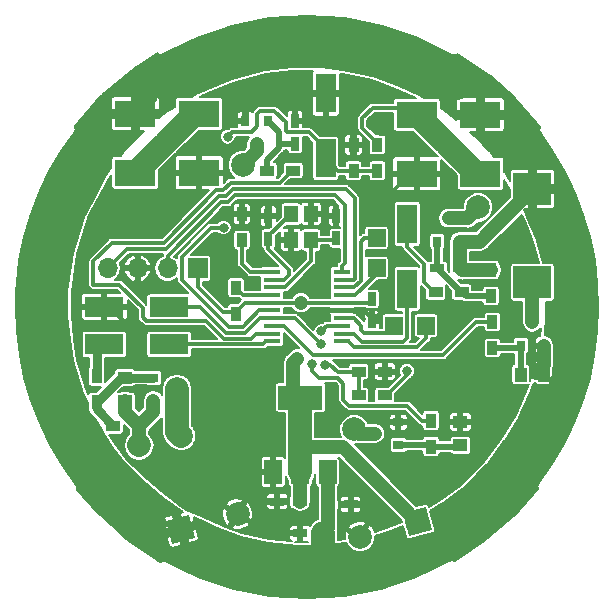
<source format=gbr>
G04 #@! TF.GenerationSoftware,KiCad,Pcbnew,(5.0.1)*
G04 #@! TF.CreationDate,2018-11-27T10:01:39+09:00*
G04 #@! TF.ProjectId,center,63656E7465722E6B696361645F706362,rev?*
G04 #@! TF.SameCoordinates,Original*
G04 #@! TF.FileFunction,Copper,L1,Top,Signal*
G04 #@! TF.FilePolarity,Positive*
%FSLAX46Y46*%
G04 Gerber Fmt 4.6, Leading zero omitted, Abs format (unit mm)*
G04 Created by KiCad (PCBNEW (5.0.1)) date Tue Nov 27 10:01:39 2018*
%MOMM*%
%LPD*%
G01*
G04 APERTURE LIST*
G04 #@! TA.AperFunction,SMDPad,CuDef*
%ADD10R,0.800000X0.900000*%
G04 #@! TD*
G04 #@! TA.AperFunction,SMDPad,CuDef*
%ADD11R,1.200000X0.750000*%
G04 #@! TD*
G04 #@! TA.AperFunction,SMDPad,CuDef*
%ADD12R,0.750000X1.200000*%
G04 #@! TD*
G04 #@! TA.AperFunction,SMDPad,CuDef*
%ADD13R,1.250000X1.000000*%
G04 #@! TD*
G04 #@! TA.AperFunction,SMDPad,CuDef*
%ADD14R,1.000000X1.250000*%
G04 #@! TD*
G04 #@! TA.AperFunction,SMDPad,CuDef*
%ADD15R,3.500000X2.300000*%
G04 #@! TD*
G04 #@! TA.AperFunction,ComponentPad*
%ADD16R,1.700000X1.700000*%
G04 #@! TD*
G04 #@! TA.AperFunction,ComponentPad*
%ADD17O,1.700000X1.700000*%
G04 #@! TD*
G04 #@! TA.AperFunction,SMDPad,CuDef*
%ADD18R,0.900000X1.200000*%
G04 #@! TD*
G04 #@! TA.AperFunction,SMDPad,CuDef*
%ADD19R,1.200000X0.900000*%
G04 #@! TD*
G04 #@! TA.AperFunction,SMDPad,CuDef*
%ADD20R,1.500000X1.500000*%
G04 #@! TD*
G04 #@! TA.AperFunction,SMDPad,CuDef*
%ADD21R,1.200000X1.400000*%
G04 #@! TD*
G04 #@! TA.AperFunction,SMDPad,CuDef*
%ADD22R,0.900000X0.800000*%
G04 #@! TD*
G04 #@! TA.AperFunction,SMDPad,CuDef*
%ADD23R,3.800000X2.000000*%
G04 #@! TD*
G04 #@! TA.AperFunction,SMDPad,CuDef*
%ADD24R,1.500000X2.000000*%
G04 #@! TD*
G04 #@! TA.AperFunction,SMDPad,CuDef*
%ADD25R,1.450000X0.450000*%
G04 #@! TD*
G04 #@! TA.AperFunction,SMDPad,CuDef*
%ADD26R,1.700000X3.300000*%
G04 #@! TD*
G04 #@! TA.AperFunction,SMDPad,CuDef*
%ADD27R,3.300000X1.700000*%
G04 #@! TD*
G04 #@! TA.AperFunction,SMDPad,CuDef*
%ADD28R,3.200000X2.700000*%
G04 #@! TD*
G04 #@! TA.AperFunction,ComponentPad*
%ADD29C,2.000000*%
G04 #@! TD*
G04 #@! TA.AperFunction,Conductor*
%ADD30C,0.100000*%
G04 #@! TD*
G04 #@! TA.AperFunction,ViaPad*
%ADD31C,1.200000*%
G04 #@! TD*
G04 #@! TA.AperFunction,ViaPad*
%ADD32C,2.000000*%
G04 #@! TD*
G04 #@! TA.AperFunction,ViaPad*
%ADD33C,0.800000*%
G04 #@! TD*
G04 #@! TA.AperFunction,Conductor*
%ADD34C,1.200000*%
G04 #@! TD*
G04 #@! TA.AperFunction,Conductor*
%ADD35C,2.000000*%
G04 #@! TD*
G04 #@! TA.AperFunction,Conductor*
%ADD36C,0.300000*%
G04 #@! TD*
G04 #@! TA.AperFunction,Conductor*
%ADD37C,0.200000*%
G04 #@! TD*
G04 #@! TA.AperFunction,Conductor*
%ADD38C,0.500000*%
G04 #@! TD*
G04 #@! TA.AperFunction,Conductor*
%ADD39C,0.800000*%
G04 #@! TD*
G04 #@! TA.AperFunction,Conductor*
%ADD40C,0.150000*%
G04 #@! TD*
G04 APERTURE END LIST*
D10*
G04 #@! TO.P,Q3,1*
G04 #@! TO.N,Net-(C12-Pad1)*
X118150000Y-103300000D03*
G04 #@! TO.P,Q3,2*
G04 #@! TO.N,GND*
X120050000Y-103300000D03*
G04 #@! TO.P,Q3,3*
G04 #@! TO.N,Net-(Q3-Pad3)*
X119100000Y-101300000D03*
G04 #@! TD*
D11*
G04 #@! TO.P,C2,1*
G04 #@! TO.N,+12V*
X101350000Y-119200000D03*
G04 #@! TO.P,C2,2*
G04 #@! TO.N,GND*
X99450000Y-119200000D03*
G04 #@! TD*
G04 #@! TO.P,C3,1*
G04 #@! TO.N,+12V*
X101800000Y-116750000D03*
G04 #@! TO.P,C3,2*
G04 #@! TO.N,GND*
X103700000Y-116750000D03*
G04 #@! TD*
G04 #@! TO.P,C5,2*
G04 #@! TO.N,GND*
X97500000Y-116500000D03*
G04 #@! TO.P,C5,1*
G04 #@! TO.N,+3V3*
X99400000Y-116500000D03*
G04 #@! TD*
D12*
G04 #@! TO.P,C6,2*
G04 #@! TO.N,GND*
X105500000Y-101250000D03*
G04 #@! TO.P,C6,1*
G04 #@! TO.N,+3V3*
X105500000Y-99350000D03*
G04 #@! TD*
D11*
G04 #@! TO.P,C7,2*
G04 #@! TO.N,Net-(C7-Pad2)*
X111050000Y-96750000D03*
G04 #@! TO.P,C7,1*
G04 #@! TO.N,+12V*
X112950000Y-96750000D03*
G04 #@! TD*
D12*
G04 #@! TO.P,C8,1*
G04 #@! TO.N,Net-(C8-Pad1)*
X99000000Y-86200000D03*
G04 #@! TO.P,C8,2*
G04 #@! TO.N,GND*
X99000000Y-84300000D03*
G04 #@! TD*
G04 #@! TO.P,C9,2*
G04 #@! TO.N,GND*
X102500000Y-92300000D03*
G04 #@! TO.P,C9,1*
G04 #@! TO.N,Net-(C9-Pad1)*
X102500000Y-94200000D03*
G04 #@! TD*
G04 #@! TO.P,C10,1*
G04 #@! TO.N,Net-(C10-Pad1)*
X96750000Y-94250000D03*
G04 #@! TO.P,C10,2*
G04 #@! TO.N,GND*
X96750000Y-92350000D03*
G04 #@! TD*
D13*
G04 #@! TO.P,C11,1*
G04 #@! TO.N,+12V*
X84600000Y-108000000D03*
G04 #@! TO.P,C11,2*
G04 #@! TO.N,Net-(C11-Pad2)*
X84600000Y-106000000D03*
G04 #@! TD*
D14*
G04 #@! TO.P,C12,1*
G04 #@! TO.N,Net-(C12-Pad1)*
X118100000Y-105750000D03*
G04 #@! TO.P,C12,2*
G04 #@! TO.N,GND*
X120100000Y-105750000D03*
G04 #@! TD*
D13*
G04 #@! TO.P,C13,2*
G04 #@! TO.N,GND*
X113000000Y-109750000D03*
G04 #@! TO.P,C13,1*
G04 #@! TO.N,Net-(C13-Pad1)*
X113000000Y-111750000D03*
G04 #@! TD*
D15*
G04 #@! TO.P,D1,1*
G04 #@! TO.N,+12V*
X114700000Y-83750000D03*
G04 #@! TO.P,D1,2*
G04 #@! TO.N,Net-(D1-Pad2)*
X109300000Y-83750000D03*
G04 #@! TD*
G04 #@! TO.P,D2,1*
G04 #@! TO.N,+12V*
X85478544Y-83662480D03*
G04 #@! TO.P,D2,2*
G04 #@! TO.N,Net-(D2-Pad2)*
X90878544Y-83662480D03*
G04 #@! TD*
G04 #@! TO.P,D3,2*
G04 #@! TO.N,GND*
X109300000Y-88750000D03*
G04 #@! TO.P,D3,1*
G04 #@! TO.N,Net-(D1-Pad2)*
X114700000Y-88750000D03*
G04 #@! TD*
G04 #@! TO.P,D4,2*
G04 #@! TO.N,GND*
X90878544Y-88662480D03*
G04 #@! TO.P,D4,1*
G04 #@! TO.N,Net-(D2-Pad2)*
X85478544Y-88662480D03*
G04 #@! TD*
D16*
G04 #@! TO.P,J5,1*
G04 #@! TO.N,+3V3*
X90750000Y-96750000D03*
D17*
G04 #@! TO.P,J5,2*
G04 #@! TO.N,/SWCLK*
X88210000Y-96750000D03*
G04 #@! TO.P,J5,3*
G04 #@! TO.N,GND*
X85670001Y-96750000D03*
G04 #@! TO.P,J5,4*
G04 #@! TO.N,/SWDIO*
X83130000Y-96750000D03*
G04 #@! TD*
D18*
G04 #@! TO.P,R1,2*
G04 #@! TO.N,/Vmeas_A*
X105950000Y-88500000D03*
G04 #@! TO.P,R1,1*
G04 #@! TO.N,Net-(D1-Pad2)*
X105950000Y-86300000D03*
G04 #@! TD*
D19*
G04 #@! TO.P,R2,1*
G04 #@! TO.N,Net-(D2-Pad2)*
X106600000Y-107500000D03*
G04 #@! TO.P,R2,2*
G04 #@! TO.N,/Vmeas_B*
X104400000Y-107500000D03*
G04 #@! TD*
D18*
G04 #@! TO.P,R3,1*
G04 #@! TO.N,/Vmeas_A*
X103950000Y-88500000D03*
G04 #@! TO.P,R3,2*
G04 #@! TO.N,GND*
X103950000Y-86300000D03*
G04 #@! TD*
D19*
G04 #@! TO.P,R4,2*
G04 #@! TO.N,GND*
X106600000Y-105500000D03*
G04 #@! TO.P,R4,1*
G04 #@! TO.N,/Vmeas_B*
X104400000Y-105500000D03*
G04 #@! TD*
D18*
G04 #@! TO.P,R5,1*
G04 #@! TO.N,Net-(R5-Pad1)*
X94000000Y-98400000D03*
G04 #@! TO.P,R5,2*
G04 #@! TO.N,+3V3*
X94000000Y-100600000D03*
G04 #@! TD*
D19*
G04 #@! TO.P,R6,1*
G04 #@! TO.N,Net-(C8-Pad1)*
X96650000Y-88500000D03*
G04 #@! TO.P,R6,2*
G04 #@! TO.N,/CH0*
X98850000Y-88500000D03*
G04 #@! TD*
D18*
G04 #@! TO.P,R7,2*
G04 #@! TO.N,+12V*
X115600000Y-96900000D03*
G04 #@! TO.P,R7,1*
G04 #@! TO.N,Net-(C7-Pad2)*
X115600000Y-99100000D03*
G04 #@! TD*
G04 #@! TO.P,R8,2*
G04 #@! TO.N,GND*
X94500000Y-92150000D03*
G04 #@! TO.P,R8,1*
G04 #@! TO.N,Net-(R8-Pad1)*
X94500000Y-94350000D03*
G04 #@! TD*
D19*
G04 #@! TO.P,R9,1*
G04 #@! TO.N,Net-(C7-Pad2)*
X113100000Y-98750000D03*
G04 #@! TO.P,R9,2*
G04 #@! TO.N,Net-(D7-Pad1)*
X110900000Y-98750000D03*
G04 #@! TD*
D18*
G04 #@! TO.P,R11,2*
G04 #@! TO.N,/LOAD*
X115700000Y-101300000D03*
G04 #@! TO.P,R11,1*
G04 #@! TO.N,Net-(C12-Pad1)*
X115700000Y-103500000D03*
G04 #@! TD*
G04 #@! TO.P,R12,2*
G04 #@! TO.N,/CH1*
X110500000Y-109650000D03*
G04 #@! TO.P,R12,1*
G04 #@! TO.N,Net-(C13-Pad1)*
X110500000Y-111850000D03*
G04 #@! TD*
D19*
G04 #@! TO.P,R13,1*
G04 #@! TO.N,Net-(C11-Pad2)*
X83600000Y-110100000D03*
G04 #@! TO.P,R13,2*
G04 #@! TO.N,+12V*
X85800000Y-110100000D03*
G04 #@! TD*
D18*
G04 #@! TO.P,R14,2*
G04 #@! TO.N,Net-(D8-Pad1)*
X82200000Y-105900000D03*
G04 #@! TO.P,R14,1*
G04 #@! TO.N,Net-(C11-Pad2)*
X82200000Y-108100000D03*
G04 #@! TD*
D20*
G04 #@! TO.P,TP1,1*
G04 #@! TO.N,Net-(TP1-Pad1)*
X110100000Y-101600000D03*
G04 #@! TD*
G04 #@! TO.P,TP2,1*
G04 #@! TO.N,Net-(TP2-Pad1)*
X105900000Y-96700000D03*
G04 #@! TD*
G04 #@! TO.P,TP3,1*
G04 #@! TO.N,Net-(TP3-Pad1)*
X105900000Y-94200000D03*
G04 #@! TD*
G04 #@! TO.P,TP4,1*
G04 #@! TO.N,Net-(TP4-Pad1)*
X107400000Y-101600000D03*
G04 #@! TD*
D21*
G04 #@! TO.P,Y1,1*
G04 #@! TO.N,Net-(C9-Pad1)*
X100350000Y-94350000D03*
G04 #@! TO.P,Y1,2*
G04 #@! TO.N,GND*
X100350000Y-92150000D03*
G04 #@! TO.P,Y1,3*
G04 #@! TO.N,Net-(C10-Pad1)*
X98650000Y-92150000D03*
G04 #@! TO.P,Y1,4*
G04 #@! TO.N,GND*
X98650000Y-94350000D03*
G04 #@! TD*
D10*
G04 #@! TO.P,Q1,1*
G04 #@! TO.N,Net-(C8-Pad1)*
X96700000Y-84250000D03*
G04 #@! TO.P,Q1,2*
G04 #@! TO.N,GND*
X94800000Y-84250000D03*
G04 #@! TO.P,Q1,3*
G04 #@! TO.N,/Q0*
X95750000Y-86250000D03*
G04 #@! TD*
G04 #@! TO.P,Q2,3*
G04 #@! TO.N,/Q2*
X112000000Y-92500000D03*
G04 #@! TO.P,Q2,2*
G04 #@! TO.N,+12V*
X112950000Y-94500000D03*
G04 #@! TO.P,Q2,1*
G04 #@! TO.N,Net-(C7-Pad2)*
X111050000Y-94500000D03*
G04 #@! TD*
D22*
G04 #@! TO.P,Q4,3*
G04 #@! TO.N,/Q1*
X105750000Y-110750000D03*
G04 #@! TO.P,Q4,2*
G04 #@! TO.N,GND*
X107750000Y-109800000D03*
G04 #@! TO.P,Q4,1*
G04 #@! TO.N,Net-(C13-Pad1)*
X107750000Y-111700000D03*
G04 #@! TD*
G04 #@! TO.P,Q5,1*
G04 #@! TO.N,Net-(C11-Pad2)*
X87000000Y-106050000D03*
G04 #@! TO.P,Q5,2*
G04 #@! TO.N,+12V*
X87000000Y-107950000D03*
G04 #@! TO.P,Q5,3*
G04 #@! TO.N,/Q3*
X89000000Y-107000000D03*
G04 #@! TD*
D23*
G04 #@! TO.P,U1,2*
G04 #@! TO.N,+3V3*
X99450000Y-107700000D03*
D24*
X99450000Y-114000000D03*
G04 #@! TO.P,U1,3*
G04 #@! TO.N,+12V*
X101750000Y-114000000D03*
G04 #@! TO.P,U1,1*
G04 #@! TO.N,GND*
X97150000Y-114000000D03*
G04 #@! TD*
D25*
G04 #@! TO.P,U2,1*
G04 #@! TO.N,Net-(R8-Pad1)*
X97050000Y-97075000D03*
G04 #@! TO.P,U2,2*
G04 #@! TO.N,Net-(C10-Pad1)*
X97050000Y-97725000D03*
G04 #@! TO.P,U2,3*
G04 #@! TO.N,Net-(C9-Pad1)*
X97050000Y-98375000D03*
G04 #@! TO.P,U2,4*
G04 #@! TO.N,Net-(R5-Pad1)*
X97050000Y-99025000D03*
G04 #@! TO.P,U2,5*
G04 #@! TO.N,+3V3*
X97050000Y-99675000D03*
G04 #@! TO.P,U2,6*
G04 #@! TO.N,/Vmeas_A*
X97050000Y-100325000D03*
G04 #@! TO.P,U2,7*
G04 #@! TO.N,/Vmeas_B*
X97050000Y-100975000D03*
G04 #@! TO.P,U2,8*
G04 #@! TO.N,/LOAD*
X97050000Y-101625000D03*
G04 #@! TO.P,U2,9*
G04 #@! TO.N,/CH0*
X97050000Y-102275000D03*
G04 #@! TO.P,U2,10*
G04 #@! TO.N,/CH3*
X97050000Y-102925000D03*
G04 #@! TO.P,U2,11*
G04 #@! TO.N,Net-(TP1-Pad1)*
X102950000Y-102925000D03*
G04 #@! TO.P,U2,12*
G04 #@! TO.N,/CH2*
X102950000Y-102275000D03*
G04 #@! TO.P,U2,13*
G04 #@! TO.N,/CH1*
X102950000Y-101625000D03*
G04 #@! TO.P,U2,14*
G04 #@! TO.N,Net-(TP4-Pad1)*
X102950000Y-100975000D03*
G04 #@! TO.P,U2,15*
G04 #@! TO.N,GND*
X102950000Y-100325000D03*
G04 #@! TO.P,U2,16*
G04 #@! TO.N,+3V3*
X102950000Y-99675000D03*
G04 #@! TO.P,U2,17*
G04 #@! TO.N,Net-(TP2-Pad1)*
X102950000Y-99025000D03*
G04 #@! TO.P,U2,18*
G04 #@! TO.N,Net-(TP3-Pad1)*
X102950000Y-98375000D03*
G04 #@! TO.P,U2,19*
G04 #@! TO.N,/SWDIO*
X102950000Y-97725000D03*
G04 #@! TO.P,U2,20*
G04 #@! TO.N,/SWCLK*
X102950000Y-97075000D03*
G04 #@! TD*
D26*
G04 #@! TO.P,D5,1*
G04 #@! TO.N,/Vmeas_A*
X101600000Y-87450000D03*
G04 #@! TO.P,D5,2*
G04 #@! TO.N,GND*
X101600000Y-81950000D03*
G04 #@! TD*
D27*
G04 #@! TO.P,D6,2*
G04 #@! TO.N,GND*
X82850000Y-100000000D03*
G04 #@! TO.P,D6,1*
G04 #@! TO.N,/Vmeas_B*
X88350000Y-100000000D03*
G04 #@! TD*
D26*
G04 #@! TO.P,D7,1*
G04 #@! TO.N,Net-(D7-Pad1)*
X108500000Y-93000000D03*
G04 #@! TO.P,D7,2*
G04 #@! TO.N,/CH2*
X108500000Y-98500000D03*
G04 #@! TD*
D27*
G04 #@! TO.P,D8,2*
G04 #@! TO.N,/CH3*
X88350000Y-103200000D03*
G04 #@! TO.P,D8,1*
G04 #@! TO.N,Net-(D8-Pad1)*
X82850000Y-103200000D03*
G04 #@! TD*
D28*
G04 #@! TO.P,R10,1*
G04 #@! TO.N,+12V*
X119100000Y-90050000D03*
G04 #@! TO.P,R10,2*
G04 #@! TO.N,Net-(Q3-Pad3)*
X119100000Y-97950000D03*
G04 #@! TD*
D29*
G04 #@! TO.P,C1,1*
G04 #@! TO.N,+12V*
X89300000Y-118850000D03*
D30*
G04 #@! TD*
G04 #@! TO.N,+12V*
G04 #@! TO.C,C1*
G36*
X88592893Y-120074745D02*
X88075255Y-118142893D01*
X90007107Y-117625255D01*
X90524745Y-119557107D01*
X88592893Y-120074745D01*
X88592893Y-120074745D01*
G37*
D29*
G04 #@! TO.P,C1,2*
G04 #@! TO.N,GND*
X94129629Y-117555905D03*
G04 #@! TD*
G04 #@! TO.P,C4,2*
G04 #@! TO.N,GND*
X104520371Y-119494095D03*
G04 #@! TO.P,C4,1*
G04 #@! TO.N,+3V3*
X109350000Y-118200000D03*
D30*
G04 #@! TD*
G04 #@! TO.N,+3V3*
G04 #@! TO.C,C4*
G36*
X110057107Y-116975255D02*
X110574745Y-118907107D01*
X108642893Y-119424745D01*
X108125255Y-117492893D01*
X110057107Y-116975255D01*
X110057107Y-116975255D01*
G37*
D31*
G04 #@! TO.N,+12V*
X85799992Y-111750008D03*
D32*
X92571589Y-78755737D03*
X86370323Y-82091010D03*
X81503225Y-87179340D03*
X78446720Y-93522646D03*
X77500000Y-100500000D03*
X78755737Y-107428411D03*
X82091010Y-113629677D03*
X87179340Y-118496775D03*
X93522646Y-121553280D03*
X100500000Y-122500000D03*
X107428411Y-121244263D03*
X113629677Y-117908990D03*
X118496775Y-112820660D03*
X121553280Y-106477354D03*
X122500000Y-99500000D03*
X121244263Y-92571589D03*
X117908990Y-86370323D03*
X112820660Y-81503225D03*
X106477354Y-78446720D03*
X99500000Y-77500000D03*
G04 #@! TO.N,GND*
X95175000Y-104575000D03*
D31*
X98900000Y-95900000D03*
X105250000Y-92400000D03*
X98200000Y-82050000D03*
X84903097Y-101658975D03*
X97350000Y-104950000D03*
X100850000Y-100950000D03*
X100800000Y-97950000D03*
X106750000Y-99400000D03*
X103800000Y-83250000D03*
D32*
X106250000Y-84500000D03*
X113550000Y-105600000D03*
X97150000Y-111700000D03*
X89525000Y-113839991D03*
X112350000Y-101000000D03*
D33*
X117300000Y-101050000D03*
X117000000Y-102400000D03*
D31*
X94150000Y-82400000D03*
G04 #@! TO.N,+3V3*
X99200000Y-104400000D03*
X99500000Y-99675000D03*
G04 #@! TO.N,Net-(D1-Pad2)*
X111750000Y-86139998D03*
G04 #@! TO.N,Net-(D2-Pad2)*
X87950000Y-86191024D03*
D33*
X108475000Y-105450000D03*
G04 #@! TO.N,/Vmeas_A*
X93300000Y-85600000D03*
X92950000Y-93300000D03*
G04 #@! TO.N,/Vmeas_B*
X101500000Y-104900000D03*
X101200000Y-103200000D03*
D32*
G04 #@! TO.N,/Q2*
X114500000Y-91600000D03*
G04 #@! TO.N,/Q0*
X94600000Y-88000000D03*
G04 #@! TO.N,/Q3*
X89350000Y-110950000D03*
G04 #@! TO.N,/Q1*
X104024660Y-110386712D03*
D33*
G04 #@! TO.N,/CH1*
X101225000Y-102100000D03*
X100450000Y-104875000D03*
G04 #@! TD*
D34*
G04 #@! TO.N,+12V*
X87000000Y-108900000D02*
X85800000Y-110100000D01*
X87000000Y-107950000D02*
X87000000Y-108900000D01*
X84600000Y-108900000D02*
X85800000Y-110100000D01*
X84600000Y-108000000D02*
X84600000Y-108900000D01*
X85800000Y-110100000D02*
X85800000Y-111750000D01*
X113100000Y-96900000D02*
X112950000Y-96750000D01*
X115600000Y-96900000D02*
X113100000Y-96900000D01*
X114650000Y-94500000D02*
X119100000Y-90050000D01*
X112950000Y-94500000D02*
X114650000Y-94500000D01*
X112950000Y-96750000D02*
X112950000Y-94500000D01*
X101800000Y-116750000D02*
X101800000Y-114050000D01*
X101800000Y-114050000D02*
X101750000Y-114000000D01*
X101800000Y-118750000D02*
X101350000Y-119200000D01*
X101800000Y-116750000D02*
X101800000Y-118750000D01*
D35*
X101350000Y-119200000D02*
X101350000Y-120600000D01*
X85800000Y-111750000D02*
X85799992Y-111750008D01*
D36*
G04 #@! TO.N,GND*
X105500000Y-101025000D02*
X105500000Y-101250000D01*
X104800000Y-100325000D02*
X105500000Y-101025000D01*
X102950000Y-100325000D02*
X104800000Y-100325000D01*
X98650000Y-94350000D02*
X98650000Y-95650000D01*
X98650000Y-95650000D02*
X98900000Y-95900000D01*
X109300000Y-88750000D02*
X108700000Y-88750000D01*
X105250000Y-92200000D02*
X105250000Y-92400000D01*
X108700000Y-88750000D02*
X105250000Y-92200000D01*
X101600000Y-81950000D02*
X98300000Y-81950000D01*
X98300000Y-81950000D02*
X98200000Y-82050000D01*
X82850000Y-100000000D02*
X83244122Y-100000000D01*
X83244122Y-100000000D02*
X84903097Y-101658975D01*
X97150000Y-114000000D02*
X97150000Y-111700000D01*
X97150000Y-110800000D02*
X97000000Y-110650000D01*
X97000000Y-110650000D02*
X97000000Y-105300000D01*
X97000000Y-105300000D02*
X97350000Y-104950000D01*
X102950000Y-100325000D02*
X101475000Y-100325000D01*
X101475000Y-100325000D02*
X100850000Y-100950000D01*
X105500000Y-101250000D02*
X106750000Y-100000000D01*
X106750000Y-100000000D02*
X106750000Y-99400000D01*
X103950000Y-85100000D02*
X103950000Y-86300000D01*
X103800000Y-83250000D02*
X103950000Y-85100000D01*
X106500000Y-84500000D02*
X106250000Y-84500000D01*
X109300000Y-88750000D02*
X109300000Y-87300000D01*
X109300000Y-87300000D02*
X106500000Y-84500000D01*
X97150000Y-110800000D02*
X97150000Y-110800000D01*
X97150000Y-111700000D02*
X97150000Y-110800000D01*
X106749999Y-104600001D02*
X106600000Y-104750000D01*
X106600000Y-104750000D02*
X106600000Y-105500000D01*
X112550001Y-104600001D02*
X106749999Y-104600001D01*
X113550000Y-105600000D02*
X112550001Y-104600001D01*
D34*
X120050000Y-104950000D02*
X119400000Y-105600000D01*
X120050000Y-103300000D02*
X120050000Y-104950000D01*
D37*
X119450000Y-103300000D02*
X119250000Y-103100000D01*
X119250000Y-103100000D02*
X119250000Y-103050000D01*
X119550000Y-103300000D02*
X117400000Y-101150000D01*
X119550000Y-103300000D02*
X119450000Y-103300000D01*
X120050000Y-103300000D02*
X119550000Y-103300000D01*
X113149999Y-100200001D02*
X112350000Y-101000000D01*
X116450001Y-100200001D02*
X113149999Y-100200001D01*
X117400000Y-101150000D02*
X117300000Y-101050000D01*
X117300000Y-101050000D02*
X116450001Y-100200001D01*
X117300000Y-101050000D02*
X117300000Y-102100000D01*
X117300000Y-102100000D02*
X117000000Y-102400000D01*
X119550000Y-105750000D02*
X119400000Y-105600000D01*
X120100000Y-105750000D02*
X119550000Y-105750000D01*
D38*
X94800000Y-84250000D02*
X94800000Y-83050000D01*
X94800000Y-83050000D02*
X94150000Y-82400000D01*
D36*
G04 #@! TO.N,+3V3*
X94775000Y-99675000D02*
X94000000Y-100450000D01*
X97050000Y-99675000D02*
X94775000Y-99675000D01*
X105175000Y-99675000D02*
X105500000Y-99350000D01*
X102950000Y-99675000D02*
X105175000Y-99675000D01*
D34*
X99450000Y-116450000D02*
X99400000Y-116500000D01*
X99450000Y-114000000D02*
X99450000Y-116450000D01*
X103050000Y-111900000D02*
X99450000Y-111900000D01*
D35*
X99450000Y-114000000D02*
X99450000Y-111900000D01*
D34*
X109350000Y-118200000D02*
X103050000Y-111900000D01*
D35*
X99450000Y-111900000D02*
X99450000Y-107700000D01*
D36*
X94000000Y-100600000D02*
X94000000Y-100450000D01*
X90750000Y-98300000D02*
X90750000Y-96750000D01*
X94000000Y-100450000D02*
X92900000Y-100450000D01*
X92900000Y-100450000D02*
X90750000Y-98300000D01*
X102950000Y-99675000D02*
X99500000Y-99675000D01*
X99500000Y-99675000D02*
X97050000Y-99675000D01*
D34*
X98850000Y-104750000D02*
X99200000Y-104400000D01*
X99450000Y-107700000D02*
X98850000Y-107100000D01*
X98850000Y-107100000D02*
X98850000Y-104750000D01*
D38*
G04 #@! TO.N,Net-(C7-Pad2)*
X113450000Y-99100000D02*
X113100000Y-98750000D01*
X115600000Y-99100000D02*
X113450000Y-99100000D01*
X113050000Y-98750000D02*
X111050000Y-96750000D01*
X113100000Y-98750000D02*
X113050000Y-98750000D01*
X111050000Y-94500000D02*
X111050000Y-96750000D01*
G04 #@! TO.N,Net-(C8-Pad1)*
X96750000Y-84300000D02*
X96700000Y-84250000D01*
X96700000Y-84300000D02*
X97600000Y-85200000D01*
X96700000Y-84250000D02*
X96700000Y-84300000D01*
X99000000Y-86200000D02*
X98125000Y-86200000D01*
X97600000Y-85200000D02*
X97600000Y-86200000D01*
X98125000Y-86200000D02*
X97600000Y-86200000D01*
X97600000Y-86600000D02*
X96650000Y-87550000D01*
X97600000Y-86200000D02*
X97600000Y-86600000D01*
X96650000Y-87550000D02*
X96650000Y-88500000D01*
D36*
G04 #@! TO.N,Net-(C9-Pad1)*
X102350000Y-94350000D02*
X102500000Y-94200000D01*
X100350000Y-94350000D02*
X102350000Y-94350000D01*
X100350000Y-96157120D02*
X100350000Y-95350000D01*
X100350000Y-95350000D02*
X100350000Y-94350000D01*
X98132120Y-98375000D02*
X100350000Y-96157120D01*
X97050000Y-98375000D02*
X98132120Y-98375000D01*
G04 #@! TO.N,Net-(C10-Pad1)*
X96750000Y-94050000D02*
X98650000Y-92150000D01*
X96750000Y-94250000D02*
X96750000Y-94050000D01*
X96750000Y-95150000D02*
X98500000Y-96900000D01*
X96750000Y-94250000D02*
X96750000Y-95150000D01*
X98500000Y-97300000D02*
X98075000Y-97725000D01*
X98500000Y-96900000D02*
X98500000Y-97300000D01*
X98075000Y-97725000D02*
X97050000Y-97725000D01*
D39*
G04 #@! TO.N,Net-(C11-Pad2)*
X84300000Y-106000000D02*
X84600000Y-106000000D01*
X82200000Y-108100000D02*
X84300000Y-106000000D01*
X84600000Y-106000000D02*
X86950000Y-106000000D01*
X86950000Y-106000000D02*
X87000000Y-106050000D01*
X82200000Y-108700000D02*
X83600000Y-110100000D01*
X82200000Y-108100000D02*
X82200000Y-108700000D01*
D38*
G04 #@! TO.N,Net-(C12-Pad1)*
X118100000Y-103350000D02*
X118150000Y-103300000D01*
X118100000Y-105750000D02*
X118100000Y-103350000D01*
X117950000Y-103500000D02*
X118150000Y-103300000D01*
X115700000Y-103500000D02*
X117950000Y-103500000D01*
D36*
G04 #@! TO.N,Net-(C13-Pad1)*
X110400000Y-111750000D02*
X110500000Y-111850000D01*
D38*
X110350000Y-111700000D02*
X110500000Y-111850000D01*
X107750000Y-111700000D02*
X110350000Y-111700000D01*
X112900000Y-111850000D02*
X113000000Y-111750000D01*
X110500000Y-111850000D02*
X112900000Y-111850000D01*
D35*
G04 #@! TO.N,Net-(D1-Pad2)*
X114360002Y-88750000D02*
X114700000Y-88750000D01*
X109300000Y-83750000D02*
X109360002Y-83750000D01*
X109360002Y-83750000D02*
X111750000Y-86139998D01*
X111750000Y-86139998D02*
X114360002Y-88750000D01*
D36*
X105950000Y-86150000D02*
X104700000Y-84900000D01*
X104700000Y-84900000D02*
X104700000Y-84051998D01*
X105950000Y-86300000D02*
X105950000Y-86150000D01*
X104700000Y-84051998D02*
X105601999Y-83149999D01*
X105601999Y-83149999D02*
X108099999Y-83149999D01*
X108700000Y-83750000D02*
X109300000Y-83750000D01*
X108099999Y-83149999D02*
X108700000Y-83750000D01*
D35*
G04 #@! TO.N,Net-(D2-Pad2)*
X90878544Y-83662480D02*
X90478544Y-83662480D01*
X85478544Y-88662480D02*
X87950000Y-86191024D01*
X90478544Y-83662480D02*
X87950000Y-86191024D01*
D36*
X106750000Y-107500000D02*
X108475000Y-105775000D01*
X106600000Y-107500000D02*
X106750000Y-107500000D01*
X108475000Y-105775000D02*
X108475000Y-105450000D01*
G04 #@! TO.N,/Vmeas_A*
X105950000Y-88500000D02*
X103950000Y-88500000D01*
X102650000Y-88500000D02*
X101600000Y-87450000D01*
X103950000Y-88500000D02*
X102650000Y-88500000D01*
X94580035Y-101699967D02*
X95955002Y-100325000D01*
X95955002Y-100325000D02*
X96025000Y-100325000D01*
X93369964Y-101699968D02*
X94580035Y-101699967D01*
X96025000Y-100325000D02*
X97050000Y-100325000D01*
X91869998Y-93300000D02*
X89410001Y-95759997D01*
X92950000Y-93300000D02*
X91869998Y-93300000D01*
X89410001Y-97740003D02*
X93369964Y-101699968D01*
X89410001Y-95759997D02*
X89410001Y-97740003D01*
X93699999Y-85200001D02*
X93300000Y-85600000D01*
X95330002Y-85200000D02*
X93699999Y-85200001D01*
X95800000Y-84730002D02*
X95330002Y-85200000D01*
X95800000Y-83669998D02*
X95800000Y-84730002D01*
X96069998Y-83400000D02*
X95800000Y-83669998D01*
X97200000Y-83400000D02*
X96069998Y-83400000D01*
X98200010Y-85100010D02*
X98200010Y-84400010D01*
X101600000Y-86650000D02*
X100200000Y-85250000D01*
X101600000Y-87450000D02*
X101600000Y-86650000D01*
X100200000Y-85250000D02*
X98350000Y-85250000D01*
X98350000Y-85250000D02*
X98200010Y-85100010D01*
X98200010Y-84400010D02*
X97200000Y-83400000D01*
G04 #@! TO.N,/Vmeas_B*
X104400000Y-107500000D02*
X104400000Y-105500000D01*
X104400000Y-105500000D02*
X102600000Y-105500000D01*
X102600000Y-105500000D02*
X102000000Y-104900000D01*
X102000000Y-104900000D02*
X101500000Y-104900000D01*
X98975000Y-100975000D02*
X97050000Y-100975000D01*
X101200000Y-103200000D02*
X98975000Y-100975000D01*
X93162855Y-102199978D02*
X94800022Y-102199978D01*
X88350000Y-100000000D02*
X90962876Y-100000000D01*
X96025000Y-100975000D02*
X97050000Y-100975000D01*
X94800022Y-102199978D02*
X96025000Y-100975000D01*
X90962876Y-100000000D02*
X93162855Y-102199978D01*
G04 #@! TO.N,Net-(D7-Pad1)*
X110750000Y-98750000D02*
X109900000Y-97900000D01*
X110900000Y-98750000D02*
X110750000Y-98750000D01*
X108500000Y-94950000D02*
X108500000Y-93000000D01*
X109900000Y-96350000D02*
X108500000Y-94950000D01*
X109900000Y-97900000D02*
X109900000Y-96350000D01*
G04 #@! TO.N,/CH2*
X103975000Y-102275000D02*
X104650000Y-102950000D01*
X102950000Y-102275000D02*
X103975000Y-102275000D01*
X108500000Y-102630002D02*
X108500000Y-100450000D01*
X108180002Y-102950000D02*
X108500000Y-102630002D01*
X108500000Y-100450000D02*
X108500000Y-98500000D01*
X104650000Y-102950000D02*
X108180002Y-102950000D01*
G04 #@! TO.N,/CH3*
X90300000Y-103200000D02*
X88350000Y-103200000D01*
X97050000Y-102925000D02*
X96550000Y-102925000D01*
X96550000Y-102925000D02*
X96275000Y-103200000D01*
X96275000Y-103200000D02*
X90300000Y-103200000D01*
D39*
G04 #@! TO.N,Net-(D8-Pad1)*
X82200000Y-103850000D02*
X82850000Y-103200000D01*
X82200000Y-105900000D02*
X82200000Y-103850000D01*
D34*
G04 #@! TO.N,/Q2*
X112000000Y-92500000D02*
X113600000Y-92500000D01*
X113600000Y-92500000D02*
X114500000Y-91600000D01*
G04 #@! TO.N,/Q0*
X94800000Y-87800000D02*
X94600000Y-88000000D01*
X95750000Y-86850000D02*
X94600000Y-88000000D01*
X95750000Y-86250000D02*
X95750000Y-86850000D01*
D35*
G04 #@! TO.N,/Q3*
X89000000Y-110600000D02*
X89350000Y-110950000D01*
X89000000Y-107000000D02*
X89000000Y-110600000D01*
D34*
G04 #@! TO.N,/Q1*
X104387948Y-110750000D02*
X104024660Y-110386712D01*
X105750000Y-110750000D02*
X104387948Y-110750000D01*
D36*
G04 #@! TO.N,/SWCLK*
X102950000Y-96550000D02*
X102950000Y-97075000D01*
X103225001Y-96274999D02*
X102950000Y-96550000D01*
X103225001Y-91419999D02*
X103225001Y-96274999D01*
X88210000Y-96750000D02*
X88210000Y-95690001D01*
X88210000Y-95690001D02*
X92737498Y-91162503D01*
X92737498Y-91162503D02*
X93322768Y-91162502D01*
X93322768Y-91162502D02*
X93935270Y-90550000D01*
X102355002Y-90550000D02*
X103225001Y-91419999D01*
X93935270Y-90550000D02*
X102355002Y-90550000D01*
G04 #@! TO.N,/SWDIO*
X93728159Y-90049989D02*
X103279991Y-90049989D01*
X103975000Y-97725000D02*
X102950000Y-97725000D01*
X93115656Y-90662492D02*
X93728159Y-90049989D01*
X104050000Y-97650000D02*
X103975000Y-97725000D01*
X84780000Y-95100000D02*
X88092879Y-95100000D01*
X83130000Y-96750000D02*
X84780000Y-95100000D01*
X92530387Y-90662492D02*
X93115656Y-90662492D01*
X88092879Y-95100000D02*
X92530387Y-90662492D01*
X103279991Y-90049989D02*
X104050000Y-90819998D01*
X104050000Y-90819998D02*
X104050000Y-97650000D01*
G04 #@! TO.N,Net-(R5-Pad1)*
X94625000Y-99025000D02*
X94000000Y-98400000D01*
X97050000Y-99025000D02*
X94625000Y-99025000D01*
G04 #@! TO.N,/CH0*
X95667878Y-102275000D02*
X97050000Y-102275000D01*
X95242889Y-102699989D02*
X95667878Y-102275000D01*
X92908545Y-90162481D02*
X92323276Y-90162481D01*
X93571026Y-89500000D02*
X92908545Y-90162481D01*
X98850000Y-88500000D02*
X98700000Y-88500000D01*
X97700000Y-89500000D02*
X93571026Y-89500000D01*
X83504008Y-94599990D02*
X81929999Y-96173999D01*
X81929999Y-96173999D02*
X81929999Y-98129999D01*
X98700000Y-88500000D02*
X97700000Y-89500000D01*
X87885767Y-94599990D02*
X83504008Y-94599990D01*
X81929999Y-98129999D02*
X84110001Y-98129999D01*
X92323276Y-90162481D02*
X87885767Y-94599990D01*
X86100000Y-100119998D02*
X86100000Y-100880002D01*
X84110001Y-98129999D02*
X86100000Y-100119998D01*
X86100000Y-100880002D02*
X86419998Y-101200000D01*
X86419998Y-101200000D02*
X91455756Y-101200000D01*
X91455756Y-101200000D02*
X92955745Y-102699989D01*
X92955745Y-102699989D02*
X95242889Y-102699989D01*
G04 #@! TO.N,Net-(R8-Pad1)*
X97050000Y-97075000D02*
X95225000Y-97075000D01*
X94500000Y-96350000D02*
X94500000Y-94350000D01*
X95225000Y-97075000D02*
X94500000Y-96350000D01*
G04 #@! TO.N,/LOAD*
X111549999Y-104100001D02*
X100550001Y-104100001D01*
X100550001Y-104100001D02*
X98075000Y-101625000D01*
X98075000Y-101625000D02*
X97050000Y-101625000D01*
X115700000Y-101300000D02*
X114350000Y-101300000D01*
X114350000Y-101300000D02*
X111549999Y-104100001D01*
G04 #@! TO.N,/CH1*
X102950000Y-101625000D02*
X101700000Y-101625000D01*
X101700000Y-101625000D02*
X101225000Y-102100000D01*
X100450000Y-105440685D02*
X101059315Y-106050000D01*
X100450000Y-104875000D02*
X100450000Y-105440685D01*
X101059315Y-106050000D02*
X102625000Y-106050000D01*
X102625000Y-106050000D02*
X103100000Y-106525000D01*
X103100000Y-107880002D02*
X103594998Y-108375000D01*
X103100000Y-106525000D02*
X103100000Y-107880002D01*
X109750000Y-109650000D02*
X110500000Y-109650000D01*
X108475000Y-108375000D02*
X109750000Y-109650000D01*
X103594998Y-108375000D02*
X108475000Y-108375000D01*
G04 #@! TO.N,Net-(TP1-Pad1)*
X103450000Y-102925000D02*
X103975000Y-103450000D01*
X102950000Y-102925000D02*
X103450000Y-102925000D01*
X110100000Y-102650000D02*
X110100000Y-101600000D01*
X103975000Y-103450000D02*
X109300000Y-103450000D01*
X109300000Y-103450000D02*
X110100000Y-102650000D01*
G04 #@! TO.N,Net-(TP2-Pad1)*
X105900000Y-96700000D02*
X105900000Y-97100000D01*
X104089240Y-99025000D02*
X105900000Y-97214240D01*
X105900000Y-97214240D02*
X105900000Y-96700000D01*
X102950000Y-99025000D02*
X104089240Y-99025000D01*
G04 #@! TO.N,Net-(TP3-Pad1)*
X104032120Y-98375000D02*
X104550010Y-97857110D01*
X102950000Y-98375000D02*
X104032120Y-98375000D01*
X104850000Y-94200000D02*
X105900000Y-94200000D01*
X104550010Y-94499990D02*
X104850000Y-94200000D01*
X104550010Y-97857110D02*
X104550010Y-94499990D01*
G04 #@! TO.N,Net-(TP4-Pad1)*
X103975000Y-100975000D02*
X104600000Y-101600000D01*
X102950000Y-100975000D02*
X103975000Y-100975000D01*
X106799999Y-102200001D02*
X107400000Y-101600000D01*
X104600000Y-101955002D02*
X104844999Y-102200001D01*
X104844999Y-102200001D02*
X106799999Y-102200001D01*
X104600000Y-101600000D02*
X104600000Y-101955002D01*
D34*
G04 #@! TO.N,Net-(Q3-Pad3)*
X119100000Y-101300000D02*
X119100000Y-97950000D01*
G04 #@! TD*
D40*
G04 #@! TO.N,GND*
G36*
X100474478Y-80115903D02*
X100425000Y-80235354D01*
X100425000Y-81693750D01*
X100506250Y-81775000D01*
X101425000Y-81775000D01*
X101425000Y-81755000D01*
X101775000Y-81755000D01*
X101775000Y-81775000D01*
X102693750Y-81775000D01*
X102775000Y-81693750D01*
X102775000Y-80293618D01*
X102987321Y-80323950D01*
X105479346Y-80822355D01*
X107472047Y-81569618D01*
X109216518Y-82317248D01*
X109220657Y-82319613D01*
X107550000Y-82319613D01*
X107442701Y-82340956D01*
X107351736Y-82401736D01*
X107290956Y-82492701D01*
X107269613Y-82600000D01*
X107269613Y-82724999D01*
X105643856Y-82724999D01*
X105601998Y-82716673D01*
X105560141Y-82724999D01*
X105436172Y-82749658D01*
X105295591Y-82843591D01*
X105271880Y-82879077D01*
X104429079Y-83721879D01*
X104393593Y-83745590D01*
X104369882Y-83781076D01*
X104299659Y-83886172D01*
X104266674Y-84051998D01*
X104275001Y-84093860D01*
X104275000Y-84858142D01*
X104266674Y-84900000D01*
X104276823Y-84951023D01*
X104299659Y-85065826D01*
X104393592Y-85206408D01*
X104429081Y-85230121D01*
X105219613Y-86020654D01*
X105219613Y-86900000D01*
X105240956Y-87007299D01*
X105301736Y-87098264D01*
X105392701Y-87159044D01*
X105500000Y-87180387D01*
X106400000Y-87180387D01*
X106507299Y-87159044D01*
X106598264Y-87098264D01*
X106659044Y-87007299D01*
X106680387Y-86900000D01*
X106680387Y-85700000D01*
X106659044Y-85592701D01*
X106598264Y-85501736D01*
X106507299Y-85440956D01*
X106400000Y-85419613D01*
X105820654Y-85419613D01*
X105125000Y-84723960D01*
X105125000Y-84228038D01*
X105778040Y-83574999D01*
X107269613Y-83574999D01*
X107269613Y-84900000D01*
X107290956Y-85007299D01*
X107351736Y-85098264D01*
X107442701Y-85159044D01*
X107550000Y-85180387D01*
X108987268Y-85180387D01*
X110937232Y-87130352D01*
X110937235Y-87130354D01*
X111081881Y-87275000D01*
X109556250Y-87275000D01*
X109475000Y-87356250D01*
X109475000Y-88575000D01*
X111293750Y-88575000D01*
X111375000Y-88493750D01*
X111375000Y-87568119D01*
X112669613Y-88862733D01*
X112669613Y-89900000D01*
X112690956Y-90007299D01*
X112751736Y-90098264D01*
X112842701Y-90159044D01*
X112950000Y-90180387D01*
X116450000Y-90180387D01*
X116557299Y-90159044D01*
X116648264Y-90098264D01*
X116709044Y-90007299D01*
X116730387Y-89900000D01*
X116730387Y-89304344D01*
X117219613Y-90160489D01*
X117219613Y-90692951D01*
X114287564Y-93625000D01*
X113036179Y-93625000D01*
X112950000Y-93607858D01*
X112863821Y-93625000D01*
X112608592Y-93675768D01*
X112319160Y-93869160D01*
X112125768Y-94158592D01*
X112057858Y-94500000D01*
X112075001Y-94586184D01*
X112075000Y-96347917D01*
X112069613Y-96375000D01*
X112069613Y-96690904D01*
X112057858Y-96750000D01*
X112069613Y-96809096D01*
X112069613Y-97027152D01*
X111930387Y-96887926D01*
X111930387Y-96375000D01*
X111909044Y-96267701D01*
X111848264Y-96176736D01*
X111757299Y-96115956D01*
X111650000Y-96094613D01*
X111575000Y-96094613D01*
X111575000Y-95197217D01*
X111648264Y-95148264D01*
X111709044Y-95057299D01*
X111730387Y-94950000D01*
X111730387Y-94050000D01*
X111709044Y-93942701D01*
X111648264Y-93851736D01*
X111557299Y-93790956D01*
X111450000Y-93769613D01*
X110650000Y-93769613D01*
X110542701Y-93790956D01*
X110451736Y-93851736D01*
X110390956Y-93942701D01*
X110369613Y-94050000D01*
X110369613Y-94950000D01*
X110390956Y-95057299D01*
X110451736Y-95148264D01*
X110525000Y-95197217D01*
X110525001Y-96094613D01*
X110450000Y-96094613D01*
X110342701Y-96115956D01*
X110281903Y-96156579D01*
X110206408Y-96043592D01*
X110170922Y-96019881D01*
X109081427Y-94930387D01*
X109350000Y-94930387D01*
X109457299Y-94909044D01*
X109548264Y-94848264D01*
X109609044Y-94757299D01*
X109630387Y-94650000D01*
X109630387Y-92500000D01*
X111107858Y-92500000D01*
X111175768Y-92841408D01*
X111369160Y-93130840D01*
X111658592Y-93324232D01*
X111913821Y-93375000D01*
X113513822Y-93375000D01*
X113600000Y-93392142D01*
X113686178Y-93375000D01*
X113686179Y-93375000D01*
X113941408Y-93324232D01*
X114230840Y-93130840D01*
X114279659Y-93057777D01*
X114462436Y-92875000D01*
X114753613Y-92875000D01*
X115222230Y-92680893D01*
X115580893Y-92322230D01*
X115775000Y-91853613D01*
X115775000Y-91346387D01*
X115580893Y-90877770D01*
X115222230Y-90519107D01*
X114753613Y-90325000D01*
X114246387Y-90325000D01*
X113777770Y-90519107D01*
X113419107Y-90877770D01*
X113225000Y-91346387D01*
X113225000Y-91625000D01*
X111913821Y-91625000D01*
X111658592Y-91675768D01*
X111369160Y-91869160D01*
X111175768Y-92158592D01*
X111107858Y-92500000D01*
X109630387Y-92500000D01*
X109630387Y-91350000D01*
X109609044Y-91242701D01*
X109548264Y-91151736D01*
X109457299Y-91090956D01*
X109350000Y-91069613D01*
X107650000Y-91069613D01*
X107542701Y-91090956D01*
X107451736Y-91151736D01*
X107390956Y-91242701D01*
X107369613Y-91350000D01*
X107369613Y-94650000D01*
X107390956Y-94757299D01*
X107451736Y-94848264D01*
X107542701Y-94909044D01*
X107650000Y-94930387D01*
X108070575Y-94930387D01*
X108066674Y-94950000D01*
X108075000Y-94991857D01*
X108099659Y-95115826D01*
X108193592Y-95256408D01*
X108229081Y-95280121D01*
X109475001Y-96526042D01*
X109475001Y-96602784D01*
X109457299Y-96590956D01*
X109350000Y-96569613D01*
X107650000Y-96569613D01*
X107542701Y-96590956D01*
X107451736Y-96651736D01*
X107390956Y-96742701D01*
X107369613Y-96850000D01*
X107369613Y-100150000D01*
X107390956Y-100257299D01*
X107451736Y-100348264D01*
X107542701Y-100409044D01*
X107650000Y-100430387D01*
X108075000Y-100430387D01*
X108075000Y-100491857D01*
X108075001Y-100491862D01*
X108075001Y-100569613D01*
X106650000Y-100569613D01*
X106542701Y-100590956D01*
X106451736Y-100651736D01*
X106390956Y-100742701D01*
X106369613Y-100850000D01*
X106369613Y-101775001D01*
X106200000Y-101775001D01*
X106200000Y-101506250D01*
X106118750Y-101425000D01*
X105675000Y-101425000D01*
X105675000Y-101445000D01*
X105325000Y-101445000D01*
X105325000Y-101425000D01*
X105305000Y-101425000D01*
X105305000Y-101075000D01*
X105325000Y-101075000D01*
X105325000Y-100406250D01*
X105675000Y-100406250D01*
X105675000Y-101075000D01*
X106118750Y-101075000D01*
X106200000Y-100993750D01*
X106200000Y-100585354D01*
X106150522Y-100465903D01*
X106059098Y-100374479D01*
X105939647Y-100325000D01*
X105756250Y-100325000D01*
X105675000Y-100406250D01*
X105325000Y-100406250D01*
X105243750Y-100325000D01*
X105060353Y-100325000D01*
X104940902Y-100374479D01*
X104849478Y-100465903D01*
X104800000Y-100585354D01*
X104800000Y-100993750D01*
X104881248Y-101074998D01*
X104800000Y-101074998D01*
X104800000Y-101198960D01*
X104305121Y-100704081D01*
X104281408Y-100668592D01*
X104140827Y-100574659D01*
X104016858Y-100550000D01*
X104016857Y-100550000D01*
X104000000Y-100546647D01*
X104000000Y-100518750D01*
X103918750Y-100437500D01*
X103125000Y-100437500D01*
X103125000Y-100469613D01*
X102775000Y-100469613D01*
X102775000Y-100437500D01*
X101981250Y-100437500D01*
X101900000Y-100518750D01*
X101900000Y-100614647D01*
X101948329Y-100731321D01*
X101944613Y-100750000D01*
X101944613Y-101200000D01*
X101741855Y-101200000D01*
X101699999Y-101191674D01*
X101658143Y-101200000D01*
X101658142Y-101200000D01*
X101534173Y-101224659D01*
X101393592Y-101318592D01*
X101369881Y-101354078D01*
X101298959Y-101425000D01*
X101090734Y-101425000D01*
X100842643Y-101527763D01*
X100652763Y-101717643D01*
X100554913Y-101953873D01*
X99305121Y-100704081D01*
X99281408Y-100668592D01*
X99140827Y-100574659D01*
X99016858Y-100550000D01*
X99016857Y-100550000D01*
X98975000Y-100541674D01*
X98933143Y-100550000D01*
X98055387Y-100550000D01*
X98055387Y-100100000D01*
X98728948Y-100100000D01*
X98758211Y-100170648D01*
X99004352Y-100416789D01*
X99325952Y-100550000D01*
X99674048Y-100550000D01*
X99995648Y-100416789D01*
X100241789Y-100170648D01*
X100271052Y-100100000D01*
X101900000Y-100100000D01*
X101900000Y-100131250D01*
X101981250Y-100212500D01*
X102775000Y-100212500D01*
X102775000Y-100180387D01*
X103125000Y-100180387D01*
X103125000Y-100212500D01*
X103918750Y-100212500D01*
X104000000Y-100131250D01*
X104000000Y-100100000D01*
X104894487Y-100100000D01*
X104926736Y-100148264D01*
X105017701Y-100209044D01*
X105125000Y-100230387D01*
X105875000Y-100230387D01*
X105982299Y-100209044D01*
X106073264Y-100148264D01*
X106134044Y-100057299D01*
X106155387Y-99950000D01*
X106155387Y-98750000D01*
X106134044Y-98642701D01*
X106073264Y-98551736D01*
X105982299Y-98490956D01*
X105875000Y-98469613D01*
X105245667Y-98469613D01*
X105984894Y-97730387D01*
X106650000Y-97730387D01*
X106757299Y-97709044D01*
X106848264Y-97648264D01*
X106909044Y-97557299D01*
X106930387Y-97450000D01*
X106930387Y-95950000D01*
X106909044Y-95842701D01*
X106848264Y-95751736D01*
X106757299Y-95690956D01*
X106650000Y-95669613D01*
X105150000Y-95669613D01*
X105042701Y-95690956D01*
X104975010Y-95736185D01*
X104975010Y-95163815D01*
X105042701Y-95209044D01*
X105150000Y-95230387D01*
X106650000Y-95230387D01*
X106757299Y-95209044D01*
X106848264Y-95148264D01*
X106909044Y-95057299D01*
X106930387Y-94950000D01*
X106930387Y-93450000D01*
X106909044Y-93342701D01*
X106848264Y-93251736D01*
X106757299Y-93190956D01*
X106650000Y-93169613D01*
X105150000Y-93169613D01*
X105042701Y-93190956D01*
X104951736Y-93251736D01*
X104890956Y-93342701D01*
X104869613Y-93450000D01*
X104869613Y-93770575D01*
X104850000Y-93766674D01*
X104808142Y-93775000D01*
X104684173Y-93799659D01*
X104543592Y-93893592D01*
X104519881Y-93929078D01*
X104475000Y-93973959D01*
X104475000Y-90861855D01*
X104483326Y-90819997D01*
X104450341Y-90654171D01*
X104412500Y-90597538D01*
X104356408Y-90513590D01*
X104320923Y-90489880D01*
X103610112Y-89779070D01*
X103586399Y-89743581D01*
X103445818Y-89649648D01*
X103321849Y-89624989D01*
X103321848Y-89624989D01*
X103279991Y-89616663D01*
X103238134Y-89624989D01*
X98176051Y-89624989D01*
X98570653Y-89230387D01*
X99450000Y-89230387D01*
X99557299Y-89209044D01*
X99648264Y-89148264D01*
X99709044Y-89057299D01*
X99730387Y-88950000D01*
X99730387Y-88050000D01*
X99709044Y-87942701D01*
X99648264Y-87851736D01*
X99557299Y-87790956D01*
X99450000Y-87769613D01*
X98250000Y-87769613D01*
X98142701Y-87790956D01*
X98051736Y-87851736D01*
X97990956Y-87942701D01*
X97969613Y-88050000D01*
X97969613Y-88629347D01*
X97523960Y-89075000D01*
X97497217Y-89075000D01*
X97509044Y-89057299D01*
X97530387Y-88950000D01*
X97530387Y-88050000D01*
X97509044Y-87942701D01*
X97448264Y-87851736D01*
X97357299Y-87790956D01*
X97250000Y-87769613D01*
X97175000Y-87769613D01*
X97175000Y-87767461D01*
X97934667Y-87007795D01*
X97978504Y-86978504D01*
X98094539Y-86804845D01*
X98110421Y-86725000D01*
X98344613Y-86725000D01*
X98344613Y-86800000D01*
X98365956Y-86907299D01*
X98426736Y-86998264D01*
X98517701Y-87059044D01*
X98625000Y-87080387D01*
X99375000Y-87080387D01*
X99482299Y-87059044D01*
X99573264Y-86998264D01*
X99634044Y-86907299D01*
X99655387Y-86800000D01*
X99655387Y-85675000D01*
X100023960Y-85675000D01*
X100469613Y-86120653D01*
X100469613Y-89100000D01*
X100490956Y-89207299D01*
X100551736Y-89298264D01*
X100642701Y-89359044D01*
X100750000Y-89380387D01*
X102450000Y-89380387D01*
X102557299Y-89359044D01*
X102648264Y-89298264D01*
X102709044Y-89207299D01*
X102730387Y-89100000D01*
X102730387Y-88925000D01*
X103219613Y-88925000D01*
X103219613Y-89100000D01*
X103240956Y-89207299D01*
X103301736Y-89298264D01*
X103392701Y-89359044D01*
X103500000Y-89380387D01*
X104400000Y-89380387D01*
X104507299Y-89359044D01*
X104598264Y-89298264D01*
X104659044Y-89207299D01*
X104680387Y-89100000D01*
X104680387Y-88925000D01*
X105219613Y-88925000D01*
X105219613Y-89100000D01*
X105240956Y-89207299D01*
X105301736Y-89298264D01*
X105392701Y-89359044D01*
X105500000Y-89380387D01*
X106400000Y-89380387D01*
X106507299Y-89359044D01*
X106598264Y-89298264D01*
X106659044Y-89207299D01*
X106680387Y-89100000D01*
X106680387Y-89006250D01*
X107225000Y-89006250D01*
X107225000Y-89964647D01*
X107274479Y-90084098D01*
X107365903Y-90175522D01*
X107485354Y-90225000D01*
X109043750Y-90225000D01*
X109125000Y-90143750D01*
X109125000Y-88925000D01*
X109475000Y-88925000D01*
X109475000Y-90143750D01*
X109556250Y-90225000D01*
X111114646Y-90225000D01*
X111234097Y-90175522D01*
X111325521Y-90084098D01*
X111375000Y-89964647D01*
X111375000Y-89006250D01*
X111293750Y-88925000D01*
X109475000Y-88925000D01*
X109125000Y-88925000D01*
X107306250Y-88925000D01*
X107225000Y-89006250D01*
X106680387Y-89006250D01*
X106680387Y-87900000D01*
X106659044Y-87792701D01*
X106598264Y-87701736D01*
X106507299Y-87640956D01*
X106400000Y-87619613D01*
X105500000Y-87619613D01*
X105392701Y-87640956D01*
X105301736Y-87701736D01*
X105240956Y-87792701D01*
X105219613Y-87900000D01*
X105219613Y-88075000D01*
X104680387Y-88075000D01*
X104680387Y-87900000D01*
X104659044Y-87792701D01*
X104598264Y-87701736D01*
X104507299Y-87640956D01*
X104400000Y-87619613D01*
X103500000Y-87619613D01*
X103392701Y-87640956D01*
X103301736Y-87701736D01*
X103240956Y-87792701D01*
X103219613Y-87900000D01*
X103219613Y-88075000D01*
X102826041Y-88075000D01*
X102730387Y-87979346D01*
X102730387Y-87535353D01*
X107225000Y-87535353D01*
X107225000Y-88493750D01*
X107306250Y-88575000D01*
X109125000Y-88575000D01*
X109125000Y-87356250D01*
X109043750Y-87275000D01*
X107485354Y-87275000D01*
X107365903Y-87324478D01*
X107274479Y-87415902D01*
X107225000Y-87535353D01*
X102730387Y-87535353D01*
X102730387Y-86556250D01*
X103175000Y-86556250D01*
X103175000Y-86964646D01*
X103224478Y-87084097D01*
X103315902Y-87175521D01*
X103435353Y-87225000D01*
X103693750Y-87225000D01*
X103775000Y-87143750D01*
X103775000Y-86475000D01*
X104125000Y-86475000D01*
X104125000Y-87143750D01*
X104206250Y-87225000D01*
X104464647Y-87225000D01*
X104584098Y-87175521D01*
X104675522Y-87084097D01*
X104725000Y-86964646D01*
X104725000Y-86556250D01*
X104643750Y-86475000D01*
X104125000Y-86475000D01*
X103775000Y-86475000D01*
X103256250Y-86475000D01*
X103175000Y-86556250D01*
X102730387Y-86556250D01*
X102730387Y-85800000D01*
X102709044Y-85692701D01*
X102670727Y-85635354D01*
X103175000Y-85635354D01*
X103175000Y-86043750D01*
X103256250Y-86125000D01*
X103775000Y-86125000D01*
X103775000Y-85456250D01*
X104125000Y-85456250D01*
X104125000Y-86125000D01*
X104643750Y-86125000D01*
X104725000Y-86043750D01*
X104725000Y-85635354D01*
X104675522Y-85515903D01*
X104584098Y-85424479D01*
X104464647Y-85375000D01*
X104206250Y-85375000D01*
X104125000Y-85456250D01*
X103775000Y-85456250D01*
X103693750Y-85375000D01*
X103435353Y-85375000D01*
X103315902Y-85424479D01*
X103224478Y-85515903D01*
X103175000Y-85635354D01*
X102670727Y-85635354D01*
X102648264Y-85601736D01*
X102557299Y-85540956D01*
X102450000Y-85519613D01*
X101070653Y-85519613D01*
X100530121Y-84979081D01*
X100506408Y-84943592D01*
X100365827Y-84849659D01*
X100241858Y-84825000D01*
X100241857Y-84825000D01*
X100200000Y-84816674D01*
X100158143Y-84825000D01*
X99700000Y-84825000D01*
X99700000Y-84556250D01*
X99618750Y-84475000D01*
X99175000Y-84475000D01*
X99175000Y-84495000D01*
X98825000Y-84495000D01*
X98825000Y-84475000D01*
X98805000Y-84475000D01*
X98805000Y-84125000D01*
X98825000Y-84125000D01*
X98825000Y-83456250D01*
X99175000Y-83456250D01*
X99175000Y-84125000D01*
X99618750Y-84125000D01*
X99700000Y-84043750D01*
X99700000Y-83635354D01*
X99650522Y-83515903D01*
X99559098Y-83424479D01*
X99439647Y-83375000D01*
X99256250Y-83375000D01*
X99175000Y-83456250D01*
X98825000Y-83456250D01*
X98743750Y-83375000D01*
X98560353Y-83375000D01*
X98440902Y-83424479D01*
X98349478Y-83515903D01*
X98300000Y-83635354D01*
X98300000Y-83898959D01*
X97530121Y-83129081D01*
X97506408Y-83093592D01*
X97365827Y-82999659D01*
X97241858Y-82975000D01*
X97241857Y-82975000D01*
X97200000Y-82966674D01*
X97158143Y-82975000D01*
X96111855Y-82975000D01*
X96069998Y-82966674D01*
X96028140Y-82975000D01*
X95904171Y-82999659D01*
X95763590Y-83093592D01*
X95739877Y-83129081D01*
X95529081Y-83339877D01*
X95493592Y-83363590D01*
X95424406Y-83467135D01*
X95399659Y-83504172D01*
X95393708Y-83534089D01*
X95384098Y-83524479D01*
X95264647Y-83475000D01*
X95056250Y-83475000D01*
X94975000Y-83556250D01*
X94975000Y-84075000D01*
X94995000Y-84075000D01*
X94995000Y-84425000D01*
X94975000Y-84425000D01*
X94975000Y-84445000D01*
X94625000Y-84445000D01*
X94625000Y-84425000D01*
X94156250Y-84425000D01*
X94075000Y-84506250D01*
X94075000Y-84764646D01*
X94079289Y-84775002D01*
X93741860Y-84775002D01*
X93699998Y-84766675D01*
X93534172Y-84799660D01*
X93429076Y-84869883D01*
X93429074Y-84869885D01*
X93393591Y-84893594D01*
X93372606Y-84925000D01*
X93165734Y-84925000D01*
X92917643Y-85027763D01*
X92727763Y-85217643D01*
X92625000Y-85465734D01*
X92625000Y-85734266D01*
X92727763Y-85982357D01*
X92917643Y-86172237D01*
X93165734Y-86275000D01*
X93434266Y-86275000D01*
X93682357Y-86172237D01*
X93872237Y-85982357D01*
X93975000Y-85734266D01*
X93975000Y-85625001D01*
X95115258Y-85624999D01*
X94925768Y-85908593D01*
X94875000Y-86163822D01*
X94875000Y-86487563D01*
X94637563Y-86725000D01*
X94346387Y-86725000D01*
X93877770Y-86919107D01*
X93519107Y-87277770D01*
X93325000Y-87746387D01*
X93325000Y-88253613D01*
X93519107Y-88722230D01*
X93871877Y-89075000D01*
X93612883Y-89075000D01*
X93571026Y-89066674D01*
X93529168Y-89075000D01*
X93405199Y-89099659D01*
X93264618Y-89193592D01*
X93240907Y-89229078D01*
X92953544Y-89516441D01*
X92953544Y-88918730D01*
X92872294Y-88837480D01*
X91053544Y-88837480D01*
X91053544Y-90056230D01*
X91134794Y-90137480D01*
X91747236Y-90137480D01*
X87709727Y-94174990D01*
X83545865Y-94174990D01*
X83504008Y-94166664D01*
X83462150Y-94174990D01*
X83338181Y-94199649D01*
X83197600Y-94293582D01*
X83173889Y-94329068D01*
X81659080Y-95843878D01*
X81623591Y-95867591D01*
X81568528Y-95950000D01*
X81529658Y-96008173D01*
X81496673Y-96173999D01*
X81504999Y-96215857D01*
X81505000Y-98088136D01*
X81496673Y-98129999D01*
X81529658Y-98295826D01*
X81623591Y-98436407D01*
X81764172Y-98530340D01*
X81888141Y-98554999D01*
X81888142Y-98554999D01*
X81929999Y-98563325D01*
X81971857Y-98554999D01*
X83933961Y-98554999D01*
X84203962Y-98825000D01*
X83106250Y-98825000D01*
X83025000Y-98906250D01*
X83025000Y-99825000D01*
X84743750Y-99825000D01*
X84825000Y-99743750D01*
X84825000Y-99446039D01*
X85675000Y-100296039D01*
X85675001Y-100838140D01*
X85666674Y-100880002D01*
X85699659Y-101045828D01*
X85699660Y-101045829D01*
X85793593Y-101186410D01*
X85829079Y-101210121D01*
X86089877Y-101470919D01*
X86113590Y-101506408D01*
X86210144Y-101570923D01*
X86254171Y-101600341D01*
X86419998Y-101633326D01*
X86461855Y-101625000D01*
X91279716Y-101625000D01*
X92429715Y-102775000D01*
X90280387Y-102775000D01*
X90280387Y-102350000D01*
X90259044Y-102242701D01*
X90198264Y-102151736D01*
X90107299Y-102090956D01*
X90000000Y-102069613D01*
X86700000Y-102069613D01*
X86592701Y-102090956D01*
X86501736Y-102151736D01*
X86440956Y-102242701D01*
X86419613Y-102350000D01*
X86419613Y-104050000D01*
X86440956Y-104157299D01*
X86501736Y-104248264D01*
X86592701Y-104309044D01*
X86700000Y-104330387D01*
X90000000Y-104330387D01*
X90107299Y-104309044D01*
X90198264Y-104248264D01*
X90259044Y-104157299D01*
X90280387Y-104050000D01*
X90280387Y-103625000D01*
X96233143Y-103625000D01*
X96275000Y-103633326D01*
X96316857Y-103625000D01*
X96316858Y-103625000D01*
X96440827Y-103600341D01*
X96581408Y-103506408D01*
X96605120Y-103470920D01*
X96645653Y-103430387D01*
X97775000Y-103430387D01*
X97882299Y-103409044D01*
X97973264Y-103348264D01*
X98034044Y-103257299D01*
X98055387Y-103150000D01*
X98055387Y-102700000D01*
X98035496Y-102600000D01*
X98055387Y-102500000D01*
X98055387Y-102206427D01*
X99373959Y-103525000D01*
X99286179Y-103525000D01*
X99200000Y-103507858D01*
X99113821Y-103525000D01*
X99025952Y-103525000D01*
X98944772Y-103558626D01*
X98858592Y-103575768D01*
X98785533Y-103624585D01*
X98704352Y-103658211D01*
X98458211Y-103904352D01*
X98458210Y-103904354D01*
X98292221Y-104070343D01*
X98219161Y-104119160D01*
X98158047Y-104210624D01*
X98025769Y-104408592D01*
X97957858Y-104750000D01*
X97975001Y-104836182D01*
X97975000Y-106419613D01*
X97550000Y-106419613D01*
X97442701Y-106440956D01*
X97351736Y-106501736D01*
X97290956Y-106592701D01*
X97269613Y-106700000D01*
X97269613Y-108700000D01*
X97290956Y-108807299D01*
X97351736Y-108898264D01*
X97442701Y-108959044D01*
X97550000Y-108980387D01*
X98175001Y-108980387D01*
X98175000Y-112025572D01*
X98175001Y-112025576D01*
X98175001Y-112815382D01*
X98084098Y-112724479D01*
X97964647Y-112675000D01*
X97406250Y-112675000D01*
X97325000Y-112756250D01*
X97325000Y-113825000D01*
X97345000Y-113825000D01*
X97345000Y-114175000D01*
X97325000Y-114175000D01*
X97325000Y-115243750D01*
X97406250Y-115325000D01*
X97964647Y-115325000D01*
X98084098Y-115275521D01*
X98175522Y-115184097D01*
X98225000Y-115064646D01*
X98225000Y-114376939D01*
X98248977Y-114497479D01*
X98419613Y-114752854D01*
X98419613Y-115000000D01*
X98440956Y-115107299D01*
X98501736Y-115198264D01*
X98575001Y-115247217D01*
X98575001Y-115966749D01*
X98540956Y-116017701D01*
X98519613Y-116125000D01*
X98519613Y-116440904D01*
X98507858Y-116500000D01*
X98519613Y-116559096D01*
X98519613Y-116875000D01*
X98540956Y-116982299D01*
X98601736Y-117073264D01*
X98692701Y-117134044D01*
X98800000Y-117155387D01*
X98805900Y-117155387D01*
X99058592Y-117324231D01*
X99400000Y-117392142D01*
X99741408Y-117324231D01*
X99957780Y-117179656D01*
X99982049Y-117155387D01*
X100000000Y-117155387D01*
X100107299Y-117134044D01*
X100198264Y-117073264D01*
X100259044Y-116982299D01*
X100280387Y-116875000D01*
X100280387Y-116760465D01*
X100325000Y-116536179D01*
X100342142Y-116450000D01*
X100325000Y-116363821D01*
X100325000Y-115247217D01*
X100398264Y-115198264D01*
X100459044Y-115107299D01*
X100480387Y-115000000D01*
X100480387Y-114752855D01*
X100651023Y-114497480D01*
X100719613Y-114152655D01*
X100719613Y-115000000D01*
X100740956Y-115107299D01*
X100801736Y-115198264D01*
X100892701Y-115259044D01*
X100925001Y-115265469D01*
X100925000Y-116347917D01*
X100919613Y-116375000D01*
X100919613Y-117125000D01*
X100925000Y-117152084D01*
X100925001Y-117984560D01*
X100852520Y-117998977D01*
X100430777Y-118280777D01*
X100244372Y-118559753D01*
X100234097Y-118549478D01*
X100114646Y-118500000D01*
X99706250Y-118500000D01*
X99625000Y-118581250D01*
X99625000Y-119025000D01*
X99645000Y-119025000D01*
X99645000Y-119375000D01*
X99625000Y-119375000D01*
X99625000Y-119818750D01*
X99706250Y-119900000D01*
X100075000Y-119900000D01*
X100075000Y-119925000D01*
X99253743Y-119925000D01*
X99003743Y-119900000D01*
X99193750Y-119900000D01*
X99275000Y-119818750D01*
X99275000Y-119375000D01*
X98606250Y-119375000D01*
X98525000Y-119456250D01*
X98525000Y-119639647D01*
X98574479Y-119759098D01*
X98665903Y-119850522D01*
X98715850Y-119871211D01*
X96761907Y-119675816D01*
X94521408Y-119177928D01*
X93333628Y-118732510D01*
X93652388Y-118732510D01*
X93812944Y-118869221D01*
X94339635Y-118890441D01*
X94693340Y-118760353D01*
X98525000Y-118760353D01*
X98525000Y-118943750D01*
X98606250Y-119025000D01*
X99275000Y-119025000D01*
X99275000Y-118581250D01*
X99193750Y-118500000D01*
X98785354Y-118500000D01*
X98665903Y-118549478D01*
X98574479Y-118640902D01*
X98525000Y-118760353D01*
X94693340Y-118760353D01*
X94834354Y-118708490D01*
X95060544Y-118534927D01*
X95131234Y-118336254D01*
X94193683Y-117794959D01*
X93652388Y-118732510D01*
X93333628Y-118732510D01*
X92528708Y-118430665D01*
X91066250Y-117765911D01*
X92795093Y-117765911D01*
X92977044Y-118260630D01*
X93150607Y-118486820D01*
X93349280Y-118557510D01*
X93890575Y-117619959D01*
X93668686Y-117491851D01*
X94368683Y-117491851D01*
X95306234Y-118033146D01*
X95442945Y-117872590D01*
X95464165Y-117345899D01*
X95282214Y-116851180D01*
X95209372Y-116756250D01*
X96575000Y-116756250D01*
X96575000Y-116939647D01*
X96624479Y-117059098D01*
X96715903Y-117150522D01*
X96835354Y-117200000D01*
X97243750Y-117200000D01*
X97325000Y-117118750D01*
X97325000Y-116675000D01*
X97675000Y-116675000D01*
X97675000Y-117118750D01*
X97756250Y-117200000D01*
X98164646Y-117200000D01*
X98284097Y-117150522D01*
X98375521Y-117059098D01*
X98425000Y-116939647D01*
X98425000Y-116756250D01*
X98343750Y-116675000D01*
X97675000Y-116675000D01*
X97325000Y-116675000D01*
X96656250Y-116675000D01*
X96575000Y-116756250D01*
X95209372Y-116756250D01*
X95108651Y-116624990D01*
X94909978Y-116554300D01*
X94368683Y-117491851D01*
X93668686Y-117491851D01*
X92953024Y-117078664D01*
X92816313Y-117239220D01*
X92795093Y-117765911D01*
X91066250Y-117765911D01*
X89787669Y-117184738D01*
X89214815Y-116775556D01*
X93128024Y-116775556D01*
X94065575Y-117316851D01*
X94606870Y-116379300D01*
X94446314Y-116242589D01*
X93919623Y-116221369D01*
X93424904Y-116403320D01*
X93198714Y-116576883D01*
X93128024Y-116775556D01*
X89214815Y-116775556D01*
X88213530Y-116060353D01*
X96575000Y-116060353D01*
X96575000Y-116243750D01*
X96656250Y-116325000D01*
X97325000Y-116325000D01*
X97325000Y-115881250D01*
X97675000Y-115881250D01*
X97675000Y-116325000D01*
X98343750Y-116325000D01*
X98425000Y-116243750D01*
X98425000Y-116060353D01*
X98375521Y-115940902D01*
X98284097Y-115849478D01*
X98164646Y-115800000D01*
X97756250Y-115800000D01*
X97675000Y-115881250D01*
X97325000Y-115881250D01*
X97243750Y-115800000D01*
X96835354Y-115800000D01*
X96715903Y-115849478D01*
X96624479Y-115940902D01*
X96575000Y-116060353D01*
X88213530Y-116060353D01*
X88046287Y-115940894D01*
X86301000Y-114444934D01*
X86112316Y-114256250D01*
X96075000Y-114256250D01*
X96075000Y-115064646D01*
X96124478Y-115184097D01*
X96215902Y-115275521D01*
X96335353Y-115325000D01*
X96893750Y-115325000D01*
X96975000Y-115243750D01*
X96975000Y-114175000D01*
X96156250Y-114175000D01*
X96075000Y-114256250D01*
X86112316Y-114256250D01*
X84805969Y-112949903D01*
X83811717Y-111707088D01*
X83285697Y-110830387D01*
X84200000Y-110830387D01*
X84307299Y-110809044D01*
X84398264Y-110748264D01*
X84459044Y-110657299D01*
X84480387Y-110550000D01*
X84480387Y-110017823D01*
X84919613Y-110457049D01*
X84919613Y-110550000D01*
X84925000Y-110577084D01*
X84925000Y-110821879D01*
X84809638Y-110937241D01*
X84598970Y-111252528D01*
X84500015Y-111750008D01*
X84598970Y-112247488D01*
X84880769Y-112669231D01*
X85302512Y-112951030D01*
X85799992Y-113049985D01*
X86297472Y-112951030D01*
X86320932Y-112935354D01*
X96075000Y-112935354D01*
X96075000Y-113743750D01*
X96156250Y-113825000D01*
X96975000Y-113825000D01*
X96975000Y-112756250D01*
X96893750Y-112675000D01*
X96335353Y-112675000D01*
X96215902Y-112724479D01*
X96124478Y-112815903D01*
X96075000Y-112935354D01*
X86320932Y-112935354D01*
X86612759Y-112740362D01*
X86790354Y-112562767D01*
X87001022Y-112247480D01*
X87099977Y-111750001D01*
X87001022Y-111252521D01*
X86719223Y-110830777D01*
X86675000Y-110801228D01*
X86675000Y-110577082D01*
X86680387Y-110550000D01*
X86680387Y-110457049D01*
X87557777Y-109579659D01*
X87630840Y-109530840D01*
X87725001Y-109389918D01*
X87725001Y-110474428D01*
X87700023Y-110600000D01*
X87725001Y-110725573D01*
X87727042Y-110735836D01*
X87798978Y-111097480D01*
X88007159Y-111409044D01*
X88080778Y-111519223D01*
X88187233Y-111590354D01*
X88269106Y-111672227D01*
X88269107Y-111672230D01*
X88627770Y-112030893D01*
X88746069Y-112079894D01*
X88852521Y-112151023D01*
X88978091Y-112176000D01*
X89096387Y-112225000D01*
X89224431Y-112225000D01*
X89350000Y-112249977D01*
X89475569Y-112225000D01*
X89603613Y-112225000D01*
X89721909Y-112176000D01*
X89847480Y-112151023D01*
X89953934Y-112079893D01*
X90072230Y-112030893D01*
X90162771Y-111940352D01*
X90269223Y-111869223D01*
X90340352Y-111762771D01*
X90430893Y-111672230D01*
X90479893Y-111553934D01*
X90551023Y-111447480D01*
X90576000Y-111321909D01*
X90625000Y-111203613D01*
X90625000Y-111075569D01*
X90649977Y-110950000D01*
X90625000Y-110824431D01*
X90625000Y-110696387D01*
X90576000Y-110578091D01*
X90551023Y-110452521D01*
X90479894Y-110346069D01*
X90430893Y-110227770D01*
X90275000Y-110071877D01*
X90275000Y-106874427D01*
X90201023Y-106502520D01*
X89919223Y-106080777D01*
X89497479Y-105798977D01*
X89000000Y-105700022D01*
X88502520Y-105798977D01*
X88080777Y-106080777D01*
X87798977Y-106502521D01*
X87725000Y-106874428D01*
X87725000Y-107460081D01*
X87630840Y-107319160D01*
X87341407Y-107125768D01*
X87000000Y-107057858D01*
X86658592Y-107125768D01*
X86369160Y-107319160D01*
X86175768Y-107608593D01*
X86125000Y-107863822D01*
X86125001Y-108537563D01*
X85800000Y-108862564D01*
X85494113Y-108556677D01*
X85505387Y-108500000D01*
X85505387Y-107500000D01*
X85484044Y-107392701D01*
X85423264Y-107301736D01*
X85332299Y-107240956D01*
X85225000Y-107219613D01*
X85007026Y-107219613D01*
X84941407Y-107175768D01*
X84600000Y-107107858D01*
X84258592Y-107175768D01*
X84192973Y-107219613D01*
X84034981Y-107219613D01*
X84474207Y-106780387D01*
X85225000Y-106780387D01*
X85332299Y-106759044D01*
X85423264Y-106698264D01*
X85438808Y-106675000D01*
X86391750Y-106675000D01*
X86442701Y-106709044D01*
X86550000Y-106730387D01*
X86960601Y-106730387D01*
X87000000Y-106738224D01*
X87039399Y-106730387D01*
X87450000Y-106730387D01*
X87557299Y-106709044D01*
X87648264Y-106648264D01*
X87709044Y-106557299D01*
X87730387Y-106450000D01*
X87730387Y-105650000D01*
X87709044Y-105542701D01*
X87648264Y-105451736D01*
X87557299Y-105390956D01*
X87450000Y-105369613D01*
X87221527Y-105369613D01*
X87213372Y-105364164D01*
X87016481Y-105325000D01*
X86950000Y-105311776D01*
X86883519Y-105325000D01*
X85438808Y-105325000D01*
X85423264Y-105301736D01*
X85332299Y-105240956D01*
X85225000Y-105219613D01*
X83975000Y-105219613D01*
X83867701Y-105240956D01*
X83776736Y-105301736D01*
X83715956Y-105392701D01*
X83694613Y-105500000D01*
X83694613Y-105650793D01*
X82930387Y-106415019D01*
X82930387Y-105300000D01*
X82909044Y-105192701D01*
X82875000Y-105141750D01*
X82875000Y-104330387D01*
X84500000Y-104330387D01*
X84607299Y-104309044D01*
X84698264Y-104248264D01*
X84759044Y-104157299D01*
X84780387Y-104050000D01*
X84780387Y-102350000D01*
X84759044Y-102242701D01*
X84698264Y-102151736D01*
X84607299Y-102090956D01*
X84500000Y-102069613D01*
X81200000Y-102069613D01*
X81092701Y-102090956D01*
X81001736Y-102151736D01*
X80940956Y-102242701D01*
X80919613Y-102350000D01*
X80919613Y-104050000D01*
X80940956Y-104157299D01*
X81001736Y-104248264D01*
X81092701Y-104309044D01*
X81200000Y-104330387D01*
X81525001Y-104330387D01*
X81525000Y-105141749D01*
X81490956Y-105192701D01*
X81469613Y-105300000D01*
X81469613Y-106500000D01*
X81490956Y-106607299D01*
X81551736Y-106698264D01*
X81642701Y-106759044D01*
X81750000Y-106780387D01*
X82565020Y-106780387D01*
X82125794Y-107219613D01*
X81750000Y-107219613D01*
X81642701Y-107240956D01*
X81551736Y-107301736D01*
X81500355Y-107378634D01*
X81320469Y-106973890D01*
X80573451Y-104483830D01*
X80324342Y-102740065D01*
X80075000Y-100745329D01*
X80075000Y-100256250D01*
X80875000Y-100256250D01*
X80875000Y-100914647D01*
X80924479Y-101034098D01*
X81015903Y-101125522D01*
X81135354Y-101175000D01*
X82593750Y-101175000D01*
X82675000Y-101093750D01*
X82675000Y-100175000D01*
X83025000Y-100175000D01*
X83025000Y-101093750D01*
X83106250Y-101175000D01*
X84564646Y-101175000D01*
X84684097Y-101125522D01*
X84775521Y-101034098D01*
X84825000Y-100914647D01*
X84825000Y-100256250D01*
X84743750Y-100175000D01*
X83025000Y-100175000D01*
X82675000Y-100175000D01*
X80956250Y-100175000D01*
X80875000Y-100256250D01*
X80075000Y-100256250D01*
X80075000Y-99085353D01*
X80875000Y-99085353D01*
X80875000Y-99743750D01*
X80956250Y-99825000D01*
X82675000Y-99825000D01*
X82675000Y-98906250D01*
X82593750Y-98825000D01*
X81135354Y-98825000D01*
X81015903Y-98874478D01*
X80924479Y-98965902D01*
X80875000Y-99085353D01*
X80075000Y-99085353D01*
X80075000Y-98755736D01*
X80573295Y-95516816D01*
X81569521Y-92279084D01*
X83313369Y-89040508D01*
X83448157Y-88860791D01*
X83448157Y-89812480D01*
X83469500Y-89919779D01*
X83530280Y-90010744D01*
X83621245Y-90071524D01*
X83728544Y-90092867D01*
X87228544Y-90092867D01*
X87335843Y-90071524D01*
X87426808Y-90010744D01*
X87487588Y-89919779D01*
X87508931Y-89812480D01*
X87508931Y-88918730D01*
X88803544Y-88918730D01*
X88803544Y-89877127D01*
X88853023Y-89996578D01*
X88944447Y-90088002D01*
X89063898Y-90137480D01*
X90622294Y-90137480D01*
X90703544Y-90056230D01*
X90703544Y-88837480D01*
X88884794Y-88837480D01*
X88803544Y-88918730D01*
X87508931Y-88918730D01*
X87508931Y-88435214D01*
X88496312Y-87447833D01*
X88803544Y-87447833D01*
X88803544Y-88406230D01*
X88884794Y-88487480D01*
X90703544Y-88487480D01*
X90703544Y-87268730D01*
X91053544Y-87268730D01*
X91053544Y-88487480D01*
X92872294Y-88487480D01*
X92953544Y-88406230D01*
X92953544Y-87447833D01*
X92904065Y-87328382D01*
X92812641Y-87236958D01*
X92693190Y-87187480D01*
X91134794Y-87187480D01*
X91053544Y-87268730D01*
X90703544Y-87268730D01*
X90622294Y-87187480D01*
X89063898Y-87187480D01*
X88944447Y-87236958D01*
X88853023Y-87328382D01*
X88803544Y-87447833D01*
X88496312Y-87447833D01*
X88940354Y-87003792D01*
X88940356Y-87003789D01*
X90851279Y-85092867D01*
X92628544Y-85092867D01*
X92735843Y-85071524D01*
X92826808Y-85010744D01*
X92887588Y-84919779D01*
X92908931Y-84812480D01*
X92908931Y-83735354D01*
X94075000Y-83735354D01*
X94075000Y-83993750D01*
X94156250Y-84075000D01*
X94625000Y-84075000D01*
X94625000Y-83556250D01*
X94543750Y-83475000D01*
X94335353Y-83475000D01*
X94215902Y-83524479D01*
X94124478Y-83615903D01*
X94075000Y-83735354D01*
X92908931Y-83735354D01*
X92908931Y-82512480D01*
X92887588Y-82405181D01*
X92826808Y-82314216D01*
X92735843Y-82253436D01*
X92628544Y-82232093D01*
X90987977Y-82232093D01*
X91050000Y-82206250D01*
X100425000Y-82206250D01*
X100425000Y-83664646D01*
X100474478Y-83784097D01*
X100565902Y-83875521D01*
X100685353Y-83925000D01*
X101343750Y-83925000D01*
X101425000Y-83843750D01*
X101425000Y-82125000D01*
X101775000Y-82125000D01*
X101775000Y-83843750D01*
X101856250Y-83925000D01*
X102514647Y-83925000D01*
X102634098Y-83875521D01*
X102725522Y-83784097D01*
X102775000Y-83664646D01*
X102775000Y-82206250D01*
X102693750Y-82125000D01*
X101775000Y-82125000D01*
X101425000Y-82125000D01*
X100506250Y-82125000D01*
X100425000Y-82206250D01*
X91050000Y-82206250D01*
X93774393Y-81071086D01*
X96514094Y-80323895D01*
X98754151Y-80075000D01*
X100515381Y-80075000D01*
X100474478Y-80115903D01*
X100474478Y-80115903D01*
G37*
X100474478Y-80115903D02*
X100425000Y-80235354D01*
X100425000Y-81693750D01*
X100506250Y-81775000D01*
X101425000Y-81775000D01*
X101425000Y-81755000D01*
X101775000Y-81755000D01*
X101775000Y-81775000D01*
X102693750Y-81775000D01*
X102775000Y-81693750D01*
X102775000Y-80293618D01*
X102987321Y-80323950D01*
X105479346Y-80822355D01*
X107472047Y-81569618D01*
X109216518Y-82317248D01*
X109220657Y-82319613D01*
X107550000Y-82319613D01*
X107442701Y-82340956D01*
X107351736Y-82401736D01*
X107290956Y-82492701D01*
X107269613Y-82600000D01*
X107269613Y-82724999D01*
X105643856Y-82724999D01*
X105601998Y-82716673D01*
X105560141Y-82724999D01*
X105436172Y-82749658D01*
X105295591Y-82843591D01*
X105271880Y-82879077D01*
X104429079Y-83721879D01*
X104393593Y-83745590D01*
X104369882Y-83781076D01*
X104299659Y-83886172D01*
X104266674Y-84051998D01*
X104275001Y-84093860D01*
X104275000Y-84858142D01*
X104266674Y-84900000D01*
X104276823Y-84951023D01*
X104299659Y-85065826D01*
X104393592Y-85206408D01*
X104429081Y-85230121D01*
X105219613Y-86020654D01*
X105219613Y-86900000D01*
X105240956Y-87007299D01*
X105301736Y-87098264D01*
X105392701Y-87159044D01*
X105500000Y-87180387D01*
X106400000Y-87180387D01*
X106507299Y-87159044D01*
X106598264Y-87098264D01*
X106659044Y-87007299D01*
X106680387Y-86900000D01*
X106680387Y-85700000D01*
X106659044Y-85592701D01*
X106598264Y-85501736D01*
X106507299Y-85440956D01*
X106400000Y-85419613D01*
X105820654Y-85419613D01*
X105125000Y-84723960D01*
X105125000Y-84228038D01*
X105778040Y-83574999D01*
X107269613Y-83574999D01*
X107269613Y-84900000D01*
X107290956Y-85007299D01*
X107351736Y-85098264D01*
X107442701Y-85159044D01*
X107550000Y-85180387D01*
X108987268Y-85180387D01*
X110937232Y-87130352D01*
X110937235Y-87130354D01*
X111081881Y-87275000D01*
X109556250Y-87275000D01*
X109475000Y-87356250D01*
X109475000Y-88575000D01*
X111293750Y-88575000D01*
X111375000Y-88493750D01*
X111375000Y-87568119D01*
X112669613Y-88862733D01*
X112669613Y-89900000D01*
X112690956Y-90007299D01*
X112751736Y-90098264D01*
X112842701Y-90159044D01*
X112950000Y-90180387D01*
X116450000Y-90180387D01*
X116557299Y-90159044D01*
X116648264Y-90098264D01*
X116709044Y-90007299D01*
X116730387Y-89900000D01*
X116730387Y-89304344D01*
X117219613Y-90160489D01*
X117219613Y-90692951D01*
X114287564Y-93625000D01*
X113036179Y-93625000D01*
X112950000Y-93607858D01*
X112863821Y-93625000D01*
X112608592Y-93675768D01*
X112319160Y-93869160D01*
X112125768Y-94158592D01*
X112057858Y-94500000D01*
X112075001Y-94586184D01*
X112075000Y-96347917D01*
X112069613Y-96375000D01*
X112069613Y-96690904D01*
X112057858Y-96750000D01*
X112069613Y-96809096D01*
X112069613Y-97027152D01*
X111930387Y-96887926D01*
X111930387Y-96375000D01*
X111909044Y-96267701D01*
X111848264Y-96176736D01*
X111757299Y-96115956D01*
X111650000Y-96094613D01*
X111575000Y-96094613D01*
X111575000Y-95197217D01*
X111648264Y-95148264D01*
X111709044Y-95057299D01*
X111730387Y-94950000D01*
X111730387Y-94050000D01*
X111709044Y-93942701D01*
X111648264Y-93851736D01*
X111557299Y-93790956D01*
X111450000Y-93769613D01*
X110650000Y-93769613D01*
X110542701Y-93790956D01*
X110451736Y-93851736D01*
X110390956Y-93942701D01*
X110369613Y-94050000D01*
X110369613Y-94950000D01*
X110390956Y-95057299D01*
X110451736Y-95148264D01*
X110525000Y-95197217D01*
X110525001Y-96094613D01*
X110450000Y-96094613D01*
X110342701Y-96115956D01*
X110281903Y-96156579D01*
X110206408Y-96043592D01*
X110170922Y-96019881D01*
X109081427Y-94930387D01*
X109350000Y-94930387D01*
X109457299Y-94909044D01*
X109548264Y-94848264D01*
X109609044Y-94757299D01*
X109630387Y-94650000D01*
X109630387Y-92500000D01*
X111107858Y-92500000D01*
X111175768Y-92841408D01*
X111369160Y-93130840D01*
X111658592Y-93324232D01*
X111913821Y-93375000D01*
X113513822Y-93375000D01*
X113600000Y-93392142D01*
X113686178Y-93375000D01*
X113686179Y-93375000D01*
X113941408Y-93324232D01*
X114230840Y-93130840D01*
X114279659Y-93057777D01*
X114462436Y-92875000D01*
X114753613Y-92875000D01*
X115222230Y-92680893D01*
X115580893Y-92322230D01*
X115775000Y-91853613D01*
X115775000Y-91346387D01*
X115580893Y-90877770D01*
X115222230Y-90519107D01*
X114753613Y-90325000D01*
X114246387Y-90325000D01*
X113777770Y-90519107D01*
X113419107Y-90877770D01*
X113225000Y-91346387D01*
X113225000Y-91625000D01*
X111913821Y-91625000D01*
X111658592Y-91675768D01*
X111369160Y-91869160D01*
X111175768Y-92158592D01*
X111107858Y-92500000D01*
X109630387Y-92500000D01*
X109630387Y-91350000D01*
X109609044Y-91242701D01*
X109548264Y-91151736D01*
X109457299Y-91090956D01*
X109350000Y-91069613D01*
X107650000Y-91069613D01*
X107542701Y-91090956D01*
X107451736Y-91151736D01*
X107390956Y-91242701D01*
X107369613Y-91350000D01*
X107369613Y-94650000D01*
X107390956Y-94757299D01*
X107451736Y-94848264D01*
X107542701Y-94909044D01*
X107650000Y-94930387D01*
X108070575Y-94930387D01*
X108066674Y-94950000D01*
X108075000Y-94991857D01*
X108099659Y-95115826D01*
X108193592Y-95256408D01*
X108229081Y-95280121D01*
X109475001Y-96526042D01*
X109475001Y-96602784D01*
X109457299Y-96590956D01*
X109350000Y-96569613D01*
X107650000Y-96569613D01*
X107542701Y-96590956D01*
X107451736Y-96651736D01*
X107390956Y-96742701D01*
X107369613Y-96850000D01*
X107369613Y-100150000D01*
X107390956Y-100257299D01*
X107451736Y-100348264D01*
X107542701Y-100409044D01*
X107650000Y-100430387D01*
X108075000Y-100430387D01*
X108075000Y-100491857D01*
X108075001Y-100491862D01*
X108075001Y-100569613D01*
X106650000Y-100569613D01*
X106542701Y-100590956D01*
X106451736Y-100651736D01*
X106390956Y-100742701D01*
X106369613Y-100850000D01*
X106369613Y-101775001D01*
X106200000Y-101775001D01*
X106200000Y-101506250D01*
X106118750Y-101425000D01*
X105675000Y-101425000D01*
X105675000Y-101445000D01*
X105325000Y-101445000D01*
X105325000Y-101425000D01*
X105305000Y-101425000D01*
X105305000Y-101075000D01*
X105325000Y-101075000D01*
X105325000Y-100406250D01*
X105675000Y-100406250D01*
X105675000Y-101075000D01*
X106118750Y-101075000D01*
X106200000Y-100993750D01*
X106200000Y-100585354D01*
X106150522Y-100465903D01*
X106059098Y-100374479D01*
X105939647Y-100325000D01*
X105756250Y-100325000D01*
X105675000Y-100406250D01*
X105325000Y-100406250D01*
X105243750Y-100325000D01*
X105060353Y-100325000D01*
X104940902Y-100374479D01*
X104849478Y-100465903D01*
X104800000Y-100585354D01*
X104800000Y-100993750D01*
X104881248Y-101074998D01*
X104800000Y-101074998D01*
X104800000Y-101198960D01*
X104305121Y-100704081D01*
X104281408Y-100668592D01*
X104140827Y-100574659D01*
X104016858Y-100550000D01*
X104016857Y-100550000D01*
X104000000Y-100546647D01*
X104000000Y-100518750D01*
X103918750Y-100437500D01*
X103125000Y-100437500D01*
X103125000Y-100469613D01*
X102775000Y-100469613D01*
X102775000Y-100437500D01*
X101981250Y-100437500D01*
X101900000Y-100518750D01*
X101900000Y-100614647D01*
X101948329Y-100731321D01*
X101944613Y-100750000D01*
X101944613Y-101200000D01*
X101741855Y-101200000D01*
X101699999Y-101191674D01*
X101658143Y-101200000D01*
X101658142Y-101200000D01*
X101534173Y-101224659D01*
X101393592Y-101318592D01*
X101369881Y-101354078D01*
X101298959Y-101425000D01*
X101090734Y-101425000D01*
X100842643Y-101527763D01*
X100652763Y-101717643D01*
X100554913Y-101953873D01*
X99305121Y-100704081D01*
X99281408Y-100668592D01*
X99140827Y-100574659D01*
X99016858Y-100550000D01*
X99016857Y-100550000D01*
X98975000Y-100541674D01*
X98933143Y-100550000D01*
X98055387Y-100550000D01*
X98055387Y-100100000D01*
X98728948Y-100100000D01*
X98758211Y-100170648D01*
X99004352Y-100416789D01*
X99325952Y-100550000D01*
X99674048Y-100550000D01*
X99995648Y-100416789D01*
X100241789Y-100170648D01*
X100271052Y-100100000D01*
X101900000Y-100100000D01*
X101900000Y-100131250D01*
X101981250Y-100212500D01*
X102775000Y-100212500D01*
X102775000Y-100180387D01*
X103125000Y-100180387D01*
X103125000Y-100212500D01*
X103918750Y-100212500D01*
X104000000Y-100131250D01*
X104000000Y-100100000D01*
X104894487Y-100100000D01*
X104926736Y-100148264D01*
X105017701Y-100209044D01*
X105125000Y-100230387D01*
X105875000Y-100230387D01*
X105982299Y-100209044D01*
X106073264Y-100148264D01*
X106134044Y-100057299D01*
X106155387Y-99950000D01*
X106155387Y-98750000D01*
X106134044Y-98642701D01*
X106073264Y-98551736D01*
X105982299Y-98490956D01*
X105875000Y-98469613D01*
X105245667Y-98469613D01*
X105984894Y-97730387D01*
X106650000Y-97730387D01*
X106757299Y-97709044D01*
X106848264Y-97648264D01*
X106909044Y-97557299D01*
X106930387Y-97450000D01*
X106930387Y-95950000D01*
X106909044Y-95842701D01*
X106848264Y-95751736D01*
X106757299Y-95690956D01*
X106650000Y-95669613D01*
X105150000Y-95669613D01*
X105042701Y-95690956D01*
X104975010Y-95736185D01*
X104975010Y-95163815D01*
X105042701Y-95209044D01*
X105150000Y-95230387D01*
X106650000Y-95230387D01*
X106757299Y-95209044D01*
X106848264Y-95148264D01*
X106909044Y-95057299D01*
X106930387Y-94950000D01*
X106930387Y-93450000D01*
X106909044Y-93342701D01*
X106848264Y-93251736D01*
X106757299Y-93190956D01*
X106650000Y-93169613D01*
X105150000Y-93169613D01*
X105042701Y-93190956D01*
X104951736Y-93251736D01*
X104890956Y-93342701D01*
X104869613Y-93450000D01*
X104869613Y-93770575D01*
X104850000Y-93766674D01*
X104808142Y-93775000D01*
X104684173Y-93799659D01*
X104543592Y-93893592D01*
X104519881Y-93929078D01*
X104475000Y-93973959D01*
X104475000Y-90861855D01*
X104483326Y-90819997D01*
X104450341Y-90654171D01*
X104412500Y-90597538D01*
X104356408Y-90513590D01*
X104320923Y-90489880D01*
X103610112Y-89779070D01*
X103586399Y-89743581D01*
X103445818Y-89649648D01*
X103321849Y-89624989D01*
X103321848Y-89624989D01*
X103279991Y-89616663D01*
X103238134Y-89624989D01*
X98176051Y-89624989D01*
X98570653Y-89230387D01*
X99450000Y-89230387D01*
X99557299Y-89209044D01*
X99648264Y-89148264D01*
X99709044Y-89057299D01*
X99730387Y-88950000D01*
X99730387Y-88050000D01*
X99709044Y-87942701D01*
X99648264Y-87851736D01*
X99557299Y-87790956D01*
X99450000Y-87769613D01*
X98250000Y-87769613D01*
X98142701Y-87790956D01*
X98051736Y-87851736D01*
X97990956Y-87942701D01*
X97969613Y-88050000D01*
X97969613Y-88629347D01*
X97523960Y-89075000D01*
X97497217Y-89075000D01*
X97509044Y-89057299D01*
X97530387Y-88950000D01*
X97530387Y-88050000D01*
X97509044Y-87942701D01*
X97448264Y-87851736D01*
X97357299Y-87790956D01*
X97250000Y-87769613D01*
X97175000Y-87769613D01*
X97175000Y-87767461D01*
X97934667Y-87007795D01*
X97978504Y-86978504D01*
X98094539Y-86804845D01*
X98110421Y-86725000D01*
X98344613Y-86725000D01*
X98344613Y-86800000D01*
X98365956Y-86907299D01*
X98426736Y-86998264D01*
X98517701Y-87059044D01*
X98625000Y-87080387D01*
X99375000Y-87080387D01*
X99482299Y-87059044D01*
X99573264Y-86998264D01*
X99634044Y-86907299D01*
X99655387Y-86800000D01*
X99655387Y-85675000D01*
X100023960Y-85675000D01*
X100469613Y-86120653D01*
X100469613Y-89100000D01*
X100490956Y-89207299D01*
X100551736Y-89298264D01*
X100642701Y-89359044D01*
X100750000Y-89380387D01*
X102450000Y-89380387D01*
X102557299Y-89359044D01*
X102648264Y-89298264D01*
X102709044Y-89207299D01*
X102730387Y-89100000D01*
X102730387Y-88925000D01*
X103219613Y-88925000D01*
X103219613Y-89100000D01*
X103240956Y-89207299D01*
X103301736Y-89298264D01*
X103392701Y-89359044D01*
X103500000Y-89380387D01*
X104400000Y-89380387D01*
X104507299Y-89359044D01*
X104598264Y-89298264D01*
X104659044Y-89207299D01*
X104680387Y-89100000D01*
X104680387Y-88925000D01*
X105219613Y-88925000D01*
X105219613Y-89100000D01*
X105240956Y-89207299D01*
X105301736Y-89298264D01*
X105392701Y-89359044D01*
X105500000Y-89380387D01*
X106400000Y-89380387D01*
X106507299Y-89359044D01*
X106598264Y-89298264D01*
X106659044Y-89207299D01*
X106680387Y-89100000D01*
X106680387Y-89006250D01*
X107225000Y-89006250D01*
X107225000Y-89964647D01*
X107274479Y-90084098D01*
X107365903Y-90175522D01*
X107485354Y-90225000D01*
X109043750Y-90225000D01*
X109125000Y-90143750D01*
X109125000Y-88925000D01*
X109475000Y-88925000D01*
X109475000Y-90143750D01*
X109556250Y-90225000D01*
X111114646Y-90225000D01*
X111234097Y-90175522D01*
X111325521Y-90084098D01*
X111375000Y-89964647D01*
X111375000Y-89006250D01*
X111293750Y-88925000D01*
X109475000Y-88925000D01*
X109125000Y-88925000D01*
X107306250Y-88925000D01*
X107225000Y-89006250D01*
X106680387Y-89006250D01*
X106680387Y-87900000D01*
X106659044Y-87792701D01*
X106598264Y-87701736D01*
X106507299Y-87640956D01*
X106400000Y-87619613D01*
X105500000Y-87619613D01*
X105392701Y-87640956D01*
X105301736Y-87701736D01*
X105240956Y-87792701D01*
X105219613Y-87900000D01*
X105219613Y-88075000D01*
X104680387Y-88075000D01*
X104680387Y-87900000D01*
X104659044Y-87792701D01*
X104598264Y-87701736D01*
X104507299Y-87640956D01*
X104400000Y-87619613D01*
X103500000Y-87619613D01*
X103392701Y-87640956D01*
X103301736Y-87701736D01*
X103240956Y-87792701D01*
X103219613Y-87900000D01*
X103219613Y-88075000D01*
X102826041Y-88075000D01*
X102730387Y-87979346D01*
X102730387Y-87535353D01*
X107225000Y-87535353D01*
X107225000Y-88493750D01*
X107306250Y-88575000D01*
X109125000Y-88575000D01*
X109125000Y-87356250D01*
X109043750Y-87275000D01*
X107485354Y-87275000D01*
X107365903Y-87324478D01*
X107274479Y-87415902D01*
X107225000Y-87535353D01*
X102730387Y-87535353D01*
X102730387Y-86556250D01*
X103175000Y-86556250D01*
X103175000Y-86964646D01*
X103224478Y-87084097D01*
X103315902Y-87175521D01*
X103435353Y-87225000D01*
X103693750Y-87225000D01*
X103775000Y-87143750D01*
X103775000Y-86475000D01*
X104125000Y-86475000D01*
X104125000Y-87143750D01*
X104206250Y-87225000D01*
X104464647Y-87225000D01*
X104584098Y-87175521D01*
X104675522Y-87084097D01*
X104725000Y-86964646D01*
X104725000Y-86556250D01*
X104643750Y-86475000D01*
X104125000Y-86475000D01*
X103775000Y-86475000D01*
X103256250Y-86475000D01*
X103175000Y-86556250D01*
X102730387Y-86556250D01*
X102730387Y-85800000D01*
X102709044Y-85692701D01*
X102670727Y-85635354D01*
X103175000Y-85635354D01*
X103175000Y-86043750D01*
X103256250Y-86125000D01*
X103775000Y-86125000D01*
X103775000Y-85456250D01*
X104125000Y-85456250D01*
X104125000Y-86125000D01*
X104643750Y-86125000D01*
X104725000Y-86043750D01*
X104725000Y-85635354D01*
X104675522Y-85515903D01*
X104584098Y-85424479D01*
X104464647Y-85375000D01*
X104206250Y-85375000D01*
X104125000Y-85456250D01*
X103775000Y-85456250D01*
X103693750Y-85375000D01*
X103435353Y-85375000D01*
X103315902Y-85424479D01*
X103224478Y-85515903D01*
X103175000Y-85635354D01*
X102670727Y-85635354D01*
X102648264Y-85601736D01*
X102557299Y-85540956D01*
X102450000Y-85519613D01*
X101070653Y-85519613D01*
X100530121Y-84979081D01*
X100506408Y-84943592D01*
X100365827Y-84849659D01*
X100241858Y-84825000D01*
X100241857Y-84825000D01*
X100200000Y-84816674D01*
X100158143Y-84825000D01*
X99700000Y-84825000D01*
X99700000Y-84556250D01*
X99618750Y-84475000D01*
X99175000Y-84475000D01*
X99175000Y-84495000D01*
X98825000Y-84495000D01*
X98825000Y-84475000D01*
X98805000Y-84475000D01*
X98805000Y-84125000D01*
X98825000Y-84125000D01*
X98825000Y-83456250D01*
X99175000Y-83456250D01*
X99175000Y-84125000D01*
X99618750Y-84125000D01*
X99700000Y-84043750D01*
X99700000Y-83635354D01*
X99650522Y-83515903D01*
X99559098Y-83424479D01*
X99439647Y-83375000D01*
X99256250Y-83375000D01*
X99175000Y-83456250D01*
X98825000Y-83456250D01*
X98743750Y-83375000D01*
X98560353Y-83375000D01*
X98440902Y-83424479D01*
X98349478Y-83515903D01*
X98300000Y-83635354D01*
X98300000Y-83898959D01*
X97530121Y-83129081D01*
X97506408Y-83093592D01*
X97365827Y-82999659D01*
X97241858Y-82975000D01*
X97241857Y-82975000D01*
X97200000Y-82966674D01*
X97158143Y-82975000D01*
X96111855Y-82975000D01*
X96069998Y-82966674D01*
X96028140Y-82975000D01*
X95904171Y-82999659D01*
X95763590Y-83093592D01*
X95739877Y-83129081D01*
X95529081Y-83339877D01*
X95493592Y-83363590D01*
X95424406Y-83467135D01*
X95399659Y-83504172D01*
X95393708Y-83534089D01*
X95384098Y-83524479D01*
X95264647Y-83475000D01*
X95056250Y-83475000D01*
X94975000Y-83556250D01*
X94975000Y-84075000D01*
X94995000Y-84075000D01*
X94995000Y-84425000D01*
X94975000Y-84425000D01*
X94975000Y-84445000D01*
X94625000Y-84445000D01*
X94625000Y-84425000D01*
X94156250Y-84425000D01*
X94075000Y-84506250D01*
X94075000Y-84764646D01*
X94079289Y-84775002D01*
X93741860Y-84775002D01*
X93699998Y-84766675D01*
X93534172Y-84799660D01*
X93429076Y-84869883D01*
X93429074Y-84869885D01*
X93393591Y-84893594D01*
X93372606Y-84925000D01*
X93165734Y-84925000D01*
X92917643Y-85027763D01*
X92727763Y-85217643D01*
X92625000Y-85465734D01*
X92625000Y-85734266D01*
X92727763Y-85982357D01*
X92917643Y-86172237D01*
X93165734Y-86275000D01*
X93434266Y-86275000D01*
X93682357Y-86172237D01*
X93872237Y-85982357D01*
X93975000Y-85734266D01*
X93975000Y-85625001D01*
X95115258Y-85624999D01*
X94925768Y-85908593D01*
X94875000Y-86163822D01*
X94875000Y-86487563D01*
X94637563Y-86725000D01*
X94346387Y-86725000D01*
X93877770Y-86919107D01*
X93519107Y-87277770D01*
X93325000Y-87746387D01*
X93325000Y-88253613D01*
X93519107Y-88722230D01*
X93871877Y-89075000D01*
X93612883Y-89075000D01*
X93571026Y-89066674D01*
X93529168Y-89075000D01*
X93405199Y-89099659D01*
X93264618Y-89193592D01*
X93240907Y-89229078D01*
X92953544Y-89516441D01*
X92953544Y-88918730D01*
X92872294Y-88837480D01*
X91053544Y-88837480D01*
X91053544Y-90056230D01*
X91134794Y-90137480D01*
X91747236Y-90137480D01*
X87709727Y-94174990D01*
X83545865Y-94174990D01*
X83504008Y-94166664D01*
X83462150Y-94174990D01*
X83338181Y-94199649D01*
X83197600Y-94293582D01*
X83173889Y-94329068D01*
X81659080Y-95843878D01*
X81623591Y-95867591D01*
X81568528Y-95950000D01*
X81529658Y-96008173D01*
X81496673Y-96173999D01*
X81504999Y-96215857D01*
X81505000Y-98088136D01*
X81496673Y-98129999D01*
X81529658Y-98295826D01*
X81623591Y-98436407D01*
X81764172Y-98530340D01*
X81888141Y-98554999D01*
X81888142Y-98554999D01*
X81929999Y-98563325D01*
X81971857Y-98554999D01*
X83933961Y-98554999D01*
X84203962Y-98825000D01*
X83106250Y-98825000D01*
X83025000Y-98906250D01*
X83025000Y-99825000D01*
X84743750Y-99825000D01*
X84825000Y-99743750D01*
X84825000Y-99446039D01*
X85675000Y-100296039D01*
X85675001Y-100838140D01*
X85666674Y-100880002D01*
X85699659Y-101045828D01*
X85699660Y-101045829D01*
X85793593Y-101186410D01*
X85829079Y-101210121D01*
X86089877Y-101470919D01*
X86113590Y-101506408D01*
X86210144Y-101570923D01*
X86254171Y-101600341D01*
X86419998Y-101633326D01*
X86461855Y-101625000D01*
X91279716Y-101625000D01*
X92429715Y-102775000D01*
X90280387Y-102775000D01*
X90280387Y-102350000D01*
X90259044Y-102242701D01*
X90198264Y-102151736D01*
X90107299Y-102090956D01*
X90000000Y-102069613D01*
X86700000Y-102069613D01*
X86592701Y-102090956D01*
X86501736Y-102151736D01*
X86440956Y-102242701D01*
X86419613Y-102350000D01*
X86419613Y-104050000D01*
X86440956Y-104157299D01*
X86501736Y-104248264D01*
X86592701Y-104309044D01*
X86700000Y-104330387D01*
X90000000Y-104330387D01*
X90107299Y-104309044D01*
X90198264Y-104248264D01*
X90259044Y-104157299D01*
X90280387Y-104050000D01*
X90280387Y-103625000D01*
X96233143Y-103625000D01*
X96275000Y-103633326D01*
X96316857Y-103625000D01*
X96316858Y-103625000D01*
X96440827Y-103600341D01*
X96581408Y-103506408D01*
X96605120Y-103470920D01*
X96645653Y-103430387D01*
X97775000Y-103430387D01*
X97882299Y-103409044D01*
X97973264Y-103348264D01*
X98034044Y-103257299D01*
X98055387Y-103150000D01*
X98055387Y-102700000D01*
X98035496Y-102600000D01*
X98055387Y-102500000D01*
X98055387Y-102206427D01*
X99373959Y-103525000D01*
X99286179Y-103525000D01*
X99200000Y-103507858D01*
X99113821Y-103525000D01*
X99025952Y-103525000D01*
X98944772Y-103558626D01*
X98858592Y-103575768D01*
X98785533Y-103624585D01*
X98704352Y-103658211D01*
X98458211Y-103904352D01*
X98458210Y-103904354D01*
X98292221Y-104070343D01*
X98219161Y-104119160D01*
X98158047Y-104210624D01*
X98025769Y-104408592D01*
X97957858Y-104750000D01*
X97975001Y-104836182D01*
X97975000Y-106419613D01*
X97550000Y-106419613D01*
X97442701Y-106440956D01*
X97351736Y-106501736D01*
X97290956Y-106592701D01*
X97269613Y-106700000D01*
X97269613Y-108700000D01*
X97290956Y-108807299D01*
X97351736Y-108898264D01*
X97442701Y-108959044D01*
X97550000Y-108980387D01*
X98175001Y-108980387D01*
X98175000Y-112025572D01*
X98175001Y-112025576D01*
X98175001Y-112815382D01*
X98084098Y-112724479D01*
X97964647Y-112675000D01*
X97406250Y-112675000D01*
X97325000Y-112756250D01*
X97325000Y-113825000D01*
X97345000Y-113825000D01*
X97345000Y-114175000D01*
X97325000Y-114175000D01*
X97325000Y-115243750D01*
X97406250Y-115325000D01*
X97964647Y-115325000D01*
X98084098Y-115275521D01*
X98175522Y-115184097D01*
X98225000Y-115064646D01*
X98225000Y-114376939D01*
X98248977Y-114497479D01*
X98419613Y-114752854D01*
X98419613Y-115000000D01*
X98440956Y-115107299D01*
X98501736Y-115198264D01*
X98575001Y-115247217D01*
X98575001Y-115966749D01*
X98540956Y-116017701D01*
X98519613Y-116125000D01*
X98519613Y-116440904D01*
X98507858Y-116500000D01*
X98519613Y-116559096D01*
X98519613Y-116875000D01*
X98540956Y-116982299D01*
X98601736Y-117073264D01*
X98692701Y-117134044D01*
X98800000Y-117155387D01*
X98805900Y-117155387D01*
X99058592Y-117324231D01*
X99400000Y-117392142D01*
X99741408Y-117324231D01*
X99957780Y-117179656D01*
X99982049Y-117155387D01*
X100000000Y-117155387D01*
X100107299Y-117134044D01*
X100198264Y-117073264D01*
X100259044Y-116982299D01*
X100280387Y-116875000D01*
X100280387Y-116760465D01*
X100325000Y-116536179D01*
X100342142Y-116450000D01*
X100325000Y-116363821D01*
X100325000Y-115247217D01*
X100398264Y-115198264D01*
X100459044Y-115107299D01*
X100480387Y-115000000D01*
X100480387Y-114752855D01*
X100651023Y-114497480D01*
X100719613Y-114152655D01*
X100719613Y-115000000D01*
X100740956Y-115107299D01*
X100801736Y-115198264D01*
X100892701Y-115259044D01*
X100925001Y-115265469D01*
X100925000Y-116347917D01*
X100919613Y-116375000D01*
X100919613Y-117125000D01*
X100925000Y-117152084D01*
X100925001Y-117984560D01*
X100852520Y-117998977D01*
X100430777Y-118280777D01*
X100244372Y-118559753D01*
X100234097Y-118549478D01*
X100114646Y-118500000D01*
X99706250Y-118500000D01*
X99625000Y-118581250D01*
X99625000Y-119025000D01*
X99645000Y-119025000D01*
X99645000Y-119375000D01*
X99625000Y-119375000D01*
X99625000Y-119818750D01*
X99706250Y-119900000D01*
X100075000Y-119900000D01*
X100075000Y-119925000D01*
X99253743Y-119925000D01*
X99003743Y-119900000D01*
X99193750Y-119900000D01*
X99275000Y-119818750D01*
X99275000Y-119375000D01*
X98606250Y-119375000D01*
X98525000Y-119456250D01*
X98525000Y-119639647D01*
X98574479Y-119759098D01*
X98665903Y-119850522D01*
X98715850Y-119871211D01*
X96761907Y-119675816D01*
X94521408Y-119177928D01*
X93333628Y-118732510D01*
X93652388Y-118732510D01*
X93812944Y-118869221D01*
X94339635Y-118890441D01*
X94693340Y-118760353D01*
X98525000Y-118760353D01*
X98525000Y-118943750D01*
X98606250Y-119025000D01*
X99275000Y-119025000D01*
X99275000Y-118581250D01*
X99193750Y-118500000D01*
X98785354Y-118500000D01*
X98665903Y-118549478D01*
X98574479Y-118640902D01*
X98525000Y-118760353D01*
X94693340Y-118760353D01*
X94834354Y-118708490D01*
X95060544Y-118534927D01*
X95131234Y-118336254D01*
X94193683Y-117794959D01*
X93652388Y-118732510D01*
X93333628Y-118732510D01*
X92528708Y-118430665D01*
X91066250Y-117765911D01*
X92795093Y-117765911D01*
X92977044Y-118260630D01*
X93150607Y-118486820D01*
X93349280Y-118557510D01*
X93890575Y-117619959D01*
X93668686Y-117491851D01*
X94368683Y-117491851D01*
X95306234Y-118033146D01*
X95442945Y-117872590D01*
X95464165Y-117345899D01*
X95282214Y-116851180D01*
X95209372Y-116756250D01*
X96575000Y-116756250D01*
X96575000Y-116939647D01*
X96624479Y-117059098D01*
X96715903Y-117150522D01*
X96835354Y-117200000D01*
X97243750Y-117200000D01*
X97325000Y-117118750D01*
X97325000Y-116675000D01*
X97675000Y-116675000D01*
X97675000Y-117118750D01*
X97756250Y-117200000D01*
X98164646Y-117200000D01*
X98284097Y-117150522D01*
X98375521Y-117059098D01*
X98425000Y-116939647D01*
X98425000Y-116756250D01*
X98343750Y-116675000D01*
X97675000Y-116675000D01*
X97325000Y-116675000D01*
X96656250Y-116675000D01*
X96575000Y-116756250D01*
X95209372Y-116756250D01*
X95108651Y-116624990D01*
X94909978Y-116554300D01*
X94368683Y-117491851D01*
X93668686Y-117491851D01*
X92953024Y-117078664D01*
X92816313Y-117239220D01*
X92795093Y-117765911D01*
X91066250Y-117765911D01*
X89787669Y-117184738D01*
X89214815Y-116775556D01*
X93128024Y-116775556D01*
X94065575Y-117316851D01*
X94606870Y-116379300D01*
X94446314Y-116242589D01*
X93919623Y-116221369D01*
X93424904Y-116403320D01*
X93198714Y-116576883D01*
X93128024Y-116775556D01*
X89214815Y-116775556D01*
X88213530Y-116060353D01*
X96575000Y-116060353D01*
X96575000Y-116243750D01*
X96656250Y-116325000D01*
X97325000Y-116325000D01*
X97325000Y-115881250D01*
X97675000Y-115881250D01*
X97675000Y-116325000D01*
X98343750Y-116325000D01*
X98425000Y-116243750D01*
X98425000Y-116060353D01*
X98375521Y-115940902D01*
X98284097Y-115849478D01*
X98164646Y-115800000D01*
X97756250Y-115800000D01*
X97675000Y-115881250D01*
X97325000Y-115881250D01*
X97243750Y-115800000D01*
X96835354Y-115800000D01*
X96715903Y-115849478D01*
X96624479Y-115940902D01*
X96575000Y-116060353D01*
X88213530Y-116060353D01*
X88046287Y-115940894D01*
X86301000Y-114444934D01*
X86112316Y-114256250D01*
X96075000Y-114256250D01*
X96075000Y-115064646D01*
X96124478Y-115184097D01*
X96215902Y-115275521D01*
X96335353Y-115325000D01*
X96893750Y-115325000D01*
X96975000Y-115243750D01*
X96975000Y-114175000D01*
X96156250Y-114175000D01*
X96075000Y-114256250D01*
X86112316Y-114256250D01*
X84805969Y-112949903D01*
X83811717Y-111707088D01*
X83285697Y-110830387D01*
X84200000Y-110830387D01*
X84307299Y-110809044D01*
X84398264Y-110748264D01*
X84459044Y-110657299D01*
X84480387Y-110550000D01*
X84480387Y-110017823D01*
X84919613Y-110457049D01*
X84919613Y-110550000D01*
X84925000Y-110577084D01*
X84925000Y-110821879D01*
X84809638Y-110937241D01*
X84598970Y-111252528D01*
X84500015Y-111750008D01*
X84598970Y-112247488D01*
X84880769Y-112669231D01*
X85302512Y-112951030D01*
X85799992Y-113049985D01*
X86297472Y-112951030D01*
X86320932Y-112935354D01*
X96075000Y-112935354D01*
X96075000Y-113743750D01*
X96156250Y-113825000D01*
X96975000Y-113825000D01*
X96975000Y-112756250D01*
X96893750Y-112675000D01*
X96335353Y-112675000D01*
X96215902Y-112724479D01*
X96124478Y-112815903D01*
X96075000Y-112935354D01*
X86320932Y-112935354D01*
X86612759Y-112740362D01*
X86790354Y-112562767D01*
X87001022Y-112247480D01*
X87099977Y-111750001D01*
X87001022Y-111252521D01*
X86719223Y-110830777D01*
X86675000Y-110801228D01*
X86675000Y-110577082D01*
X86680387Y-110550000D01*
X86680387Y-110457049D01*
X87557777Y-109579659D01*
X87630840Y-109530840D01*
X87725001Y-109389918D01*
X87725001Y-110474428D01*
X87700023Y-110600000D01*
X87725001Y-110725573D01*
X87727042Y-110735836D01*
X87798978Y-111097480D01*
X88007159Y-111409044D01*
X88080778Y-111519223D01*
X88187233Y-111590354D01*
X88269106Y-111672227D01*
X88269107Y-111672230D01*
X88627770Y-112030893D01*
X88746069Y-112079894D01*
X88852521Y-112151023D01*
X88978091Y-112176000D01*
X89096387Y-112225000D01*
X89224431Y-112225000D01*
X89350000Y-112249977D01*
X89475569Y-112225000D01*
X89603613Y-112225000D01*
X89721909Y-112176000D01*
X89847480Y-112151023D01*
X89953934Y-112079893D01*
X90072230Y-112030893D01*
X90162771Y-111940352D01*
X90269223Y-111869223D01*
X90340352Y-111762771D01*
X90430893Y-111672230D01*
X90479893Y-111553934D01*
X90551023Y-111447480D01*
X90576000Y-111321909D01*
X90625000Y-111203613D01*
X90625000Y-111075569D01*
X90649977Y-110950000D01*
X90625000Y-110824431D01*
X90625000Y-110696387D01*
X90576000Y-110578091D01*
X90551023Y-110452521D01*
X90479894Y-110346069D01*
X90430893Y-110227770D01*
X90275000Y-110071877D01*
X90275000Y-106874427D01*
X90201023Y-106502520D01*
X89919223Y-106080777D01*
X89497479Y-105798977D01*
X89000000Y-105700022D01*
X88502520Y-105798977D01*
X88080777Y-106080777D01*
X87798977Y-106502521D01*
X87725000Y-106874428D01*
X87725000Y-107460081D01*
X87630840Y-107319160D01*
X87341407Y-107125768D01*
X87000000Y-107057858D01*
X86658592Y-107125768D01*
X86369160Y-107319160D01*
X86175768Y-107608593D01*
X86125000Y-107863822D01*
X86125001Y-108537563D01*
X85800000Y-108862564D01*
X85494113Y-108556677D01*
X85505387Y-108500000D01*
X85505387Y-107500000D01*
X85484044Y-107392701D01*
X85423264Y-107301736D01*
X85332299Y-107240956D01*
X85225000Y-107219613D01*
X85007026Y-107219613D01*
X84941407Y-107175768D01*
X84600000Y-107107858D01*
X84258592Y-107175768D01*
X84192973Y-107219613D01*
X84034981Y-107219613D01*
X84474207Y-106780387D01*
X85225000Y-106780387D01*
X85332299Y-106759044D01*
X85423264Y-106698264D01*
X85438808Y-106675000D01*
X86391750Y-106675000D01*
X86442701Y-106709044D01*
X86550000Y-106730387D01*
X86960601Y-106730387D01*
X87000000Y-106738224D01*
X87039399Y-106730387D01*
X87450000Y-106730387D01*
X87557299Y-106709044D01*
X87648264Y-106648264D01*
X87709044Y-106557299D01*
X87730387Y-106450000D01*
X87730387Y-105650000D01*
X87709044Y-105542701D01*
X87648264Y-105451736D01*
X87557299Y-105390956D01*
X87450000Y-105369613D01*
X87221527Y-105369613D01*
X87213372Y-105364164D01*
X87016481Y-105325000D01*
X86950000Y-105311776D01*
X86883519Y-105325000D01*
X85438808Y-105325000D01*
X85423264Y-105301736D01*
X85332299Y-105240956D01*
X85225000Y-105219613D01*
X83975000Y-105219613D01*
X83867701Y-105240956D01*
X83776736Y-105301736D01*
X83715956Y-105392701D01*
X83694613Y-105500000D01*
X83694613Y-105650793D01*
X82930387Y-106415019D01*
X82930387Y-105300000D01*
X82909044Y-105192701D01*
X82875000Y-105141750D01*
X82875000Y-104330387D01*
X84500000Y-104330387D01*
X84607299Y-104309044D01*
X84698264Y-104248264D01*
X84759044Y-104157299D01*
X84780387Y-104050000D01*
X84780387Y-102350000D01*
X84759044Y-102242701D01*
X84698264Y-102151736D01*
X84607299Y-102090956D01*
X84500000Y-102069613D01*
X81200000Y-102069613D01*
X81092701Y-102090956D01*
X81001736Y-102151736D01*
X80940956Y-102242701D01*
X80919613Y-102350000D01*
X80919613Y-104050000D01*
X80940956Y-104157299D01*
X81001736Y-104248264D01*
X81092701Y-104309044D01*
X81200000Y-104330387D01*
X81525001Y-104330387D01*
X81525000Y-105141749D01*
X81490956Y-105192701D01*
X81469613Y-105300000D01*
X81469613Y-106500000D01*
X81490956Y-106607299D01*
X81551736Y-106698264D01*
X81642701Y-106759044D01*
X81750000Y-106780387D01*
X82565020Y-106780387D01*
X82125794Y-107219613D01*
X81750000Y-107219613D01*
X81642701Y-107240956D01*
X81551736Y-107301736D01*
X81500355Y-107378634D01*
X81320469Y-106973890D01*
X80573451Y-104483830D01*
X80324342Y-102740065D01*
X80075000Y-100745329D01*
X80075000Y-100256250D01*
X80875000Y-100256250D01*
X80875000Y-100914647D01*
X80924479Y-101034098D01*
X81015903Y-101125522D01*
X81135354Y-101175000D01*
X82593750Y-101175000D01*
X82675000Y-101093750D01*
X82675000Y-100175000D01*
X83025000Y-100175000D01*
X83025000Y-101093750D01*
X83106250Y-101175000D01*
X84564646Y-101175000D01*
X84684097Y-101125522D01*
X84775521Y-101034098D01*
X84825000Y-100914647D01*
X84825000Y-100256250D01*
X84743750Y-100175000D01*
X83025000Y-100175000D01*
X82675000Y-100175000D01*
X80956250Y-100175000D01*
X80875000Y-100256250D01*
X80075000Y-100256250D01*
X80075000Y-99085353D01*
X80875000Y-99085353D01*
X80875000Y-99743750D01*
X80956250Y-99825000D01*
X82675000Y-99825000D01*
X82675000Y-98906250D01*
X82593750Y-98825000D01*
X81135354Y-98825000D01*
X81015903Y-98874478D01*
X80924479Y-98965902D01*
X80875000Y-99085353D01*
X80075000Y-99085353D01*
X80075000Y-98755736D01*
X80573295Y-95516816D01*
X81569521Y-92279084D01*
X83313369Y-89040508D01*
X83448157Y-88860791D01*
X83448157Y-89812480D01*
X83469500Y-89919779D01*
X83530280Y-90010744D01*
X83621245Y-90071524D01*
X83728544Y-90092867D01*
X87228544Y-90092867D01*
X87335843Y-90071524D01*
X87426808Y-90010744D01*
X87487588Y-89919779D01*
X87508931Y-89812480D01*
X87508931Y-88918730D01*
X88803544Y-88918730D01*
X88803544Y-89877127D01*
X88853023Y-89996578D01*
X88944447Y-90088002D01*
X89063898Y-90137480D01*
X90622294Y-90137480D01*
X90703544Y-90056230D01*
X90703544Y-88837480D01*
X88884794Y-88837480D01*
X88803544Y-88918730D01*
X87508931Y-88918730D01*
X87508931Y-88435214D01*
X88496312Y-87447833D01*
X88803544Y-87447833D01*
X88803544Y-88406230D01*
X88884794Y-88487480D01*
X90703544Y-88487480D01*
X90703544Y-87268730D01*
X91053544Y-87268730D01*
X91053544Y-88487480D01*
X92872294Y-88487480D01*
X92953544Y-88406230D01*
X92953544Y-87447833D01*
X92904065Y-87328382D01*
X92812641Y-87236958D01*
X92693190Y-87187480D01*
X91134794Y-87187480D01*
X91053544Y-87268730D01*
X90703544Y-87268730D01*
X90622294Y-87187480D01*
X89063898Y-87187480D01*
X88944447Y-87236958D01*
X88853023Y-87328382D01*
X88803544Y-87447833D01*
X88496312Y-87447833D01*
X88940354Y-87003792D01*
X88940356Y-87003789D01*
X90851279Y-85092867D01*
X92628544Y-85092867D01*
X92735843Y-85071524D01*
X92826808Y-85010744D01*
X92887588Y-84919779D01*
X92908931Y-84812480D01*
X92908931Y-83735354D01*
X94075000Y-83735354D01*
X94075000Y-83993750D01*
X94156250Y-84075000D01*
X94625000Y-84075000D01*
X94625000Y-83556250D01*
X94543750Y-83475000D01*
X94335353Y-83475000D01*
X94215902Y-83524479D01*
X94124478Y-83615903D01*
X94075000Y-83735354D01*
X92908931Y-83735354D01*
X92908931Y-82512480D01*
X92887588Y-82405181D01*
X92826808Y-82314216D01*
X92735843Y-82253436D01*
X92628544Y-82232093D01*
X90987977Y-82232093D01*
X91050000Y-82206250D01*
X100425000Y-82206250D01*
X100425000Y-83664646D01*
X100474478Y-83784097D01*
X100565902Y-83875521D01*
X100685353Y-83925000D01*
X101343750Y-83925000D01*
X101425000Y-83843750D01*
X101425000Y-82125000D01*
X101775000Y-82125000D01*
X101775000Y-83843750D01*
X101856250Y-83925000D01*
X102514647Y-83925000D01*
X102634098Y-83875521D01*
X102725522Y-83784097D01*
X102775000Y-83664646D01*
X102775000Y-82206250D01*
X102693750Y-82125000D01*
X101775000Y-82125000D01*
X101425000Y-82125000D01*
X100506250Y-82125000D01*
X100425000Y-82206250D01*
X91050000Y-82206250D01*
X93774393Y-81071086D01*
X96514094Y-80323895D01*
X98754151Y-80075000D01*
X100515381Y-80075000D01*
X100474478Y-80115903D01*
G36*
X107992192Y-118079628D02*
X108027467Y-118211274D01*
X106972846Y-118679995D01*
X105779080Y-119077917D01*
X105672956Y-118789370D01*
X105499393Y-118563180D01*
X105300720Y-118492490D01*
X104808145Y-119345655D01*
X104183672Y-119501773D01*
X103343766Y-119016854D01*
X103207055Y-119177410D01*
X103185964Y-119700909D01*
X102625000Y-119747656D01*
X102625000Y-119087547D01*
X102675000Y-118836179D01*
X102692142Y-118750001D01*
X102684931Y-118713746D01*
X103518766Y-118713746D01*
X104456317Y-119255041D01*
X104997612Y-118317490D01*
X104837056Y-118180779D01*
X104310365Y-118159559D01*
X103815646Y-118341510D01*
X103589456Y-118515073D01*
X103518766Y-118713746D01*
X102684931Y-118713746D01*
X102675000Y-118663823D01*
X102675000Y-117152082D01*
X102680387Y-117125000D01*
X102680387Y-117006250D01*
X102775000Y-117006250D01*
X102775000Y-117189647D01*
X102824479Y-117309098D01*
X102915903Y-117400522D01*
X103035354Y-117450000D01*
X103443750Y-117450000D01*
X103525000Y-117368750D01*
X103525000Y-116925000D01*
X103875000Y-116925000D01*
X103875000Y-117368750D01*
X103956250Y-117450000D01*
X104364646Y-117450000D01*
X104484097Y-117400522D01*
X104575521Y-117309098D01*
X104625000Y-117189647D01*
X104625000Y-117006250D01*
X104543750Y-116925000D01*
X103875000Y-116925000D01*
X103525000Y-116925000D01*
X102856250Y-116925000D01*
X102775000Y-117006250D01*
X102680387Y-117006250D01*
X102680387Y-116375000D01*
X102675000Y-116347918D01*
X102675000Y-116310353D01*
X102775000Y-116310353D01*
X102775000Y-116493750D01*
X102856250Y-116575000D01*
X103525000Y-116575000D01*
X103525000Y-116131250D01*
X103875000Y-116131250D01*
X103875000Y-116575000D01*
X104543750Y-116575000D01*
X104625000Y-116493750D01*
X104625000Y-116310353D01*
X104575521Y-116190902D01*
X104484097Y-116099478D01*
X104364646Y-116050000D01*
X103956250Y-116050000D01*
X103875000Y-116131250D01*
X103525000Y-116131250D01*
X103443750Y-116050000D01*
X103035354Y-116050000D01*
X102915903Y-116099478D01*
X102824479Y-116190902D01*
X102775000Y-116310353D01*
X102675000Y-116310353D01*
X102675000Y-115213808D01*
X102698264Y-115198264D01*
X102759044Y-115107299D01*
X102780387Y-115000000D01*
X102780387Y-113000000D01*
X102759044Y-112892701D01*
X102698264Y-112801736D01*
X102658250Y-112775000D01*
X102687564Y-112775000D01*
X107992192Y-118079628D01*
X107992192Y-118079628D01*
G37*
X107992192Y-118079628D02*
X108027467Y-118211274D01*
X106972846Y-118679995D01*
X105779080Y-119077917D01*
X105672956Y-118789370D01*
X105499393Y-118563180D01*
X105300720Y-118492490D01*
X104808145Y-119345655D01*
X104183672Y-119501773D01*
X103343766Y-119016854D01*
X103207055Y-119177410D01*
X103185964Y-119700909D01*
X102625000Y-119747656D01*
X102625000Y-119087547D01*
X102675000Y-118836179D01*
X102692142Y-118750001D01*
X102684931Y-118713746D01*
X103518766Y-118713746D01*
X104456317Y-119255041D01*
X104997612Y-118317490D01*
X104837056Y-118180779D01*
X104310365Y-118159559D01*
X103815646Y-118341510D01*
X103589456Y-118515073D01*
X103518766Y-118713746D01*
X102684931Y-118713746D01*
X102675000Y-118663823D01*
X102675000Y-117152082D01*
X102680387Y-117125000D01*
X102680387Y-117006250D01*
X102775000Y-117006250D01*
X102775000Y-117189647D01*
X102824479Y-117309098D01*
X102915903Y-117400522D01*
X103035354Y-117450000D01*
X103443750Y-117450000D01*
X103525000Y-117368750D01*
X103525000Y-116925000D01*
X103875000Y-116925000D01*
X103875000Y-117368750D01*
X103956250Y-117450000D01*
X104364646Y-117450000D01*
X104484097Y-117400522D01*
X104575521Y-117309098D01*
X104625000Y-117189647D01*
X104625000Y-117006250D01*
X104543750Y-116925000D01*
X103875000Y-116925000D01*
X103525000Y-116925000D01*
X102856250Y-116925000D01*
X102775000Y-117006250D01*
X102680387Y-117006250D01*
X102680387Y-116375000D01*
X102675000Y-116347918D01*
X102675000Y-116310353D01*
X102775000Y-116310353D01*
X102775000Y-116493750D01*
X102856250Y-116575000D01*
X103525000Y-116575000D01*
X103525000Y-116131250D01*
X103875000Y-116131250D01*
X103875000Y-116575000D01*
X104543750Y-116575000D01*
X104625000Y-116493750D01*
X104625000Y-116310353D01*
X104575521Y-116190902D01*
X104484097Y-116099478D01*
X104364646Y-116050000D01*
X103956250Y-116050000D01*
X103875000Y-116131250D01*
X103525000Y-116131250D01*
X103443750Y-116050000D01*
X103035354Y-116050000D01*
X102915903Y-116099478D01*
X102824479Y-116190902D01*
X102775000Y-116310353D01*
X102675000Y-116310353D01*
X102675000Y-115213808D01*
X102698264Y-115198264D01*
X102759044Y-115107299D01*
X102780387Y-115000000D01*
X102780387Y-113000000D01*
X102759044Y-112892701D01*
X102698264Y-112801736D01*
X102658250Y-112775000D01*
X102687564Y-112775000D01*
X107992192Y-118079628D01*
G36*
X118431256Y-92779992D02*
X119178696Y-94524020D01*
X119627594Y-96319613D01*
X117500000Y-96319613D01*
X117392701Y-96340956D01*
X117301736Y-96401736D01*
X117240956Y-96492701D01*
X117219613Y-96600000D01*
X117219613Y-99300000D01*
X117240956Y-99407299D01*
X117301736Y-99498264D01*
X117392701Y-99559044D01*
X117500000Y-99580387D01*
X118225001Y-99580387D01*
X118225000Y-101386178D01*
X118275768Y-101641407D01*
X118469160Y-101930840D01*
X118758592Y-102124232D01*
X119100000Y-102192142D01*
X119441407Y-102124232D01*
X119730840Y-101930840D01*
X119830964Y-101780994D01*
X119763327Y-102525000D01*
X119585353Y-102525000D01*
X119465902Y-102574479D01*
X119374478Y-102665903D01*
X119325000Y-102785354D01*
X119325000Y-103043750D01*
X119406250Y-103125000D01*
X119708781Y-103125000D01*
X119676963Y-103475000D01*
X119406250Y-103475000D01*
X119325000Y-103556250D01*
X119325000Y-103814646D01*
X119374478Y-103934097D01*
X119465902Y-104025521D01*
X119534235Y-104053826D01*
X119427661Y-104480124D01*
X118880387Y-106304370D01*
X118880387Y-105125000D01*
X118859044Y-105017701D01*
X118798264Y-104926736D01*
X118707299Y-104865956D01*
X118625000Y-104849586D01*
X118625000Y-104015469D01*
X118657299Y-104009044D01*
X118748264Y-103948264D01*
X118809044Y-103857299D01*
X118830387Y-103750000D01*
X118830387Y-102850000D01*
X118809044Y-102742701D01*
X118748264Y-102651736D01*
X118657299Y-102590956D01*
X118550000Y-102569613D01*
X117750000Y-102569613D01*
X117642701Y-102590956D01*
X117551736Y-102651736D01*
X117490956Y-102742701D01*
X117469613Y-102850000D01*
X117469613Y-102975000D01*
X116430387Y-102975000D01*
X116430387Y-102900000D01*
X116409044Y-102792701D01*
X116348264Y-102701736D01*
X116257299Y-102640956D01*
X116150000Y-102619613D01*
X115250000Y-102619613D01*
X115142701Y-102640956D01*
X115051736Y-102701736D01*
X114990956Y-102792701D01*
X114969613Y-102900000D01*
X114969613Y-104100000D01*
X114990956Y-104207299D01*
X115051736Y-104298264D01*
X115142701Y-104359044D01*
X115250000Y-104380387D01*
X116150000Y-104380387D01*
X116257299Y-104359044D01*
X116348264Y-104298264D01*
X116409044Y-104207299D01*
X116430387Y-104100000D01*
X116430387Y-104025000D01*
X117575001Y-104025000D01*
X117575000Y-104849586D01*
X117492701Y-104865956D01*
X117401736Y-104926736D01*
X117340956Y-105017701D01*
X117319613Y-105125000D01*
X117319613Y-106375000D01*
X117340956Y-106482299D01*
X117401736Y-106573264D01*
X117492701Y-106634044D01*
X117600000Y-106655387D01*
X118600000Y-106655387D01*
X118707299Y-106634044D01*
X118798264Y-106573264D01*
X118800904Y-106569312D01*
X118679531Y-106973890D01*
X117683606Y-109214720D01*
X116438088Y-111207550D01*
X114943198Y-113200736D01*
X112951356Y-115192578D01*
X111208290Y-116437625D01*
X110347485Y-116975628D01*
X110327940Y-116902686D01*
X110279553Y-116804566D01*
X110197301Y-116732433D01*
X110093705Y-116697267D01*
X109984538Y-116704422D01*
X109280503Y-116893067D01*
X104049148Y-111661712D01*
X104278273Y-111661712D01*
X104345773Y-111633753D01*
X104387948Y-111642142D01*
X104474127Y-111625000D01*
X105836179Y-111625000D01*
X106091408Y-111574232D01*
X106380840Y-111380840D01*
X106434855Y-111300000D01*
X107019613Y-111300000D01*
X107019613Y-112100000D01*
X107040956Y-112207299D01*
X107101736Y-112298264D01*
X107192701Y-112359044D01*
X107300000Y-112380387D01*
X108200000Y-112380387D01*
X108307299Y-112359044D01*
X108398264Y-112298264D01*
X108447217Y-112225000D01*
X109769613Y-112225000D01*
X109769613Y-112450000D01*
X109790956Y-112557299D01*
X109851736Y-112648264D01*
X109942701Y-112709044D01*
X110050000Y-112730387D01*
X110950000Y-112730387D01*
X111057299Y-112709044D01*
X111148264Y-112648264D01*
X111209044Y-112557299D01*
X111230387Y-112450000D01*
X111230387Y-112375000D01*
X112127783Y-112375000D01*
X112176736Y-112448264D01*
X112267701Y-112509044D01*
X112375000Y-112530387D01*
X113625000Y-112530387D01*
X113732299Y-112509044D01*
X113823264Y-112448264D01*
X113884044Y-112357299D01*
X113905387Y-112250000D01*
X113905387Y-111250000D01*
X113884044Y-111142701D01*
X113823264Y-111051736D01*
X113732299Y-110990956D01*
X113625000Y-110969613D01*
X112375000Y-110969613D01*
X112267701Y-110990956D01*
X112176736Y-111051736D01*
X112115956Y-111142701D01*
X112094613Y-111250000D01*
X112094613Y-111325000D01*
X111230387Y-111325000D01*
X111230387Y-111250000D01*
X111209044Y-111142701D01*
X111148264Y-111051736D01*
X111057299Y-110990956D01*
X110950000Y-110969613D01*
X110050000Y-110969613D01*
X109942701Y-110990956D01*
X109851736Y-111051736D01*
X109790956Y-111142701D01*
X109784531Y-111175000D01*
X108447217Y-111175000D01*
X108398264Y-111101736D01*
X108307299Y-111040956D01*
X108200000Y-111019613D01*
X107300000Y-111019613D01*
X107192701Y-111040956D01*
X107101736Y-111101736D01*
X107040956Y-111192701D01*
X107019613Y-111300000D01*
X106434855Y-111300000D01*
X106574232Y-111091408D01*
X106642142Y-110750000D01*
X106574232Y-110408592D01*
X106380840Y-110119160D01*
X106286689Y-110056250D01*
X106975000Y-110056250D01*
X106975000Y-110264647D01*
X107024479Y-110384098D01*
X107115903Y-110475522D01*
X107235354Y-110525000D01*
X107493750Y-110525000D01*
X107575000Y-110443750D01*
X107575000Y-109975000D01*
X107925000Y-109975000D01*
X107925000Y-110443750D01*
X108006250Y-110525000D01*
X108264646Y-110525000D01*
X108384097Y-110475522D01*
X108475521Y-110384098D01*
X108525000Y-110264647D01*
X108525000Y-110056250D01*
X108443750Y-109975000D01*
X107925000Y-109975000D01*
X107575000Y-109975000D01*
X107056250Y-109975000D01*
X106975000Y-110056250D01*
X106286689Y-110056250D01*
X106091408Y-109925768D01*
X105836179Y-109875000D01*
X105192752Y-109875000D01*
X105105553Y-109664482D01*
X104776424Y-109335353D01*
X106975000Y-109335353D01*
X106975000Y-109543750D01*
X107056250Y-109625000D01*
X107575000Y-109625000D01*
X107575000Y-109156250D01*
X107925000Y-109156250D01*
X107925000Y-109625000D01*
X108443750Y-109625000D01*
X108525000Y-109543750D01*
X108525000Y-109335353D01*
X108475521Y-109215902D01*
X108384097Y-109124478D01*
X108264646Y-109075000D01*
X108006250Y-109075000D01*
X107925000Y-109156250D01*
X107575000Y-109156250D01*
X107493750Y-109075000D01*
X107235354Y-109075000D01*
X107115903Y-109124478D01*
X107024479Y-109215902D01*
X106975000Y-109335353D01*
X104776424Y-109335353D01*
X104746890Y-109305819D01*
X104278273Y-109111712D01*
X103771047Y-109111712D01*
X103302430Y-109305819D01*
X102943767Y-109664482D01*
X102749660Y-110133099D01*
X102749660Y-110640325D01*
X102908997Y-111025000D01*
X100725000Y-111025000D01*
X100725000Y-108980387D01*
X101350000Y-108980387D01*
X101457299Y-108959044D01*
X101548264Y-108898264D01*
X101609044Y-108807299D01*
X101630387Y-108700000D01*
X101630387Y-106700000D01*
X101609044Y-106592701D01*
X101548264Y-106501736D01*
X101508250Y-106475000D01*
X102448960Y-106475000D01*
X102675000Y-106701041D01*
X102675001Y-107838140D01*
X102666674Y-107880002D01*
X102699659Y-108045828D01*
X102714870Y-108068593D01*
X102793593Y-108186410D01*
X102829078Y-108210121D01*
X103264879Y-108645922D01*
X103288590Y-108681408D01*
X103404781Y-108759044D01*
X103429171Y-108775341D01*
X103594998Y-108808326D01*
X103636855Y-108800000D01*
X108298960Y-108800000D01*
X109419881Y-109920922D01*
X109443592Y-109956408D01*
X109537286Y-110019012D01*
X109584173Y-110050341D01*
X109749999Y-110083326D01*
X109769613Y-110079425D01*
X109769613Y-110250000D01*
X109790956Y-110357299D01*
X109851736Y-110448264D01*
X109942701Y-110509044D01*
X110050000Y-110530387D01*
X110950000Y-110530387D01*
X111057299Y-110509044D01*
X111148264Y-110448264D01*
X111209044Y-110357299D01*
X111230387Y-110250000D01*
X111230387Y-110006250D01*
X112050000Y-110006250D01*
X112050000Y-110314646D01*
X112099478Y-110434097D01*
X112190902Y-110525521D01*
X112310353Y-110575000D01*
X112743750Y-110575000D01*
X112825000Y-110493750D01*
X112825000Y-109925000D01*
X113175000Y-109925000D01*
X113175000Y-110493750D01*
X113256250Y-110575000D01*
X113689647Y-110575000D01*
X113809098Y-110525521D01*
X113900522Y-110434097D01*
X113950000Y-110314646D01*
X113950000Y-110006250D01*
X113868750Y-109925000D01*
X113175000Y-109925000D01*
X112825000Y-109925000D01*
X112131250Y-109925000D01*
X112050000Y-110006250D01*
X111230387Y-110006250D01*
X111230387Y-109185354D01*
X112050000Y-109185354D01*
X112050000Y-109493750D01*
X112131250Y-109575000D01*
X112825000Y-109575000D01*
X112825000Y-109006250D01*
X113175000Y-109006250D01*
X113175000Y-109575000D01*
X113868750Y-109575000D01*
X113950000Y-109493750D01*
X113950000Y-109185354D01*
X113900522Y-109065903D01*
X113809098Y-108974479D01*
X113689647Y-108925000D01*
X113256250Y-108925000D01*
X113175000Y-109006250D01*
X112825000Y-109006250D01*
X112743750Y-108925000D01*
X112310353Y-108925000D01*
X112190902Y-108974479D01*
X112099478Y-109065903D01*
X112050000Y-109185354D01*
X111230387Y-109185354D01*
X111230387Y-109050000D01*
X111209044Y-108942701D01*
X111148264Y-108851736D01*
X111057299Y-108790956D01*
X110950000Y-108769613D01*
X110050000Y-108769613D01*
X109942701Y-108790956D01*
X109851736Y-108851736D01*
X109790956Y-108942701D01*
X109769613Y-109050000D01*
X109769613Y-109068572D01*
X108805121Y-108104081D01*
X108781408Y-108068592D01*
X108640827Y-107974659D01*
X108516858Y-107950000D01*
X108516857Y-107950000D01*
X108475000Y-107941674D01*
X108433143Y-107950000D01*
X107480387Y-107950000D01*
X107480387Y-107370653D01*
X108745923Y-106105118D01*
X108781408Y-106081408D01*
X108807010Y-106043091D01*
X108857357Y-106022237D01*
X109047237Y-105832357D01*
X109150000Y-105584266D01*
X109150000Y-105315734D01*
X109047237Y-105067643D01*
X108857357Y-104877763D01*
X108609266Y-104775000D01*
X108340734Y-104775000D01*
X108092643Y-104877763D01*
X107902763Y-105067643D01*
X107800000Y-105315734D01*
X107800000Y-105584266D01*
X107877527Y-105771432D01*
X106879347Y-106769613D01*
X106000000Y-106769613D01*
X105892701Y-106790956D01*
X105801736Y-106851736D01*
X105740956Y-106942701D01*
X105719613Y-107050000D01*
X105719613Y-107950000D01*
X105280387Y-107950000D01*
X105280387Y-107050000D01*
X105259044Y-106942701D01*
X105198264Y-106851736D01*
X105107299Y-106790956D01*
X105000000Y-106769613D01*
X104825000Y-106769613D01*
X104825000Y-106230387D01*
X105000000Y-106230387D01*
X105107299Y-106209044D01*
X105198264Y-106148264D01*
X105259044Y-106057299D01*
X105280387Y-105950000D01*
X105280387Y-105756250D01*
X105675000Y-105756250D01*
X105675000Y-106014647D01*
X105724479Y-106134098D01*
X105815903Y-106225522D01*
X105935354Y-106275000D01*
X106343750Y-106275000D01*
X106425000Y-106193750D01*
X106425000Y-105675000D01*
X106775000Y-105675000D01*
X106775000Y-106193750D01*
X106856250Y-106275000D01*
X107264646Y-106275000D01*
X107384097Y-106225522D01*
X107475521Y-106134098D01*
X107525000Y-106014647D01*
X107525000Y-105756250D01*
X107443750Y-105675000D01*
X106775000Y-105675000D01*
X106425000Y-105675000D01*
X105756250Y-105675000D01*
X105675000Y-105756250D01*
X105280387Y-105756250D01*
X105280387Y-105050000D01*
X105267528Y-104985353D01*
X105675000Y-104985353D01*
X105675000Y-105243750D01*
X105756250Y-105325000D01*
X106425000Y-105325000D01*
X106425000Y-104806250D01*
X106775000Y-104806250D01*
X106775000Y-105325000D01*
X107443750Y-105325000D01*
X107525000Y-105243750D01*
X107525000Y-104985353D01*
X107475521Y-104865902D01*
X107384097Y-104774478D01*
X107264646Y-104725000D01*
X106856250Y-104725000D01*
X106775000Y-104806250D01*
X106425000Y-104806250D01*
X106343750Y-104725000D01*
X105935354Y-104725000D01*
X105815903Y-104774478D01*
X105724479Y-104865902D01*
X105675000Y-104985353D01*
X105267528Y-104985353D01*
X105259044Y-104942701D01*
X105198264Y-104851736D01*
X105107299Y-104790956D01*
X105000000Y-104769613D01*
X103800000Y-104769613D01*
X103692701Y-104790956D01*
X103601736Y-104851736D01*
X103540956Y-104942701D01*
X103519613Y-105050000D01*
X103519613Y-105075000D01*
X102776041Y-105075000D01*
X102330121Y-104629081D01*
X102306408Y-104593592D01*
X102203754Y-104525001D01*
X111508142Y-104525001D01*
X111549999Y-104533327D01*
X111591856Y-104525001D01*
X111591857Y-104525001D01*
X111715826Y-104500342D01*
X111856407Y-104406409D01*
X111880120Y-104370920D01*
X114526041Y-101725000D01*
X114969613Y-101725000D01*
X114969613Y-101900000D01*
X114990956Y-102007299D01*
X115051736Y-102098264D01*
X115142701Y-102159044D01*
X115250000Y-102180387D01*
X116150000Y-102180387D01*
X116257299Y-102159044D01*
X116348264Y-102098264D01*
X116409044Y-102007299D01*
X116430387Y-101900000D01*
X116430387Y-100700000D01*
X116409044Y-100592701D01*
X116348264Y-100501736D01*
X116257299Y-100440956D01*
X116150000Y-100419613D01*
X115250000Y-100419613D01*
X115142701Y-100440956D01*
X115051736Y-100501736D01*
X114990956Y-100592701D01*
X114969613Y-100700000D01*
X114969613Y-100875000D01*
X114391855Y-100875000D01*
X114349999Y-100866674D01*
X114308143Y-100875000D01*
X114308142Y-100875000D01*
X114184173Y-100899659D01*
X114043592Y-100993592D01*
X114019881Y-101029078D01*
X111373959Y-103675001D01*
X109676039Y-103675001D01*
X110370923Y-102980118D01*
X110406408Y-102956408D01*
X110500341Y-102815827D01*
X110525000Y-102691858D01*
X110525000Y-102691857D01*
X110533326Y-102650000D01*
X110529425Y-102630387D01*
X110850000Y-102630387D01*
X110957299Y-102609044D01*
X111048264Y-102548264D01*
X111109044Y-102457299D01*
X111130387Y-102350000D01*
X111130387Y-100850000D01*
X111109044Y-100742701D01*
X111048264Y-100651736D01*
X110957299Y-100590956D01*
X110850000Y-100569613D01*
X109350000Y-100569613D01*
X109242701Y-100590956D01*
X109151736Y-100651736D01*
X109090956Y-100742701D01*
X109069613Y-100850000D01*
X109069613Y-102350000D01*
X109090956Y-102457299D01*
X109151736Y-102548264D01*
X109242701Y-102609044D01*
X109350000Y-102630387D01*
X109518572Y-102630387D01*
X109123960Y-103025000D01*
X108706042Y-103025000D01*
X108770920Y-102960122D01*
X108806408Y-102936410D01*
X108900341Y-102795829D01*
X108925000Y-102671860D01*
X108925000Y-102671859D01*
X108933326Y-102630002D01*
X108925000Y-102588145D01*
X108925000Y-100430387D01*
X109350000Y-100430387D01*
X109457299Y-100409044D01*
X109548264Y-100348264D01*
X109609044Y-100257299D01*
X109630387Y-100150000D01*
X109630387Y-98231427D01*
X110019613Y-98620653D01*
X110019613Y-99200000D01*
X110040956Y-99307299D01*
X110101736Y-99398264D01*
X110192701Y-99459044D01*
X110300000Y-99480387D01*
X111500000Y-99480387D01*
X111607299Y-99459044D01*
X111698264Y-99398264D01*
X111759044Y-99307299D01*
X111780387Y-99200000D01*
X111780387Y-98300000D01*
X111761230Y-98203692D01*
X112219613Y-98662075D01*
X112219613Y-99200000D01*
X112240956Y-99307299D01*
X112301736Y-99398264D01*
X112392701Y-99459044D01*
X112500000Y-99480387D01*
X113074314Y-99480387D01*
X113192033Y-99559044D01*
X113245155Y-99594539D01*
X113450000Y-99635285D01*
X113501706Y-99625000D01*
X114869613Y-99625000D01*
X114869613Y-99700000D01*
X114890956Y-99807299D01*
X114951736Y-99898264D01*
X115042701Y-99959044D01*
X115150000Y-99980387D01*
X116050000Y-99980387D01*
X116157299Y-99959044D01*
X116248264Y-99898264D01*
X116309044Y-99807299D01*
X116330387Y-99700000D01*
X116330387Y-98500000D01*
X116309044Y-98392701D01*
X116248264Y-98301736D01*
X116157299Y-98240956D01*
X116050000Y-98219613D01*
X115150000Y-98219613D01*
X115042701Y-98240956D01*
X114951736Y-98301736D01*
X114890956Y-98392701D01*
X114869613Y-98500000D01*
X114869613Y-98575000D01*
X113980387Y-98575000D01*
X113980387Y-98300000D01*
X113959044Y-98192701D01*
X113898264Y-98101736D01*
X113807299Y-98040956D01*
X113700000Y-98019613D01*
X113062075Y-98019613D01*
X112768705Y-97726244D01*
X113013821Y-97775000D01*
X113013822Y-97775000D01*
X113099999Y-97792142D01*
X113186177Y-97775000D01*
X115122918Y-97775000D01*
X115150000Y-97780387D01*
X116050000Y-97780387D01*
X116157299Y-97759044D01*
X116248264Y-97698264D01*
X116309044Y-97607299D01*
X116330387Y-97500000D01*
X116330387Y-97381857D01*
X116424232Y-97241408D01*
X116492142Y-96900000D01*
X116424232Y-96558592D01*
X116330387Y-96418143D01*
X116330387Y-96300000D01*
X116309044Y-96192701D01*
X116248264Y-96101736D01*
X116157299Y-96040956D01*
X116050000Y-96019613D01*
X115150000Y-96019613D01*
X115122918Y-96025000D01*
X113825000Y-96025000D01*
X113825000Y-95375000D01*
X114563822Y-95375000D01*
X114650000Y-95392142D01*
X114736178Y-95375000D01*
X114736179Y-95375000D01*
X114991408Y-95324232D01*
X115280840Y-95130840D01*
X115329659Y-95057777D01*
X118177775Y-92209661D01*
X118431256Y-92779992D01*
X118431256Y-92779992D01*
G37*
X118431256Y-92779992D02*
X119178696Y-94524020D01*
X119627594Y-96319613D01*
X117500000Y-96319613D01*
X117392701Y-96340956D01*
X117301736Y-96401736D01*
X117240956Y-96492701D01*
X117219613Y-96600000D01*
X117219613Y-99300000D01*
X117240956Y-99407299D01*
X117301736Y-99498264D01*
X117392701Y-99559044D01*
X117500000Y-99580387D01*
X118225001Y-99580387D01*
X118225000Y-101386178D01*
X118275768Y-101641407D01*
X118469160Y-101930840D01*
X118758592Y-102124232D01*
X119100000Y-102192142D01*
X119441407Y-102124232D01*
X119730840Y-101930840D01*
X119830964Y-101780994D01*
X119763327Y-102525000D01*
X119585353Y-102525000D01*
X119465902Y-102574479D01*
X119374478Y-102665903D01*
X119325000Y-102785354D01*
X119325000Y-103043750D01*
X119406250Y-103125000D01*
X119708781Y-103125000D01*
X119676963Y-103475000D01*
X119406250Y-103475000D01*
X119325000Y-103556250D01*
X119325000Y-103814646D01*
X119374478Y-103934097D01*
X119465902Y-104025521D01*
X119534235Y-104053826D01*
X119427661Y-104480124D01*
X118880387Y-106304370D01*
X118880387Y-105125000D01*
X118859044Y-105017701D01*
X118798264Y-104926736D01*
X118707299Y-104865956D01*
X118625000Y-104849586D01*
X118625000Y-104015469D01*
X118657299Y-104009044D01*
X118748264Y-103948264D01*
X118809044Y-103857299D01*
X118830387Y-103750000D01*
X118830387Y-102850000D01*
X118809044Y-102742701D01*
X118748264Y-102651736D01*
X118657299Y-102590956D01*
X118550000Y-102569613D01*
X117750000Y-102569613D01*
X117642701Y-102590956D01*
X117551736Y-102651736D01*
X117490956Y-102742701D01*
X117469613Y-102850000D01*
X117469613Y-102975000D01*
X116430387Y-102975000D01*
X116430387Y-102900000D01*
X116409044Y-102792701D01*
X116348264Y-102701736D01*
X116257299Y-102640956D01*
X116150000Y-102619613D01*
X115250000Y-102619613D01*
X115142701Y-102640956D01*
X115051736Y-102701736D01*
X114990956Y-102792701D01*
X114969613Y-102900000D01*
X114969613Y-104100000D01*
X114990956Y-104207299D01*
X115051736Y-104298264D01*
X115142701Y-104359044D01*
X115250000Y-104380387D01*
X116150000Y-104380387D01*
X116257299Y-104359044D01*
X116348264Y-104298264D01*
X116409044Y-104207299D01*
X116430387Y-104100000D01*
X116430387Y-104025000D01*
X117575001Y-104025000D01*
X117575000Y-104849586D01*
X117492701Y-104865956D01*
X117401736Y-104926736D01*
X117340956Y-105017701D01*
X117319613Y-105125000D01*
X117319613Y-106375000D01*
X117340956Y-106482299D01*
X117401736Y-106573264D01*
X117492701Y-106634044D01*
X117600000Y-106655387D01*
X118600000Y-106655387D01*
X118707299Y-106634044D01*
X118798264Y-106573264D01*
X118800904Y-106569312D01*
X118679531Y-106973890D01*
X117683606Y-109214720D01*
X116438088Y-111207550D01*
X114943198Y-113200736D01*
X112951356Y-115192578D01*
X111208290Y-116437625D01*
X110347485Y-116975628D01*
X110327940Y-116902686D01*
X110279553Y-116804566D01*
X110197301Y-116732433D01*
X110093705Y-116697267D01*
X109984538Y-116704422D01*
X109280503Y-116893067D01*
X104049148Y-111661712D01*
X104278273Y-111661712D01*
X104345773Y-111633753D01*
X104387948Y-111642142D01*
X104474127Y-111625000D01*
X105836179Y-111625000D01*
X106091408Y-111574232D01*
X106380840Y-111380840D01*
X106434855Y-111300000D01*
X107019613Y-111300000D01*
X107019613Y-112100000D01*
X107040956Y-112207299D01*
X107101736Y-112298264D01*
X107192701Y-112359044D01*
X107300000Y-112380387D01*
X108200000Y-112380387D01*
X108307299Y-112359044D01*
X108398264Y-112298264D01*
X108447217Y-112225000D01*
X109769613Y-112225000D01*
X109769613Y-112450000D01*
X109790956Y-112557299D01*
X109851736Y-112648264D01*
X109942701Y-112709044D01*
X110050000Y-112730387D01*
X110950000Y-112730387D01*
X111057299Y-112709044D01*
X111148264Y-112648264D01*
X111209044Y-112557299D01*
X111230387Y-112450000D01*
X111230387Y-112375000D01*
X112127783Y-112375000D01*
X112176736Y-112448264D01*
X112267701Y-112509044D01*
X112375000Y-112530387D01*
X113625000Y-112530387D01*
X113732299Y-112509044D01*
X113823264Y-112448264D01*
X113884044Y-112357299D01*
X113905387Y-112250000D01*
X113905387Y-111250000D01*
X113884044Y-111142701D01*
X113823264Y-111051736D01*
X113732299Y-110990956D01*
X113625000Y-110969613D01*
X112375000Y-110969613D01*
X112267701Y-110990956D01*
X112176736Y-111051736D01*
X112115956Y-111142701D01*
X112094613Y-111250000D01*
X112094613Y-111325000D01*
X111230387Y-111325000D01*
X111230387Y-111250000D01*
X111209044Y-111142701D01*
X111148264Y-111051736D01*
X111057299Y-110990956D01*
X110950000Y-110969613D01*
X110050000Y-110969613D01*
X109942701Y-110990956D01*
X109851736Y-111051736D01*
X109790956Y-111142701D01*
X109784531Y-111175000D01*
X108447217Y-111175000D01*
X108398264Y-111101736D01*
X108307299Y-111040956D01*
X108200000Y-111019613D01*
X107300000Y-111019613D01*
X107192701Y-111040956D01*
X107101736Y-111101736D01*
X107040956Y-111192701D01*
X107019613Y-111300000D01*
X106434855Y-111300000D01*
X106574232Y-111091408D01*
X106642142Y-110750000D01*
X106574232Y-110408592D01*
X106380840Y-110119160D01*
X106286689Y-110056250D01*
X106975000Y-110056250D01*
X106975000Y-110264647D01*
X107024479Y-110384098D01*
X107115903Y-110475522D01*
X107235354Y-110525000D01*
X107493750Y-110525000D01*
X107575000Y-110443750D01*
X107575000Y-109975000D01*
X107925000Y-109975000D01*
X107925000Y-110443750D01*
X108006250Y-110525000D01*
X108264646Y-110525000D01*
X108384097Y-110475522D01*
X108475521Y-110384098D01*
X108525000Y-110264647D01*
X108525000Y-110056250D01*
X108443750Y-109975000D01*
X107925000Y-109975000D01*
X107575000Y-109975000D01*
X107056250Y-109975000D01*
X106975000Y-110056250D01*
X106286689Y-110056250D01*
X106091408Y-109925768D01*
X105836179Y-109875000D01*
X105192752Y-109875000D01*
X105105553Y-109664482D01*
X104776424Y-109335353D01*
X106975000Y-109335353D01*
X106975000Y-109543750D01*
X107056250Y-109625000D01*
X107575000Y-109625000D01*
X107575000Y-109156250D01*
X107925000Y-109156250D01*
X107925000Y-109625000D01*
X108443750Y-109625000D01*
X108525000Y-109543750D01*
X108525000Y-109335353D01*
X108475521Y-109215902D01*
X108384097Y-109124478D01*
X108264646Y-109075000D01*
X108006250Y-109075000D01*
X107925000Y-109156250D01*
X107575000Y-109156250D01*
X107493750Y-109075000D01*
X107235354Y-109075000D01*
X107115903Y-109124478D01*
X107024479Y-109215902D01*
X106975000Y-109335353D01*
X104776424Y-109335353D01*
X104746890Y-109305819D01*
X104278273Y-109111712D01*
X103771047Y-109111712D01*
X103302430Y-109305819D01*
X102943767Y-109664482D01*
X102749660Y-110133099D01*
X102749660Y-110640325D01*
X102908997Y-111025000D01*
X100725000Y-111025000D01*
X100725000Y-108980387D01*
X101350000Y-108980387D01*
X101457299Y-108959044D01*
X101548264Y-108898264D01*
X101609044Y-108807299D01*
X101630387Y-108700000D01*
X101630387Y-106700000D01*
X101609044Y-106592701D01*
X101548264Y-106501736D01*
X101508250Y-106475000D01*
X102448960Y-106475000D01*
X102675000Y-106701041D01*
X102675001Y-107838140D01*
X102666674Y-107880002D01*
X102699659Y-108045828D01*
X102714870Y-108068593D01*
X102793593Y-108186410D01*
X102829078Y-108210121D01*
X103264879Y-108645922D01*
X103288590Y-108681408D01*
X103404781Y-108759044D01*
X103429171Y-108775341D01*
X103594998Y-108808326D01*
X103636855Y-108800000D01*
X108298960Y-108800000D01*
X109419881Y-109920922D01*
X109443592Y-109956408D01*
X109537286Y-110019012D01*
X109584173Y-110050341D01*
X109749999Y-110083326D01*
X109769613Y-110079425D01*
X109769613Y-110250000D01*
X109790956Y-110357299D01*
X109851736Y-110448264D01*
X109942701Y-110509044D01*
X110050000Y-110530387D01*
X110950000Y-110530387D01*
X111057299Y-110509044D01*
X111148264Y-110448264D01*
X111209044Y-110357299D01*
X111230387Y-110250000D01*
X111230387Y-110006250D01*
X112050000Y-110006250D01*
X112050000Y-110314646D01*
X112099478Y-110434097D01*
X112190902Y-110525521D01*
X112310353Y-110575000D01*
X112743750Y-110575000D01*
X112825000Y-110493750D01*
X112825000Y-109925000D01*
X113175000Y-109925000D01*
X113175000Y-110493750D01*
X113256250Y-110575000D01*
X113689647Y-110575000D01*
X113809098Y-110525521D01*
X113900522Y-110434097D01*
X113950000Y-110314646D01*
X113950000Y-110006250D01*
X113868750Y-109925000D01*
X113175000Y-109925000D01*
X112825000Y-109925000D01*
X112131250Y-109925000D01*
X112050000Y-110006250D01*
X111230387Y-110006250D01*
X111230387Y-109185354D01*
X112050000Y-109185354D01*
X112050000Y-109493750D01*
X112131250Y-109575000D01*
X112825000Y-109575000D01*
X112825000Y-109006250D01*
X113175000Y-109006250D01*
X113175000Y-109575000D01*
X113868750Y-109575000D01*
X113950000Y-109493750D01*
X113950000Y-109185354D01*
X113900522Y-109065903D01*
X113809098Y-108974479D01*
X113689647Y-108925000D01*
X113256250Y-108925000D01*
X113175000Y-109006250D01*
X112825000Y-109006250D01*
X112743750Y-108925000D01*
X112310353Y-108925000D01*
X112190902Y-108974479D01*
X112099478Y-109065903D01*
X112050000Y-109185354D01*
X111230387Y-109185354D01*
X111230387Y-109050000D01*
X111209044Y-108942701D01*
X111148264Y-108851736D01*
X111057299Y-108790956D01*
X110950000Y-108769613D01*
X110050000Y-108769613D01*
X109942701Y-108790956D01*
X109851736Y-108851736D01*
X109790956Y-108942701D01*
X109769613Y-109050000D01*
X109769613Y-109068572D01*
X108805121Y-108104081D01*
X108781408Y-108068592D01*
X108640827Y-107974659D01*
X108516858Y-107950000D01*
X108516857Y-107950000D01*
X108475000Y-107941674D01*
X108433143Y-107950000D01*
X107480387Y-107950000D01*
X107480387Y-107370653D01*
X108745923Y-106105118D01*
X108781408Y-106081408D01*
X108807010Y-106043091D01*
X108857357Y-106022237D01*
X109047237Y-105832357D01*
X109150000Y-105584266D01*
X109150000Y-105315734D01*
X109047237Y-105067643D01*
X108857357Y-104877763D01*
X108609266Y-104775000D01*
X108340734Y-104775000D01*
X108092643Y-104877763D01*
X107902763Y-105067643D01*
X107800000Y-105315734D01*
X107800000Y-105584266D01*
X107877527Y-105771432D01*
X106879347Y-106769613D01*
X106000000Y-106769613D01*
X105892701Y-106790956D01*
X105801736Y-106851736D01*
X105740956Y-106942701D01*
X105719613Y-107050000D01*
X105719613Y-107950000D01*
X105280387Y-107950000D01*
X105280387Y-107050000D01*
X105259044Y-106942701D01*
X105198264Y-106851736D01*
X105107299Y-106790956D01*
X105000000Y-106769613D01*
X104825000Y-106769613D01*
X104825000Y-106230387D01*
X105000000Y-106230387D01*
X105107299Y-106209044D01*
X105198264Y-106148264D01*
X105259044Y-106057299D01*
X105280387Y-105950000D01*
X105280387Y-105756250D01*
X105675000Y-105756250D01*
X105675000Y-106014647D01*
X105724479Y-106134098D01*
X105815903Y-106225522D01*
X105935354Y-106275000D01*
X106343750Y-106275000D01*
X106425000Y-106193750D01*
X106425000Y-105675000D01*
X106775000Y-105675000D01*
X106775000Y-106193750D01*
X106856250Y-106275000D01*
X107264646Y-106275000D01*
X107384097Y-106225522D01*
X107475521Y-106134098D01*
X107525000Y-106014647D01*
X107525000Y-105756250D01*
X107443750Y-105675000D01*
X106775000Y-105675000D01*
X106425000Y-105675000D01*
X105756250Y-105675000D01*
X105675000Y-105756250D01*
X105280387Y-105756250D01*
X105280387Y-105050000D01*
X105267528Y-104985353D01*
X105675000Y-104985353D01*
X105675000Y-105243750D01*
X105756250Y-105325000D01*
X106425000Y-105325000D01*
X106425000Y-104806250D01*
X106775000Y-104806250D01*
X106775000Y-105325000D01*
X107443750Y-105325000D01*
X107525000Y-105243750D01*
X107525000Y-104985353D01*
X107475521Y-104865902D01*
X107384097Y-104774478D01*
X107264646Y-104725000D01*
X106856250Y-104725000D01*
X106775000Y-104806250D01*
X106425000Y-104806250D01*
X106343750Y-104725000D01*
X105935354Y-104725000D01*
X105815903Y-104774478D01*
X105724479Y-104865902D01*
X105675000Y-104985353D01*
X105267528Y-104985353D01*
X105259044Y-104942701D01*
X105198264Y-104851736D01*
X105107299Y-104790956D01*
X105000000Y-104769613D01*
X103800000Y-104769613D01*
X103692701Y-104790956D01*
X103601736Y-104851736D01*
X103540956Y-104942701D01*
X103519613Y-105050000D01*
X103519613Y-105075000D01*
X102776041Y-105075000D01*
X102330121Y-104629081D01*
X102306408Y-104593592D01*
X102203754Y-104525001D01*
X111508142Y-104525001D01*
X111549999Y-104533327D01*
X111591856Y-104525001D01*
X111591857Y-104525001D01*
X111715826Y-104500342D01*
X111856407Y-104406409D01*
X111880120Y-104370920D01*
X114526041Y-101725000D01*
X114969613Y-101725000D01*
X114969613Y-101900000D01*
X114990956Y-102007299D01*
X115051736Y-102098264D01*
X115142701Y-102159044D01*
X115250000Y-102180387D01*
X116150000Y-102180387D01*
X116257299Y-102159044D01*
X116348264Y-102098264D01*
X116409044Y-102007299D01*
X116430387Y-101900000D01*
X116430387Y-100700000D01*
X116409044Y-100592701D01*
X116348264Y-100501736D01*
X116257299Y-100440956D01*
X116150000Y-100419613D01*
X115250000Y-100419613D01*
X115142701Y-100440956D01*
X115051736Y-100501736D01*
X114990956Y-100592701D01*
X114969613Y-100700000D01*
X114969613Y-100875000D01*
X114391855Y-100875000D01*
X114349999Y-100866674D01*
X114308143Y-100875000D01*
X114308142Y-100875000D01*
X114184173Y-100899659D01*
X114043592Y-100993592D01*
X114019881Y-101029078D01*
X111373959Y-103675001D01*
X109676039Y-103675001D01*
X110370923Y-102980118D01*
X110406408Y-102956408D01*
X110500341Y-102815827D01*
X110525000Y-102691858D01*
X110525000Y-102691857D01*
X110533326Y-102650000D01*
X110529425Y-102630387D01*
X110850000Y-102630387D01*
X110957299Y-102609044D01*
X111048264Y-102548264D01*
X111109044Y-102457299D01*
X111130387Y-102350000D01*
X111130387Y-100850000D01*
X111109044Y-100742701D01*
X111048264Y-100651736D01*
X110957299Y-100590956D01*
X110850000Y-100569613D01*
X109350000Y-100569613D01*
X109242701Y-100590956D01*
X109151736Y-100651736D01*
X109090956Y-100742701D01*
X109069613Y-100850000D01*
X109069613Y-102350000D01*
X109090956Y-102457299D01*
X109151736Y-102548264D01*
X109242701Y-102609044D01*
X109350000Y-102630387D01*
X109518572Y-102630387D01*
X109123960Y-103025000D01*
X108706042Y-103025000D01*
X108770920Y-102960122D01*
X108806408Y-102936410D01*
X108900341Y-102795829D01*
X108925000Y-102671860D01*
X108925000Y-102671859D01*
X108933326Y-102630002D01*
X108925000Y-102588145D01*
X108925000Y-100430387D01*
X109350000Y-100430387D01*
X109457299Y-100409044D01*
X109548264Y-100348264D01*
X109609044Y-100257299D01*
X109630387Y-100150000D01*
X109630387Y-98231427D01*
X110019613Y-98620653D01*
X110019613Y-99200000D01*
X110040956Y-99307299D01*
X110101736Y-99398264D01*
X110192701Y-99459044D01*
X110300000Y-99480387D01*
X111500000Y-99480387D01*
X111607299Y-99459044D01*
X111698264Y-99398264D01*
X111759044Y-99307299D01*
X111780387Y-99200000D01*
X111780387Y-98300000D01*
X111761230Y-98203692D01*
X112219613Y-98662075D01*
X112219613Y-99200000D01*
X112240956Y-99307299D01*
X112301736Y-99398264D01*
X112392701Y-99459044D01*
X112500000Y-99480387D01*
X113074314Y-99480387D01*
X113192033Y-99559044D01*
X113245155Y-99594539D01*
X113450000Y-99635285D01*
X113501706Y-99625000D01*
X114869613Y-99625000D01*
X114869613Y-99700000D01*
X114890956Y-99807299D01*
X114951736Y-99898264D01*
X115042701Y-99959044D01*
X115150000Y-99980387D01*
X116050000Y-99980387D01*
X116157299Y-99959044D01*
X116248264Y-99898264D01*
X116309044Y-99807299D01*
X116330387Y-99700000D01*
X116330387Y-98500000D01*
X116309044Y-98392701D01*
X116248264Y-98301736D01*
X116157299Y-98240956D01*
X116050000Y-98219613D01*
X115150000Y-98219613D01*
X115042701Y-98240956D01*
X114951736Y-98301736D01*
X114890956Y-98392701D01*
X114869613Y-98500000D01*
X114869613Y-98575000D01*
X113980387Y-98575000D01*
X113980387Y-98300000D01*
X113959044Y-98192701D01*
X113898264Y-98101736D01*
X113807299Y-98040956D01*
X113700000Y-98019613D01*
X113062075Y-98019613D01*
X112768705Y-97726244D01*
X113013821Y-97775000D01*
X113013822Y-97775000D01*
X113099999Y-97792142D01*
X113186177Y-97775000D01*
X115122918Y-97775000D01*
X115150000Y-97780387D01*
X116050000Y-97780387D01*
X116157299Y-97759044D01*
X116248264Y-97698264D01*
X116309044Y-97607299D01*
X116330387Y-97500000D01*
X116330387Y-97381857D01*
X116424232Y-97241408D01*
X116492142Y-96900000D01*
X116424232Y-96558592D01*
X116330387Y-96418143D01*
X116330387Y-96300000D01*
X116309044Y-96192701D01*
X116248264Y-96101736D01*
X116157299Y-96040956D01*
X116050000Y-96019613D01*
X115150000Y-96019613D01*
X115122918Y-96025000D01*
X113825000Y-96025000D01*
X113825000Y-95375000D01*
X114563822Y-95375000D01*
X114650000Y-95392142D01*
X114736178Y-95375000D01*
X114736179Y-95375000D01*
X114991408Y-95324232D01*
X115280840Y-95130840D01*
X115329659Y-95057777D01*
X118177775Y-92209661D01*
X118431256Y-92779992D01*
G36*
X102675000Y-91471039D02*
X102675000Y-92125000D01*
X102695000Y-92125000D01*
X102695000Y-92475000D01*
X102675000Y-92475000D01*
X102675000Y-93143750D01*
X102756250Y-93225000D01*
X102800001Y-93225000D01*
X102800001Y-93319613D01*
X102125000Y-93319613D01*
X102017701Y-93340956D01*
X101926736Y-93401736D01*
X101865956Y-93492701D01*
X101844613Y-93600000D01*
X101844613Y-93925000D01*
X101230387Y-93925000D01*
X101230387Y-93650000D01*
X101209044Y-93542701D01*
X101148264Y-93451736D01*
X101057299Y-93390956D01*
X100950000Y-93369613D01*
X99750000Y-93369613D01*
X99642701Y-93390956D01*
X99551736Y-93451736D01*
X99531931Y-93481376D01*
X99525522Y-93465903D01*
X99434098Y-93374479D01*
X99314647Y-93325000D01*
X98906250Y-93325000D01*
X98825000Y-93406250D01*
X98825000Y-94175000D01*
X98845000Y-94175000D01*
X98845000Y-94525000D01*
X98825000Y-94525000D01*
X98825000Y-95293750D01*
X98906250Y-95375000D01*
X99314647Y-95375000D01*
X99434098Y-95325521D01*
X99525522Y-95234097D01*
X99531931Y-95218624D01*
X99551736Y-95248264D01*
X99642701Y-95309044D01*
X99750000Y-95330387D01*
X99925000Y-95330387D01*
X99925000Y-95391857D01*
X99925001Y-95391862D01*
X99925000Y-95981079D01*
X98925000Y-96981080D01*
X98925000Y-96941857D01*
X98933326Y-96900000D01*
X98900341Y-96734173D01*
X98848380Y-96656408D01*
X98806408Y-96593592D01*
X98770923Y-96569882D01*
X97278928Y-95077888D01*
X97323264Y-95048264D01*
X97384044Y-94957299D01*
X97405387Y-94850000D01*
X97405387Y-94606250D01*
X97725000Y-94606250D01*
X97725000Y-95114646D01*
X97774478Y-95234097D01*
X97865902Y-95325521D01*
X97985353Y-95375000D01*
X98393750Y-95375000D01*
X98475000Y-95293750D01*
X98475000Y-94525000D01*
X97806250Y-94525000D01*
X97725000Y-94606250D01*
X97405387Y-94606250D01*
X97405387Y-93995653D01*
X97725000Y-93676040D01*
X97725000Y-94093750D01*
X97806250Y-94175000D01*
X98475000Y-94175000D01*
X98475000Y-93406250D01*
X98393750Y-93325000D01*
X98076041Y-93325000D01*
X98270654Y-93130387D01*
X99250000Y-93130387D01*
X99357299Y-93109044D01*
X99448264Y-93048264D01*
X99468069Y-93018624D01*
X99474478Y-93034097D01*
X99565902Y-93125521D01*
X99685353Y-93175000D01*
X100093750Y-93175000D01*
X100175000Y-93093750D01*
X100175000Y-92325000D01*
X100525000Y-92325000D01*
X100525000Y-93093750D01*
X100606250Y-93175000D01*
X101014647Y-93175000D01*
X101134098Y-93125521D01*
X101225522Y-93034097D01*
X101275000Y-92914646D01*
X101275000Y-92556250D01*
X101800000Y-92556250D01*
X101800000Y-92964646D01*
X101849478Y-93084097D01*
X101940902Y-93175521D01*
X102060353Y-93225000D01*
X102243750Y-93225000D01*
X102325000Y-93143750D01*
X102325000Y-92475000D01*
X101881250Y-92475000D01*
X101800000Y-92556250D01*
X101275000Y-92556250D01*
X101275000Y-92406250D01*
X101193750Y-92325000D01*
X100525000Y-92325000D01*
X100175000Y-92325000D01*
X100155000Y-92325000D01*
X100155000Y-91975000D01*
X100175000Y-91975000D01*
X100175000Y-91206250D01*
X100525000Y-91206250D01*
X100525000Y-91975000D01*
X101193750Y-91975000D01*
X101275000Y-91893750D01*
X101275000Y-91635354D01*
X101800000Y-91635354D01*
X101800000Y-92043750D01*
X101881250Y-92125000D01*
X102325000Y-92125000D01*
X102325000Y-91456250D01*
X102243750Y-91375000D01*
X102060353Y-91375000D01*
X101940902Y-91424479D01*
X101849478Y-91515903D01*
X101800000Y-91635354D01*
X101275000Y-91635354D01*
X101275000Y-91385354D01*
X101225522Y-91265903D01*
X101134098Y-91174479D01*
X101014647Y-91125000D01*
X100606250Y-91125000D01*
X100525000Y-91206250D01*
X100175000Y-91206250D01*
X100093750Y-91125000D01*
X99685353Y-91125000D01*
X99565902Y-91174479D01*
X99474478Y-91265903D01*
X99468069Y-91281376D01*
X99448264Y-91251736D01*
X99357299Y-91190956D01*
X99250000Y-91169613D01*
X98050000Y-91169613D01*
X97942701Y-91190956D01*
X97851736Y-91251736D01*
X97790956Y-91342701D01*
X97769613Y-91450000D01*
X97769613Y-92429346D01*
X97450000Y-92748959D01*
X97450000Y-92606250D01*
X97368750Y-92525000D01*
X96925000Y-92525000D01*
X96925000Y-93193750D01*
X96965105Y-93233855D01*
X96829347Y-93369613D01*
X96375000Y-93369613D01*
X96267701Y-93390956D01*
X96176736Y-93451736D01*
X96115956Y-93542701D01*
X96094613Y-93650000D01*
X96094613Y-94850000D01*
X96115956Y-94957299D01*
X96176736Y-95048264D01*
X96267701Y-95109044D01*
X96322647Y-95119973D01*
X96316674Y-95150000D01*
X96349659Y-95315826D01*
X96400462Y-95391858D01*
X96443593Y-95456408D01*
X96479079Y-95480119D01*
X97568572Y-96569613D01*
X96325000Y-96569613D01*
X96217701Y-96590956D01*
X96129334Y-96650000D01*
X95401041Y-96650000D01*
X94925000Y-96173960D01*
X94925000Y-95230387D01*
X94950000Y-95230387D01*
X95057299Y-95209044D01*
X95148264Y-95148264D01*
X95209044Y-95057299D01*
X95230387Y-94950000D01*
X95230387Y-93750000D01*
X95209044Y-93642701D01*
X95148264Y-93551736D01*
X95057299Y-93490956D01*
X94950000Y-93469613D01*
X94050000Y-93469613D01*
X93942701Y-93490956D01*
X93851736Y-93551736D01*
X93790956Y-93642701D01*
X93769613Y-93750000D01*
X93769613Y-94950000D01*
X93790956Y-95057299D01*
X93851736Y-95148264D01*
X93942701Y-95209044D01*
X94050000Y-95230387D01*
X94075001Y-95230387D01*
X94075000Y-96308142D01*
X94066674Y-96350000D01*
X94095059Y-96492701D01*
X94099659Y-96515826D01*
X94193592Y-96656408D01*
X94229081Y-96680121D01*
X94894881Y-97345922D01*
X94918592Y-97381408D01*
X95059173Y-97475341D01*
X95108552Y-97485163D01*
X95225000Y-97508326D01*
X95266857Y-97500000D01*
X96044613Y-97500000D01*
X96044613Y-97950000D01*
X96064504Y-98050000D01*
X96044613Y-98150000D01*
X96044613Y-98600000D01*
X94801041Y-98600000D01*
X94730387Y-98529346D01*
X94730387Y-97800000D01*
X94709044Y-97692701D01*
X94648264Y-97601736D01*
X94557299Y-97540956D01*
X94450000Y-97519613D01*
X93550000Y-97519613D01*
X93442701Y-97540956D01*
X93351736Y-97601736D01*
X93290956Y-97692701D01*
X93269613Y-97800000D01*
X93269613Y-99000000D01*
X93290956Y-99107299D01*
X93351736Y-99198264D01*
X93442701Y-99259044D01*
X93550000Y-99280387D01*
X94279346Y-99280387D01*
X94294881Y-99295922D01*
X94318592Y-99331408D01*
X94437860Y-99411100D01*
X94129347Y-99719613D01*
X93550000Y-99719613D01*
X93442701Y-99740956D01*
X93351736Y-99801736D01*
X93290956Y-99892701D01*
X93269613Y-100000000D01*
X93269613Y-100025000D01*
X93076041Y-100025000D01*
X91175000Y-98123960D01*
X91175000Y-97880387D01*
X91600000Y-97880387D01*
X91707299Y-97859044D01*
X91798264Y-97798264D01*
X91859044Y-97707299D01*
X91880387Y-97600000D01*
X91880387Y-95900000D01*
X91859044Y-95792701D01*
X91798264Y-95701736D01*
X91707299Y-95640956D01*
X91600000Y-95619613D01*
X90151425Y-95619613D01*
X92046039Y-93725000D01*
X92420406Y-93725000D01*
X92567643Y-93872237D01*
X92815734Y-93975000D01*
X93084266Y-93975000D01*
X93332357Y-93872237D01*
X93522237Y-93682357D01*
X93625000Y-93434266D01*
X93625000Y-93165734D01*
X93522237Y-92917643D01*
X93332357Y-92727763D01*
X93084266Y-92625000D01*
X92815734Y-92625000D01*
X92567643Y-92727763D01*
X92420406Y-92875000D01*
X91911855Y-92875000D01*
X91869997Y-92866674D01*
X91828140Y-92875000D01*
X91704171Y-92899659D01*
X91563590Y-92993592D01*
X91539879Y-93029078D01*
X89139082Y-95429876D01*
X89103593Y-95453589D01*
X89050315Y-95533326D01*
X89009660Y-95594171D01*
X88976675Y-95759997D01*
X88985001Y-95801855D01*
X88985001Y-95914813D01*
X88745954Y-95755087D01*
X92094791Y-92406250D01*
X93725000Y-92406250D01*
X93725000Y-92814646D01*
X93774478Y-92934097D01*
X93865902Y-93025521D01*
X93985353Y-93075000D01*
X94243750Y-93075000D01*
X94325000Y-92993750D01*
X94325000Y-92325000D01*
X94675000Y-92325000D01*
X94675000Y-92993750D01*
X94756250Y-93075000D01*
X95014647Y-93075000D01*
X95134098Y-93025521D01*
X95225522Y-92934097D01*
X95275000Y-92814646D01*
X95275000Y-92606250D01*
X96050000Y-92606250D01*
X96050000Y-93014646D01*
X96099478Y-93134097D01*
X96190902Y-93225521D01*
X96310353Y-93275000D01*
X96493750Y-93275000D01*
X96575000Y-93193750D01*
X96575000Y-92525000D01*
X96131250Y-92525000D01*
X96050000Y-92606250D01*
X95275000Y-92606250D01*
X95275000Y-92406250D01*
X95193750Y-92325000D01*
X94675000Y-92325000D01*
X94325000Y-92325000D01*
X93806250Y-92325000D01*
X93725000Y-92406250D01*
X92094791Y-92406250D01*
X92913540Y-91587502D01*
X93280907Y-91587501D01*
X93322768Y-91595828D01*
X93488594Y-91562843D01*
X93593690Y-91492620D01*
X93604564Y-91485354D01*
X93725000Y-91485354D01*
X93725000Y-91893750D01*
X93806250Y-91975000D01*
X94325000Y-91975000D01*
X94325000Y-91306250D01*
X94675000Y-91306250D01*
X94675000Y-91975000D01*
X95193750Y-91975000D01*
X95275000Y-91893750D01*
X95275000Y-91685354D01*
X96050000Y-91685354D01*
X96050000Y-92093750D01*
X96131250Y-92175000D01*
X96575000Y-92175000D01*
X96575000Y-91506250D01*
X96925000Y-91506250D01*
X96925000Y-92175000D01*
X97368750Y-92175000D01*
X97450000Y-92093750D01*
X97450000Y-91685354D01*
X97400522Y-91565903D01*
X97309098Y-91474479D01*
X97189647Y-91425000D01*
X97006250Y-91425000D01*
X96925000Y-91506250D01*
X96575000Y-91506250D01*
X96493750Y-91425000D01*
X96310353Y-91425000D01*
X96190902Y-91474479D01*
X96099478Y-91565903D01*
X96050000Y-91685354D01*
X95275000Y-91685354D01*
X95275000Y-91485354D01*
X95225522Y-91365903D01*
X95134098Y-91274479D01*
X95014647Y-91225000D01*
X94756250Y-91225000D01*
X94675000Y-91306250D01*
X94325000Y-91306250D01*
X94243750Y-91225000D01*
X93985353Y-91225000D01*
X93865902Y-91274479D01*
X93774478Y-91365903D01*
X93725000Y-91485354D01*
X93604564Y-91485354D01*
X93629176Y-91468909D01*
X93652887Y-91433423D01*
X94111311Y-90975000D01*
X102178962Y-90975000D01*
X102675000Y-91471039D01*
X102675000Y-91471039D01*
G37*
X102675000Y-91471039D02*
X102675000Y-92125000D01*
X102695000Y-92125000D01*
X102695000Y-92475000D01*
X102675000Y-92475000D01*
X102675000Y-93143750D01*
X102756250Y-93225000D01*
X102800001Y-93225000D01*
X102800001Y-93319613D01*
X102125000Y-93319613D01*
X102017701Y-93340956D01*
X101926736Y-93401736D01*
X101865956Y-93492701D01*
X101844613Y-93600000D01*
X101844613Y-93925000D01*
X101230387Y-93925000D01*
X101230387Y-93650000D01*
X101209044Y-93542701D01*
X101148264Y-93451736D01*
X101057299Y-93390956D01*
X100950000Y-93369613D01*
X99750000Y-93369613D01*
X99642701Y-93390956D01*
X99551736Y-93451736D01*
X99531931Y-93481376D01*
X99525522Y-93465903D01*
X99434098Y-93374479D01*
X99314647Y-93325000D01*
X98906250Y-93325000D01*
X98825000Y-93406250D01*
X98825000Y-94175000D01*
X98845000Y-94175000D01*
X98845000Y-94525000D01*
X98825000Y-94525000D01*
X98825000Y-95293750D01*
X98906250Y-95375000D01*
X99314647Y-95375000D01*
X99434098Y-95325521D01*
X99525522Y-95234097D01*
X99531931Y-95218624D01*
X99551736Y-95248264D01*
X99642701Y-95309044D01*
X99750000Y-95330387D01*
X99925000Y-95330387D01*
X99925000Y-95391857D01*
X99925001Y-95391862D01*
X99925000Y-95981079D01*
X98925000Y-96981080D01*
X98925000Y-96941857D01*
X98933326Y-96900000D01*
X98900341Y-96734173D01*
X98848380Y-96656408D01*
X98806408Y-96593592D01*
X98770923Y-96569882D01*
X97278928Y-95077888D01*
X97323264Y-95048264D01*
X97384044Y-94957299D01*
X97405387Y-94850000D01*
X97405387Y-94606250D01*
X97725000Y-94606250D01*
X97725000Y-95114646D01*
X97774478Y-95234097D01*
X97865902Y-95325521D01*
X97985353Y-95375000D01*
X98393750Y-95375000D01*
X98475000Y-95293750D01*
X98475000Y-94525000D01*
X97806250Y-94525000D01*
X97725000Y-94606250D01*
X97405387Y-94606250D01*
X97405387Y-93995653D01*
X97725000Y-93676040D01*
X97725000Y-94093750D01*
X97806250Y-94175000D01*
X98475000Y-94175000D01*
X98475000Y-93406250D01*
X98393750Y-93325000D01*
X98076041Y-93325000D01*
X98270654Y-93130387D01*
X99250000Y-93130387D01*
X99357299Y-93109044D01*
X99448264Y-93048264D01*
X99468069Y-93018624D01*
X99474478Y-93034097D01*
X99565902Y-93125521D01*
X99685353Y-93175000D01*
X100093750Y-93175000D01*
X100175000Y-93093750D01*
X100175000Y-92325000D01*
X100525000Y-92325000D01*
X100525000Y-93093750D01*
X100606250Y-93175000D01*
X101014647Y-93175000D01*
X101134098Y-93125521D01*
X101225522Y-93034097D01*
X101275000Y-92914646D01*
X101275000Y-92556250D01*
X101800000Y-92556250D01*
X101800000Y-92964646D01*
X101849478Y-93084097D01*
X101940902Y-93175521D01*
X102060353Y-93225000D01*
X102243750Y-93225000D01*
X102325000Y-93143750D01*
X102325000Y-92475000D01*
X101881250Y-92475000D01*
X101800000Y-92556250D01*
X101275000Y-92556250D01*
X101275000Y-92406250D01*
X101193750Y-92325000D01*
X100525000Y-92325000D01*
X100175000Y-92325000D01*
X100155000Y-92325000D01*
X100155000Y-91975000D01*
X100175000Y-91975000D01*
X100175000Y-91206250D01*
X100525000Y-91206250D01*
X100525000Y-91975000D01*
X101193750Y-91975000D01*
X101275000Y-91893750D01*
X101275000Y-91635354D01*
X101800000Y-91635354D01*
X101800000Y-92043750D01*
X101881250Y-92125000D01*
X102325000Y-92125000D01*
X102325000Y-91456250D01*
X102243750Y-91375000D01*
X102060353Y-91375000D01*
X101940902Y-91424479D01*
X101849478Y-91515903D01*
X101800000Y-91635354D01*
X101275000Y-91635354D01*
X101275000Y-91385354D01*
X101225522Y-91265903D01*
X101134098Y-91174479D01*
X101014647Y-91125000D01*
X100606250Y-91125000D01*
X100525000Y-91206250D01*
X100175000Y-91206250D01*
X100093750Y-91125000D01*
X99685353Y-91125000D01*
X99565902Y-91174479D01*
X99474478Y-91265903D01*
X99468069Y-91281376D01*
X99448264Y-91251736D01*
X99357299Y-91190956D01*
X99250000Y-91169613D01*
X98050000Y-91169613D01*
X97942701Y-91190956D01*
X97851736Y-91251736D01*
X97790956Y-91342701D01*
X97769613Y-91450000D01*
X97769613Y-92429346D01*
X97450000Y-92748959D01*
X97450000Y-92606250D01*
X97368750Y-92525000D01*
X96925000Y-92525000D01*
X96925000Y-93193750D01*
X96965105Y-93233855D01*
X96829347Y-93369613D01*
X96375000Y-93369613D01*
X96267701Y-93390956D01*
X96176736Y-93451736D01*
X96115956Y-93542701D01*
X96094613Y-93650000D01*
X96094613Y-94850000D01*
X96115956Y-94957299D01*
X96176736Y-95048264D01*
X96267701Y-95109044D01*
X96322647Y-95119973D01*
X96316674Y-95150000D01*
X96349659Y-95315826D01*
X96400462Y-95391858D01*
X96443593Y-95456408D01*
X96479079Y-95480119D01*
X97568572Y-96569613D01*
X96325000Y-96569613D01*
X96217701Y-96590956D01*
X96129334Y-96650000D01*
X95401041Y-96650000D01*
X94925000Y-96173960D01*
X94925000Y-95230387D01*
X94950000Y-95230387D01*
X95057299Y-95209044D01*
X95148264Y-95148264D01*
X95209044Y-95057299D01*
X95230387Y-94950000D01*
X95230387Y-93750000D01*
X95209044Y-93642701D01*
X95148264Y-93551736D01*
X95057299Y-93490956D01*
X94950000Y-93469613D01*
X94050000Y-93469613D01*
X93942701Y-93490956D01*
X93851736Y-93551736D01*
X93790956Y-93642701D01*
X93769613Y-93750000D01*
X93769613Y-94950000D01*
X93790956Y-95057299D01*
X93851736Y-95148264D01*
X93942701Y-95209044D01*
X94050000Y-95230387D01*
X94075001Y-95230387D01*
X94075000Y-96308142D01*
X94066674Y-96350000D01*
X94095059Y-96492701D01*
X94099659Y-96515826D01*
X94193592Y-96656408D01*
X94229081Y-96680121D01*
X94894881Y-97345922D01*
X94918592Y-97381408D01*
X95059173Y-97475341D01*
X95108552Y-97485163D01*
X95225000Y-97508326D01*
X95266857Y-97500000D01*
X96044613Y-97500000D01*
X96044613Y-97950000D01*
X96064504Y-98050000D01*
X96044613Y-98150000D01*
X96044613Y-98600000D01*
X94801041Y-98600000D01*
X94730387Y-98529346D01*
X94730387Y-97800000D01*
X94709044Y-97692701D01*
X94648264Y-97601736D01*
X94557299Y-97540956D01*
X94450000Y-97519613D01*
X93550000Y-97519613D01*
X93442701Y-97540956D01*
X93351736Y-97601736D01*
X93290956Y-97692701D01*
X93269613Y-97800000D01*
X93269613Y-99000000D01*
X93290956Y-99107299D01*
X93351736Y-99198264D01*
X93442701Y-99259044D01*
X93550000Y-99280387D01*
X94279346Y-99280387D01*
X94294881Y-99295922D01*
X94318592Y-99331408D01*
X94437860Y-99411100D01*
X94129347Y-99719613D01*
X93550000Y-99719613D01*
X93442701Y-99740956D01*
X93351736Y-99801736D01*
X93290956Y-99892701D01*
X93269613Y-100000000D01*
X93269613Y-100025000D01*
X93076041Y-100025000D01*
X91175000Y-98123960D01*
X91175000Y-97880387D01*
X91600000Y-97880387D01*
X91707299Y-97859044D01*
X91798264Y-97798264D01*
X91859044Y-97707299D01*
X91880387Y-97600000D01*
X91880387Y-95900000D01*
X91859044Y-95792701D01*
X91798264Y-95701736D01*
X91707299Y-95640956D01*
X91600000Y-95619613D01*
X90151425Y-95619613D01*
X92046039Y-93725000D01*
X92420406Y-93725000D01*
X92567643Y-93872237D01*
X92815734Y-93975000D01*
X93084266Y-93975000D01*
X93332357Y-93872237D01*
X93522237Y-93682357D01*
X93625000Y-93434266D01*
X93625000Y-93165734D01*
X93522237Y-92917643D01*
X93332357Y-92727763D01*
X93084266Y-92625000D01*
X92815734Y-92625000D01*
X92567643Y-92727763D01*
X92420406Y-92875000D01*
X91911855Y-92875000D01*
X91869997Y-92866674D01*
X91828140Y-92875000D01*
X91704171Y-92899659D01*
X91563590Y-92993592D01*
X91539879Y-93029078D01*
X89139082Y-95429876D01*
X89103593Y-95453589D01*
X89050315Y-95533326D01*
X89009660Y-95594171D01*
X88976675Y-95759997D01*
X88985001Y-95801855D01*
X88985001Y-95914813D01*
X88745954Y-95755087D01*
X92094791Y-92406250D01*
X93725000Y-92406250D01*
X93725000Y-92814646D01*
X93774478Y-92934097D01*
X93865902Y-93025521D01*
X93985353Y-93075000D01*
X94243750Y-93075000D01*
X94325000Y-92993750D01*
X94325000Y-92325000D01*
X94675000Y-92325000D01*
X94675000Y-92993750D01*
X94756250Y-93075000D01*
X95014647Y-93075000D01*
X95134098Y-93025521D01*
X95225522Y-92934097D01*
X95275000Y-92814646D01*
X95275000Y-92606250D01*
X96050000Y-92606250D01*
X96050000Y-93014646D01*
X96099478Y-93134097D01*
X96190902Y-93225521D01*
X96310353Y-93275000D01*
X96493750Y-93275000D01*
X96575000Y-93193750D01*
X96575000Y-92525000D01*
X96131250Y-92525000D01*
X96050000Y-92606250D01*
X95275000Y-92606250D01*
X95275000Y-92406250D01*
X95193750Y-92325000D01*
X94675000Y-92325000D01*
X94325000Y-92325000D01*
X93806250Y-92325000D01*
X93725000Y-92406250D01*
X92094791Y-92406250D01*
X92913540Y-91587502D01*
X93280907Y-91587501D01*
X93322768Y-91595828D01*
X93488594Y-91562843D01*
X93593690Y-91492620D01*
X93604564Y-91485354D01*
X93725000Y-91485354D01*
X93725000Y-91893750D01*
X93806250Y-91975000D01*
X94325000Y-91975000D01*
X94325000Y-91306250D01*
X94675000Y-91306250D01*
X94675000Y-91975000D01*
X95193750Y-91975000D01*
X95275000Y-91893750D01*
X95275000Y-91685354D01*
X96050000Y-91685354D01*
X96050000Y-92093750D01*
X96131250Y-92175000D01*
X96575000Y-92175000D01*
X96575000Y-91506250D01*
X96925000Y-91506250D01*
X96925000Y-92175000D01*
X97368750Y-92175000D01*
X97450000Y-92093750D01*
X97450000Y-91685354D01*
X97400522Y-91565903D01*
X97309098Y-91474479D01*
X97189647Y-91425000D01*
X97006250Y-91425000D01*
X96925000Y-91506250D01*
X96575000Y-91506250D01*
X96493750Y-91425000D01*
X96310353Y-91425000D01*
X96190902Y-91474479D01*
X96099478Y-91565903D01*
X96050000Y-91685354D01*
X95275000Y-91685354D01*
X95275000Y-91485354D01*
X95225522Y-91365903D01*
X95134098Y-91274479D01*
X95014647Y-91225000D01*
X94756250Y-91225000D01*
X94675000Y-91306250D01*
X94325000Y-91306250D01*
X94243750Y-91225000D01*
X93985353Y-91225000D01*
X93865902Y-91274479D01*
X93774478Y-91365903D01*
X93725000Y-91485354D01*
X93604564Y-91485354D01*
X93629176Y-91468909D01*
X93652887Y-91433423D01*
X94111311Y-90975000D01*
X102178962Y-90975000D01*
X102675000Y-91471039D01*
G36*
X87776849Y-95689119D02*
X87771047Y-95690273D01*
X87398920Y-95938920D01*
X87150273Y-96311047D01*
X87062960Y-96750000D01*
X87150273Y-97188953D01*
X87398920Y-97561080D01*
X87771047Y-97809727D01*
X88099197Y-97875000D01*
X88320803Y-97875000D01*
X88648953Y-97809727D01*
X88985002Y-97585187D01*
X88985002Y-97698141D01*
X88976675Y-97740003D01*
X89009660Y-97905829D01*
X89068302Y-97993593D01*
X89103594Y-98046411D01*
X89139080Y-98070122D01*
X89938570Y-98869613D01*
X86700000Y-98869613D01*
X86592701Y-98890956D01*
X86501736Y-98951736D01*
X86440956Y-99042701D01*
X86419613Y-99150000D01*
X86419613Y-99833353D01*
X86406408Y-99813590D01*
X86370923Y-99789880D01*
X84440122Y-97859080D01*
X84416409Y-97823591D01*
X84275828Y-97729658D01*
X84151859Y-97704999D01*
X84151858Y-97704999D01*
X84110001Y-97696673D01*
X84068144Y-97704999D01*
X83725690Y-97704999D01*
X83941080Y-97561080D01*
X84189727Y-97188953D01*
X84206504Y-97104609D01*
X84549770Y-97104609D01*
X84770745Y-97506310D01*
X85128624Y-97792870D01*
X85315395Y-97870214D01*
X85495001Y-97829659D01*
X85495001Y-96925000D01*
X85845001Y-96925000D01*
X85845001Y-97829659D01*
X86024607Y-97870214D01*
X86211378Y-97792870D01*
X86569257Y-97506310D01*
X86790232Y-97104609D01*
X86750663Y-96925000D01*
X85845001Y-96925000D01*
X85495001Y-96925000D01*
X84589339Y-96925000D01*
X84549770Y-97104609D01*
X84206504Y-97104609D01*
X84277040Y-96750000D01*
X84206505Y-96395391D01*
X84549770Y-96395391D01*
X84589339Y-96575000D01*
X85495001Y-96575000D01*
X85495001Y-95670341D01*
X85845001Y-95670341D01*
X85845001Y-96575000D01*
X86750663Y-96575000D01*
X86790232Y-96395391D01*
X86569257Y-95993690D01*
X86211378Y-95707130D01*
X86024607Y-95629786D01*
X85845001Y-95670341D01*
X85495001Y-95670341D01*
X85315395Y-95629786D01*
X85128624Y-95707130D01*
X84770745Y-95993690D01*
X84549770Y-96395391D01*
X84206505Y-96395391D01*
X84189727Y-96311047D01*
X84181823Y-96299218D01*
X84956041Y-95525000D01*
X87809495Y-95525000D01*
X87776849Y-95689119D01*
X87776849Y-95689119D01*
G37*
X87776849Y-95689119D02*
X87771047Y-95690273D01*
X87398920Y-95938920D01*
X87150273Y-96311047D01*
X87062960Y-96750000D01*
X87150273Y-97188953D01*
X87398920Y-97561080D01*
X87771047Y-97809727D01*
X88099197Y-97875000D01*
X88320803Y-97875000D01*
X88648953Y-97809727D01*
X88985002Y-97585187D01*
X88985002Y-97698141D01*
X88976675Y-97740003D01*
X89009660Y-97905829D01*
X89068302Y-97993593D01*
X89103594Y-98046411D01*
X89139080Y-98070122D01*
X89938570Y-98869613D01*
X86700000Y-98869613D01*
X86592701Y-98890956D01*
X86501736Y-98951736D01*
X86440956Y-99042701D01*
X86419613Y-99150000D01*
X86419613Y-99833353D01*
X86406408Y-99813590D01*
X86370923Y-99789880D01*
X84440122Y-97859080D01*
X84416409Y-97823591D01*
X84275828Y-97729658D01*
X84151859Y-97704999D01*
X84151858Y-97704999D01*
X84110001Y-97696673D01*
X84068144Y-97704999D01*
X83725690Y-97704999D01*
X83941080Y-97561080D01*
X84189727Y-97188953D01*
X84206504Y-97104609D01*
X84549770Y-97104609D01*
X84770745Y-97506310D01*
X85128624Y-97792870D01*
X85315395Y-97870214D01*
X85495001Y-97829659D01*
X85495001Y-96925000D01*
X85845001Y-96925000D01*
X85845001Y-97829659D01*
X86024607Y-97870214D01*
X86211378Y-97792870D01*
X86569257Y-97506310D01*
X86790232Y-97104609D01*
X86750663Y-96925000D01*
X85845001Y-96925000D01*
X85495001Y-96925000D01*
X84589339Y-96925000D01*
X84549770Y-97104609D01*
X84206504Y-97104609D01*
X84277040Y-96750000D01*
X84206505Y-96395391D01*
X84549770Y-96395391D01*
X84589339Y-96575000D01*
X85495001Y-96575000D01*
X85495001Y-95670341D01*
X85845001Y-95670341D01*
X85845001Y-96575000D01*
X86750663Y-96575000D01*
X86790232Y-96395391D01*
X86569257Y-95993690D01*
X86211378Y-95707130D01*
X86024607Y-95629786D01*
X85845001Y-95670341D01*
X85495001Y-95670341D01*
X85315395Y-95629786D01*
X85128624Y-95707130D01*
X84770745Y-95993690D01*
X84549770Y-96395391D01*
X84206505Y-96395391D01*
X84189727Y-96311047D01*
X84181823Y-96299218D01*
X84956041Y-95525000D01*
X87809495Y-95525000D01*
X87776849Y-95689119D01*
G36*
X101844613Y-94800000D02*
X101865956Y-94907299D01*
X101926736Y-94998264D01*
X102017701Y-95059044D01*
X102125000Y-95080387D01*
X102800002Y-95080387D01*
X102800002Y-96098958D01*
X102679080Y-96219880D01*
X102643592Y-96243592D01*
X102555789Y-96375000D01*
X102549659Y-96384174D01*
X102516674Y-96550000D01*
X102520575Y-96569613D01*
X102225000Y-96569613D01*
X102117701Y-96590956D01*
X102026736Y-96651736D01*
X101965956Y-96742701D01*
X101944613Y-96850000D01*
X101944613Y-97300000D01*
X101964504Y-97400000D01*
X101944613Y-97500000D01*
X101944613Y-97950000D01*
X101964504Y-98050000D01*
X101944613Y-98150000D01*
X101944613Y-98600000D01*
X101964504Y-98700000D01*
X101944613Y-98800000D01*
X101944613Y-99250000D01*
X100271052Y-99250000D01*
X100241789Y-99179352D01*
X99995648Y-98933211D01*
X99674048Y-98800000D01*
X99325952Y-98800000D01*
X99004352Y-98933211D01*
X98758211Y-99179352D01*
X98728948Y-99250000D01*
X98055387Y-99250000D01*
X98055387Y-98800000D01*
X98090263Y-98800000D01*
X98132120Y-98808326D01*
X98173977Y-98800000D01*
X98173978Y-98800000D01*
X98297947Y-98775341D01*
X98438528Y-98681408D01*
X98462241Y-98645919D01*
X100620923Y-96487238D01*
X100656408Y-96463528D01*
X100750341Y-96322947D01*
X100775000Y-96198978D01*
X100775000Y-96198977D01*
X100783326Y-96157120D01*
X100775000Y-96115263D01*
X100775000Y-95330387D01*
X100950000Y-95330387D01*
X101057299Y-95309044D01*
X101148264Y-95248264D01*
X101209044Y-95157299D01*
X101230387Y-95050000D01*
X101230387Y-94775000D01*
X101844613Y-94775000D01*
X101844613Y-94800000D01*
X101844613Y-94800000D01*
G37*
X101844613Y-94800000D02*
X101865956Y-94907299D01*
X101926736Y-94998264D01*
X102017701Y-95059044D01*
X102125000Y-95080387D01*
X102800002Y-95080387D01*
X102800002Y-96098958D01*
X102679080Y-96219880D01*
X102643592Y-96243592D01*
X102555789Y-96375000D01*
X102549659Y-96384174D01*
X102516674Y-96550000D01*
X102520575Y-96569613D01*
X102225000Y-96569613D01*
X102117701Y-96590956D01*
X102026736Y-96651736D01*
X101965956Y-96742701D01*
X101944613Y-96850000D01*
X101944613Y-97300000D01*
X101964504Y-97400000D01*
X101944613Y-97500000D01*
X101944613Y-97950000D01*
X101964504Y-98050000D01*
X101944613Y-98150000D01*
X101944613Y-98600000D01*
X101964504Y-98700000D01*
X101944613Y-98800000D01*
X101944613Y-99250000D01*
X100271052Y-99250000D01*
X100241789Y-99179352D01*
X99995648Y-98933211D01*
X99674048Y-98800000D01*
X99325952Y-98800000D01*
X99004352Y-98933211D01*
X98758211Y-99179352D01*
X98728948Y-99250000D01*
X98055387Y-99250000D01*
X98055387Y-98800000D01*
X98090263Y-98800000D01*
X98132120Y-98808326D01*
X98173977Y-98800000D01*
X98173978Y-98800000D01*
X98297947Y-98775341D01*
X98438528Y-98681408D01*
X98462241Y-98645919D01*
X100620923Y-96487238D01*
X100656408Y-96463528D01*
X100750341Y-96322947D01*
X100775000Y-96198978D01*
X100775000Y-96198977D01*
X100783326Y-96157120D01*
X100775000Y-96115263D01*
X100775000Y-95330387D01*
X100950000Y-95330387D01*
X101057299Y-95309044D01*
X101148264Y-95248264D01*
X101209044Y-95157299D01*
X101230387Y-95050000D01*
X101230387Y-94775000D01*
X101844613Y-94775000D01*
X101844613Y-94800000D01*
G04 #@! TO.N,+12V*
G36*
X103227907Y-75576836D02*
X106381157Y-76209398D01*
X109425348Y-77246699D01*
X112283273Y-78659544D01*
X112284359Y-78660760D01*
X112341112Y-78688137D01*
X112368455Y-78701654D01*
X112369990Y-78702067D01*
X112400812Y-78716935D01*
X112431813Y-78718697D01*
X112461794Y-78726761D01*
X112495722Y-78722328D01*
X112529895Y-78724270D01*
X112559211Y-78714033D01*
X112589997Y-78710011D01*
X112619652Y-78692929D01*
X112651960Y-78681647D01*
X112675125Y-78660973D01*
X112702031Y-78645474D01*
X112722891Y-78618344D01*
X112724075Y-78617287D01*
X112742424Y-78592938D01*
X112746726Y-78587344D01*
X115633561Y-80539135D01*
X117466402Y-82202638D01*
X119757864Y-84820158D01*
X119741917Y-84841318D01*
X119710998Y-84873190D01*
X119691480Y-84922410D01*
X119668473Y-84970100D01*
X119667788Y-84982154D01*
X119663337Y-84993378D01*
X119664140Y-85046315D01*
X119661135Y-85099183D01*
X119665116Y-85110584D01*
X119665299Y-85122654D01*
X119686300Y-85171258D01*
X119703755Y-85221249D01*
X119733318Y-85254376D01*
X120862002Y-86889326D01*
X121854001Y-88607578D01*
X122702260Y-90394218D01*
X123403745Y-92240178D01*
X123955383Y-94136291D01*
X124354132Y-96073469D01*
X124596943Y-98042593D01*
X124680736Y-100033912D01*
X124593545Y-102055934D01*
X124342503Y-104054420D01*
X123930869Y-106019431D01*
X123361885Y-107941445D01*
X122638795Y-109810944D01*
X121764842Y-111618408D01*
X120743269Y-113354322D01*
X119580364Y-115004855D01*
X119549761Y-115039144D01*
X119532815Y-115087672D01*
X119511979Y-115134654D01*
X119511641Y-115148309D01*
X119507137Y-115161208D01*
X119510052Y-115212526D01*
X119508781Y-115263906D01*
X119513695Y-115276653D01*
X119514470Y-115290292D01*
X119536802Y-115336588D01*
X119555290Y-115384544D01*
X119566786Y-115396623D01*
X117716756Y-117566850D01*
X115024590Y-119870147D01*
X112506034Y-121558212D01*
X112490039Y-121537068D01*
X112462151Y-121520711D01*
X112438034Y-121499185D01*
X112406933Y-121488324D01*
X112378514Y-121471655D01*
X112346491Y-121467215D01*
X112315971Y-121456557D01*
X112283080Y-121458424D01*
X112250447Y-121453900D01*
X112219164Y-121462053D01*
X112186887Y-121463885D01*
X112157211Y-121478198D01*
X112156913Y-121478276D01*
X112128398Y-121492096D01*
X112070432Y-121520054D01*
X112070220Y-121520291D01*
X109257224Y-122883593D01*
X106264067Y-123885502D01*
X103167511Y-124497114D01*
X100005651Y-124708407D01*
X96867878Y-124505411D01*
X93793094Y-123908020D01*
X90818763Y-122925911D01*
X87963499Y-121559964D01*
X87905702Y-121532091D01*
X87872603Y-121530214D01*
X87840481Y-121522016D01*
X87808688Y-121526588D01*
X87776616Y-121524769D01*
X87745319Y-121535701D01*
X87712506Y-121540420D01*
X87684879Y-121556813D01*
X87654556Y-121567405D01*
X87629826Y-121589480D01*
X87601315Y-121606398D01*
X87599113Y-121609340D01*
X84945809Y-119870350D01*
X84627140Y-119585343D01*
X88125294Y-119585343D01*
X88262236Y-120096418D01*
X88295699Y-120221305D01*
X88374408Y-120323880D01*
X88486380Y-120388526D01*
X88614566Y-120405402D01*
X89250528Y-120234997D01*
X89307980Y-120135486D01*
X89070190Y-119248042D01*
X88182746Y-119485832D01*
X88125294Y-119585343D01*
X84627140Y-119585343D01*
X84061899Y-119079810D01*
X89698042Y-119079810D01*
X89935832Y-119967254D01*
X90035343Y-120024706D01*
X90671304Y-119854301D01*
X90773879Y-119775593D01*
X90838526Y-119663622D01*
X90855403Y-119535435D01*
X90821939Y-119410547D01*
X90684997Y-118899472D01*
X90585486Y-118842020D01*
X89698042Y-119079810D01*
X84061899Y-119079810D01*
X83038553Y-118164565D01*
X87744597Y-118164565D01*
X87778061Y-118289453D01*
X87915003Y-118800528D01*
X88014514Y-118857980D01*
X88901958Y-118620190D01*
X88664168Y-117732746D01*
X88564657Y-117675294D01*
X87928696Y-117845699D01*
X87826121Y-117924407D01*
X87761474Y-118036378D01*
X87744597Y-118164565D01*
X83038553Y-118164565D01*
X82113501Y-117337230D01*
X80507124Y-115491227D01*
X80513109Y-115484896D01*
X80531244Y-115437382D01*
X80553339Y-115391575D01*
X80554145Y-115377384D01*
X80559214Y-115364103D01*
X80557786Y-115313259D01*
X80560668Y-115262490D01*
X80555982Y-115249072D01*
X80555583Y-115234862D01*
X80534807Y-115188437D01*
X80518041Y-115140426D01*
X80487079Y-115105736D01*
X79309558Y-113446289D01*
X78275660Y-111700396D01*
X77391408Y-109881576D01*
X76660120Y-107999532D01*
X76085139Y-106064024D01*
X75669783Y-104084762D01*
X75417379Y-102071460D01*
X75331270Y-100034159D01*
X75386152Y-98750000D01*
X79725000Y-98750000D01*
X79725000Y-100750000D01*
X79727124Y-100784110D01*
X79977124Y-102784110D01*
X79977764Y-102788891D01*
X80227764Y-104538891D01*
X80236598Y-104579021D01*
X80986598Y-107079021D01*
X80998702Y-107111688D01*
X81469613Y-108171238D01*
X81469613Y-108700000D01*
X81490956Y-108807299D01*
X81550992Y-108897150D01*
X81564164Y-108963372D01*
X81713353Y-109186648D01*
X81769714Y-109224307D01*
X82130133Y-109584727D01*
X82724729Y-110575719D01*
X82740956Y-110657299D01*
X82801736Y-110748264D01*
X82846002Y-110777841D01*
X83514189Y-111891486D01*
X83535261Y-111921791D01*
X84535261Y-113171791D01*
X84555546Y-113194454D01*
X86055546Y-114694454D01*
X86071032Y-114708796D01*
X87821032Y-116208796D01*
X87840159Y-116223777D01*
X89515568Y-117420498D01*
X89349472Y-117465003D01*
X89292020Y-117564514D01*
X89529810Y-118451958D01*
X90417254Y-118214168D01*
X90474706Y-118114657D01*
X90403564Y-117849151D01*
X92386204Y-118750351D01*
X92403441Y-118757491D01*
X94403441Y-119507491D01*
X94440344Y-119518451D01*
X96690344Y-120018451D01*
X96722636Y-120023635D01*
X99222636Y-120273635D01*
X99250000Y-120275000D01*
X100500000Y-120275000D01*
X100522838Y-120274050D01*
X103365274Y-120037180D01*
X103439478Y-120216325D01*
X103798141Y-120574988D01*
X104266758Y-120769095D01*
X104773984Y-120769095D01*
X105242601Y-120574988D01*
X105601264Y-120216325D01*
X105795371Y-119747708D01*
X105795371Y-119441419D01*
X107086963Y-119010888D01*
X107111688Y-119001298D01*
X108119173Y-118553527D01*
X108372060Y-119497314D01*
X108420447Y-119595434D01*
X108502699Y-119667567D01*
X108606295Y-119702733D01*
X108715462Y-119695578D01*
X110647314Y-119177940D01*
X110745434Y-119129553D01*
X110817567Y-119047301D01*
X110852733Y-118943705D01*
X110845578Y-118834538D01*
X110442213Y-117329160D01*
X111395750Y-116733200D01*
X111409841Y-116723777D01*
X113159841Y-115473777D01*
X113194454Y-115444454D01*
X115194454Y-113444454D01*
X115220000Y-113415000D01*
X116720000Y-111415000D01*
X116733200Y-111395750D01*
X117983200Y-109395750D01*
X118001298Y-109361688D01*
X119001298Y-107111688D01*
X119013402Y-107079021D01*
X119201322Y-106452622D01*
X119340562Y-106480319D01*
X119340956Y-106482299D01*
X119401736Y-106573264D01*
X119492701Y-106634044D01*
X119600000Y-106655387D01*
X120600000Y-106655387D01*
X120707299Y-106634044D01*
X120798264Y-106573264D01*
X120859044Y-106482299D01*
X120880387Y-106375000D01*
X120880387Y-105260465D01*
X120925000Y-105036179D01*
X120942142Y-104950000D01*
X120925000Y-104863821D01*
X120925000Y-103213821D01*
X120874232Y-102958592D01*
X120680840Y-102669160D01*
X120391407Y-102475768D01*
X120124080Y-102422593D01*
X120273871Y-100774897D01*
X120275000Y-100750000D01*
X120275000Y-100000000D01*
X120274301Y-99980407D01*
X120245728Y-99580387D01*
X120700000Y-99580387D01*
X120807299Y-99559044D01*
X120898264Y-99498264D01*
X120959044Y-99407299D01*
X120980387Y-99300000D01*
X120980387Y-96600000D01*
X120959044Y-96492701D01*
X120898264Y-96401736D01*
X120807299Y-96340956D01*
X120700000Y-96319613D01*
X119988366Y-96319613D01*
X119516789Y-94433303D01*
X119502765Y-94391672D01*
X118752765Y-92641672D01*
X118751298Y-92638312D01*
X118345382Y-91725000D01*
X118693750Y-91725000D01*
X118775000Y-91643750D01*
X118775000Y-90375000D01*
X119425000Y-90375000D01*
X119425000Y-91643750D01*
X119506250Y-91725000D01*
X120764647Y-91725000D01*
X120884098Y-91675521D01*
X120975522Y-91584097D01*
X121025000Y-91464646D01*
X121025000Y-90456250D01*
X120943750Y-90375000D01*
X119425000Y-90375000D01*
X118775000Y-90375000D01*
X118755000Y-90375000D01*
X118755000Y-89725000D01*
X118775000Y-89725000D01*
X118775000Y-88456250D01*
X119425000Y-88456250D01*
X119425000Y-89725000D01*
X120943750Y-89725000D01*
X121025000Y-89643750D01*
X121025000Y-88635354D01*
X120975522Y-88515903D01*
X120884098Y-88424479D01*
X120764647Y-88375000D01*
X119506250Y-88375000D01*
X119425000Y-88456250D01*
X118775000Y-88456250D01*
X118693750Y-88375000D01*
X117435353Y-88375000D01*
X117315902Y-88424479D01*
X117224478Y-88515903D01*
X117175000Y-88635354D01*
X117175000Y-89376970D01*
X116738767Y-88613562D01*
X116730387Y-88600479D01*
X116730387Y-87600000D01*
X116709044Y-87492701D01*
X116648264Y-87401736D01*
X116557299Y-87340956D01*
X116450000Y-87319613D01*
X115816244Y-87319613D01*
X115473777Y-86840159D01*
X115444454Y-86805546D01*
X114194454Y-85555546D01*
X114178968Y-85541204D01*
X113810063Y-85225000D01*
X114293750Y-85225000D01*
X114375000Y-85143750D01*
X114375000Y-84075000D01*
X115025000Y-84075000D01*
X115025000Y-85143750D01*
X115106250Y-85225000D01*
X116514646Y-85225000D01*
X116634097Y-85175522D01*
X116725521Y-85084098D01*
X116775000Y-84964647D01*
X116775000Y-84156250D01*
X116693750Y-84075000D01*
X115025000Y-84075000D01*
X114375000Y-84075000D01*
X112706250Y-84075000D01*
X112625000Y-84156250D01*
X112625000Y-84209231D01*
X112428968Y-84041204D01*
X112421791Y-84035261D01*
X111330387Y-83162138D01*
X111330387Y-82600000D01*
X111317528Y-82535353D01*
X112625000Y-82535353D01*
X112625000Y-83343750D01*
X112706250Y-83425000D01*
X114375000Y-83425000D01*
X114375000Y-82356250D01*
X115025000Y-82356250D01*
X115025000Y-83425000D01*
X116693750Y-83425000D01*
X116775000Y-83343750D01*
X116775000Y-82535353D01*
X116725521Y-82415902D01*
X116634097Y-82324478D01*
X116514646Y-82275000D01*
X115106250Y-82275000D01*
X115025000Y-82356250D01*
X114375000Y-82356250D01*
X114293750Y-82275000D01*
X112885354Y-82275000D01*
X112765903Y-82324478D01*
X112674479Y-82415902D01*
X112625000Y-82535353D01*
X111317528Y-82535353D01*
X111309044Y-82492701D01*
X111248264Y-82401736D01*
X111157299Y-82340956D01*
X111050000Y-82319613D01*
X109926103Y-82319613D01*
X109386438Y-82011233D01*
X109358328Y-81997235D01*
X107608328Y-81247235D01*
X107596559Y-81242509D01*
X105596559Y-80492509D01*
X105553932Y-80480340D01*
X103053932Y-79980340D01*
X103038891Y-79977764D01*
X101288891Y-79727764D01*
X101250000Y-79725000D01*
X98750000Y-79725000D01*
X98719631Y-79726682D01*
X96469631Y-79976682D01*
X96427643Y-79984690D01*
X93677643Y-80734690D01*
X93644231Y-80746154D01*
X90644231Y-81996154D01*
X90608514Y-82014189D01*
X90245341Y-82232093D01*
X89128544Y-82232093D01*
X89021245Y-82253436D01*
X88930280Y-82314216D01*
X88869500Y-82405181D01*
X88848157Y-82512480D01*
X88848157Y-83070403D01*
X88108514Y-83514189D01*
X88073949Y-83538739D01*
X87501006Y-84016192D01*
X87472294Y-83987480D01*
X85803544Y-83987480D01*
X85803544Y-85056230D01*
X85884794Y-85137480D01*
X86223612Y-85137480D01*
X84555546Y-86805546D01*
X84530000Y-86835000D01*
X84232180Y-87232093D01*
X83728544Y-87232093D01*
X83621245Y-87253436D01*
X83530280Y-87314216D01*
X83469500Y-87405181D01*
X83448157Y-87512480D01*
X83448157Y-88277457D01*
X83030000Y-88835000D01*
X83007870Y-88869623D01*
X81257870Y-92119623D01*
X81237161Y-92169126D01*
X80237161Y-95419126D01*
X80228198Y-95458184D01*
X79728198Y-98708184D01*
X79725000Y-98750000D01*
X75386152Y-98750000D01*
X75416945Y-98029495D01*
X75663723Y-96047647D01*
X76068448Y-94098449D01*
X76627987Y-92191170D01*
X77339202Y-90335113D01*
X78198964Y-88539547D01*
X79204116Y-86813797D01*
X80347973Y-85172231D01*
X80378006Y-85138580D01*
X80395229Y-85089258D01*
X80416162Y-85041387D01*
X80416412Y-85028596D01*
X80420630Y-85016516D01*
X80417667Y-84964352D01*
X80418687Y-84912119D01*
X80414023Y-84900205D01*
X80413297Y-84887431D01*
X80390596Y-84840369D01*
X80371551Y-84791725D01*
X80340287Y-84759215D01*
X80327077Y-84741685D01*
X80920030Y-84068730D01*
X83403544Y-84068730D01*
X83403544Y-84877127D01*
X83453023Y-84996578D01*
X83544447Y-85088002D01*
X83663898Y-85137480D01*
X85072294Y-85137480D01*
X85153544Y-85056230D01*
X85153544Y-83987480D01*
X83484794Y-83987480D01*
X83403544Y-84068730D01*
X80920030Y-84068730D01*
X82348233Y-82447833D01*
X83403544Y-82447833D01*
X83403544Y-83256230D01*
X83484794Y-83337480D01*
X85153544Y-83337480D01*
X85153544Y-82268730D01*
X85803544Y-82268730D01*
X85803544Y-83337480D01*
X87472294Y-83337480D01*
X87553544Y-83256230D01*
X87553544Y-82447833D01*
X87504065Y-82328382D01*
X87412641Y-82236958D01*
X87293190Y-82187480D01*
X85884794Y-82187480D01*
X85803544Y-82268730D01*
X85153544Y-82268730D01*
X85072294Y-82187480D01*
X83663898Y-82187480D01*
X83544447Y-82236958D01*
X83453023Y-82328382D01*
X83403544Y-82447833D01*
X82348233Y-82447833D01*
X82642506Y-82113857D01*
X85454451Y-79760598D01*
X87361925Y-78540502D01*
X87366923Y-78547045D01*
X87385575Y-78571799D01*
X87386391Y-78572528D01*
X87406867Y-78599329D01*
X87434149Y-78615157D01*
X87457684Y-78636165D01*
X87489528Y-78647287D01*
X87518701Y-78664212D01*
X87549966Y-78668395D01*
X87579746Y-78678796D01*
X87613421Y-78676885D01*
X87646851Y-78681358D01*
X87677337Y-78673258D01*
X87708831Y-78671471D01*
X87739213Y-78656818D01*
X87740267Y-78656538D01*
X87767987Y-78642941D01*
X87825288Y-78615305D01*
X87826037Y-78614466D01*
X90663271Y-77222734D01*
X93684074Y-76200106D01*
X96811536Y-75575637D01*
X100006028Y-75359800D01*
X103227907Y-75576836D01*
X103227907Y-75576836D01*
G37*
X103227907Y-75576836D02*
X106381157Y-76209398D01*
X109425348Y-77246699D01*
X112283273Y-78659544D01*
X112284359Y-78660760D01*
X112341112Y-78688137D01*
X112368455Y-78701654D01*
X112369990Y-78702067D01*
X112400812Y-78716935D01*
X112431813Y-78718697D01*
X112461794Y-78726761D01*
X112495722Y-78722328D01*
X112529895Y-78724270D01*
X112559211Y-78714033D01*
X112589997Y-78710011D01*
X112619652Y-78692929D01*
X112651960Y-78681647D01*
X112675125Y-78660973D01*
X112702031Y-78645474D01*
X112722891Y-78618344D01*
X112724075Y-78617287D01*
X112742424Y-78592938D01*
X112746726Y-78587344D01*
X115633561Y-80539135D01*
X117466402Y-82202638D01*
X119757864Y-84820158D01*
X119741917Y-84841318D01*
X119710998Y-84873190D01*
X119691480Y-84922410D01*
X119668473Y-84970100D01*
X119667788Y-84982154D01*
X119663337Y-84993378D01*
X119664140Y-85046315D01*
X119661135Y-85099183D01*
X119665116Y-85110584D01*
X119665299Y-85122654D01*
X119686300Y-85171258D01*
X119703755Y-85221249D01*
X119733318Y-85254376D01*
X120862002Y-86889326D01*
X121854001Y-88607578D01*
X122702260Y-90394218D01*
X123403745Y-92240178D01*
X123955383Y-94136291D01*
X124354132Y-96073469D01*
X124596943Y-98042593D01*
X124680736Y-100033912D01*
X124593545Y-102055934D01*
X124342503Y-104054420D01*
X123930869Y-106019431D01*
X123361885Y-107941445D01*
X122638795Y-109810944D01*
X121764842Y-111618408D01*
X120743269Y-113354322D01*
X119580364Y-115004855D01*
X119549761Y-115039144D01*
X119532815Y-115087672D01*
X119511979Y-115134654D01*
X119511641Y-115148309D01*
X119507137Y-115161208D01*
X119510052Y-115212526D01*
X119508781Y-115263906D01*
X119513695Y-115276653D01*
X119514470Y-115290292D01*
X119536802Y-115336588D01*
X119555290Y-115384544D01*
X119566786Y-115396623D01*
X117716756Y-117566850D01*
X115024590Y-119870147D01*
X112506034Y-121558212D01*
X112490039Y-121537068D01*
X112462151Y-121520711D01*
X112438034Y-121499185D01*
X112406933Y-121488324D01*
X112378514Y-121471655D01*
X112346491Y-121467215D01*
X112315971Y-121456557D01*
X112283080Y-121458424D01*
X112250447Y-121453900D01*
X112219164Y-121462053D01*
X112186887Y-121463885D01*
X112157211Y-121478198D01*
X112156913Y-121478276D01*
X112128398Y-121492096D01*
X112070432Y-121520054D01*
X112070220Y-121520291D01*
X109257224Y-122883593D01*
X106264067Y-123885502D01*
X103167511Y-124497114D01*
X100005651Y-124708407D01*
X96867878Y-124505411D01*
X93793094Y-123908020D01*
X90818763Y-122925911D01*
X87963499Y-121559964D01*
X87905702Y-121532091D01*
X87872603Y-121530214D01*
X87840481Y-121522016D01*
X87808688Y-121526588D01*
X87776616Y-121524769D01*
X87745319Y-121535701D01*
X87712506Y-121540420D01*
X87684879Y-121556813D01*
X87654556Y-121567405D01*
X87629826Y-121589480D01*
X87601315Y-121606398D01*
X87599113Y-121609340D01*
X84945809Y-119870350D01*
X84627140Y-119585343D01*
X88125294Y-119585343D01*
X88262236Y-120096418D01*
X88295699Y-120221305D01*
X88374408Y-120323880D01*
X88486380Y-120388526D01*
X88614566Y-120405402D01*
X89250528Y-120234997D01*
X89307980Y-120135486D01*
X89070190Y-119248042D01*
X88182746Y-119485832D01*
X88125294Y-119585343D01*
X84627140Y-119585343D01*
X84061899Y-119079810D01*
X89698042Y-119079810D01*
X89935832Y-119967254D01*
X90035343Y-120024706D01*
X90671304Y-119854301D01*
X90773879Y-119775593D01*
X90838526Y-119663622D01*
X90855403Y-119535435D01*
X90821939Y-119410547D01*
X90684997Y-118899472D01*
X90585486Y-118842020D01*
X89698042Y-119079810D01*
X84061899Y-119079810D01*
X83038553Y-118164565D01*
X87744597Y-118164565D01*
X87778061Y-118289453D01*
X87915003Y-118800528D01*
X88014514Y-118857980D01*
X88901958Y-118620190D01*
X88664168Y-117732746D01*
X88564657Y-117675294D01*
X87928696Y-117845699D01*
X87826121Y-117924407D01*
X87761474Y-118036378D01*
X87744597Y-118164565D01*
X83038553Y-118164565D01*
X82113501Y-117337230D01*
X80507124Y-115491227D01*
X80513109Y-115484896D01*
X80531244Y-115437382D01*
X80553339Y-115391575D01*
X80554145Y-115377384D01*
X80559214Y-115364103D01*
X80557786Y-115313259D01*
X80560668Y-115262490D01*
X80555982Y-115249072D01*
X80555583Y-115234862D01*
X80534807Y-115188437D01*
X80518041Y-115140426D01*
X80487079Y-115105736D01*
X79309558Y-113446289D01*
X78275660Y-111700396D01*
X77391408Y-109881576D01*
X76660120Y-107999532D01*
X76085139Y-106064024D01*
X75669783Y-104084762D01*
X75417379Y-102071460D01*
X75331270Y-100034159D01*
X75386152Y-98750000D01*
X79725000Y-98750000D01*
X79725000Y-100750000D01*
X79727124Y-100784110D01*
X79977124Y-102784110D01*
X79977764Y-102788891D01*
X80227764Y-104538891D01*
X80236598Y-104579021D01*
X80986598Y-107079021D01*
X80998702Y-107111688D01*
X81469613Y-108171238D01*
X81469613Y-108700000D01*
X81490956Y-108807299D01*
X81550992Y-108897150D01*
X81564164Y-108963372D01*
X81713353Y-109186648D01*
X81769714Y-109224307D01*
X82130133Y-109584727D01*
X82724729Y-110575719D01*
X82740956Y-110657299D01*
X82801736Y-110748264D01*
X82846002Y-110777841D01*
X83514189Y-111891486D01*
X83535261Y-111921791D01*
X84535261Y-113171791D01*
X84555546Y-113194454D01*
X86055546Y-114694454D01*
X86071032Y-114708796D01*
X87821032Y-116208796D01*
X87840159Y-116223777D01*
X89515568Y-117420498D01*
X89349472Y-117465003D01*
X89292020Y-117564514D01*
X89529810Y-118451958D01*
X90417254Y-118214168D01*
X90474706Y-118114657D01*
X90403564Y-117849151D01*
X92386204Y-118750351D01*
X92403441Y-118757491D01*
X94403441Y-119507491D01*
X94440344Y-119518451D01*
X96690344Y-120018451D01*
X96722636Y-120023635D01*
X99222636Y-120273635D01*
X99250000Y-120275000D01*
X100500000Y-120275000D01*
X100522838Y-120274050D01*
X103365274Y-120037180D01*
X103439478Y-120216325D01*
X103798141Y-120574988D01*
X104266758Y-120769095D01*
X104773984Y-120769095D01*
X105242601Y-120574988D01*
X105601264Y-120216325D01*
X105795371Y-119747708D01*
X105795371Y-119441419D01*
X107086963Y-119010888D01*
X107111688Y-119001298D01*
X108119173Y-118553527D01*
X108372060Y-119497314D01*
X108420447Y-119595434D01*
X108502699Y-119667567D01*
X108606295Y-119702733D01*
X108715462Y-119695578D01*
X110647314Y-119177940D01*
X110745434Y-119129553D01*
X110817567Y-119047301D01*
X110852733Y-118943705D01*
X110845578Y-118834538D01*
X110442213Y-117329160D01*
X111395750Y-116733200D01*
X111409841Y-116723777D01*
X113159841Y-115473777D01*
X113194454Y-115444454D01*
X115194454Y-113444454D01*
X115220000Y-113415000D01*
X116720000Y-111415000D01*
X116733200Y-111395750D01*
X117983200Y-109395750D01*
X118001298Y-109361688D01*
X119001298Y-107111688D01*
X119013402Y-107079021D01*
X119201322Y-106452622D01*
X119340562Y-106480319D01*
X119340956Y-106482299D01*
X119401736Y-106573264D01*
X119492701Y-106634044D01*
X119600000Y-106655387D01*
X120600000Y-106655387D01*
X120707299Y-106634044D01*
X120798264Y-106573264D01*
X120859044Y-106482299D01*
X120880387Y-106375000D01*
X120880387Y-105260465D01*
X120925000Y-105036179D01*
X120942142Y-104950000D01*
X120925000Y-104863821D01*
X120925000Y-103213821D01*
X120874232Y-102958592D01*
X120680840Y-102669160D01*
X120391407Y-102475768D01*
X120124080Y-102422593D01*
X120273871Y-100774897D01*
X120275000Y-100750000D01*
X120275000Y-100000000D01*
X120274301Y-99980407D01*
X120245728Y-99580387D01*
X120700000Y-99580387D01*
X120807299Y-99559044D01*
X120898264Y-99498264D01*
X120959044Y-99407299D01*
X120980387Y-99300000D01*
X120980387Y-96600000D01*
X120959044Y-96492701D01*
X120898264Y-96401736D01*
X120807299Y-96340956D01*
X120700000Y-96319613D01*
X119988366Y-96319613D01*
X119516789Y-94433303D01*
X119502765Y-94391672D01*
X118752765Y-92641672D01*
X118751298Y-92638312D01*
X118345382Y-91725000D01*
X118693750Y-91725000D01*
X118775000Y-91643750D01*
X118775000Y-90375000D01*
X119425000Y-90375000D01*
X119425000Y-91643750D01*
X119506250Y-91725000D01*
X120764647Y-91725000D01*
X120884098Y-91675521D01*
X120975522Y-91584097D01*
X121025000Y-91464646D01*
X121025000Y-90456250D01*
X120943750Y-90375000D01*
X119425000Y-90375000D01*
X118775000Y-90375000D01*
X118755000Y-90375000D01*
X118755000Y-89725000D01*
X118775000Y-89725000D01*
X118775000Y-88456250D01*
X119425000Y-88456250D01*
X119425000Y-89725000D01*
X120943750Y-89725000D01*
X121025000Y-89643750D01*
X121025000Y-88635354D01*
X120975522Y-88515903D01*
X120884098Y-88424479D01*
X120764647Y-88375000D01*
X119506250Y-88375000D01*
X119425000Y-88456250D01*
X118775000Y-88456250D01*
X118693750Y-88375000D01*
X117435353Y-88375000D01*
X117315902Y-88424479D01*
X117224478Y-88515903D01*
X117175000Y-88635354D01*
X117175000Y-89376970D01*
X116738767Y-88613562D01*
X116730387Y-88600479D01*
X116730387Y-87600000D01*
X116709044Y-87492701D01*
X116648264Y-87401736D01*
X116557299Y-87340956D01*
X116450000Y-87319613D01*
X115816244Y-87319613D01*
X115473777Y-86840159D01*
X115444454Y-86805546D01*
X114194454Y-85555546D01*
X114178968Y-85541204D01*
X113810063Y-85225000D01*
X114293750Y-85225000D01*
X114375000Y-85143750D01*
X114375000Y-84075000D01*
X115025000Y-84075000D01*
X115025000Y-85143750D01*
X115106250Y-85225000D01*
X116514646Y-85225000D01*
X116634097Y-85175522D01*
X116725521Y-85084098D01*
X116775000Y-84964647D01*
X116775000Y-84156250D01*
X116693750Y-84075000D01*
X115025000Y-84075000D01*
X114375000Y-84075000D01*
X112706250Y-84075000D01*
X112625000Y-84156250D01*
X112625000Y-84209231D01*
X112428968Y-84041204D01*
X112421791Y-84035261D01*
X111330387Y-83162138D01*
X111330387Y-82600000D01*
X111317528Y-82535353D01*
X112625000Y-82535353D01*
X112625000Y-83343750D01*
X112706250Y-83425000D01*
X114375000Y-83425000D01*
X114375000Y-82356250D01*
X115025000Y-82356250D01*
X115025000Y-83425000D01*
X116693750Y-83425000D01*
X116775000Y-83343750D01*
X116775000Y-82535353D01*
X116725521Y-82415902D01*
X116634097Y-82324478D01*
X116514646Y-82275000D01*
X115106250Y-82275000D01*
X115025000Y-82356250D01*
X114375000Y-82356250D01*
X114293750Y-82275000D01*
X112885354Y-82275000D01*
X112765903Y-82324478D01*
X112674479Y-82415902D01*
X112625000Y-82535353D01*
X111317528Y-82535353D01*
X111309044Y-82492701D01*
X111248264Y-82401736D01*
X111157299Y-82340956D01*
X111050000Y-82319613D01*
X109926103Y-82319613D01*
X109386438Y-82011233D01*
X109358328Y-81997235D01*
X107608328Y-81247235D01*
X107596559Y-81242509D01*
X105596559Y-80492509D01*
X105553932Y-80480340D01*
X103053932Y-79980340D01*
X103038891Y-79977764D01*
X101288891Y-79727764D01*
X101250000Y-79725000D01*
X98750000Y-79725000D01*
X98719631Y-79726682D01*
X96469631Y-79976682D01*
X96427643Y-79984690D01*
X93677643Y-80734690D01*
X93644231Y-80746154D01*
X90644231Y-81996154D01*
X90608514Y-82014189D01*
X90245341Y-82232093D01*
X89128544Y-82232093D01*
X89021245Y-82253436D01*
X88930280Y-82314216D01*
X88869500Y-82405181D01*
X88848157Y-82512480D01*
X88848157Y-83070403D01*
X88108514Y-83514189D01*
X88073949Y-83538739D01*
X87501006Y-84016192D01*
X87472294Y-83987480D01*
X85803544Y-83987480D01*
X85803544Y-85056230D01*
X85884794Y-85137480D01*
X86223612Y-85137480D01*
X84555546Y-86805546D01*
X84530000Y-86835000D01*
X84232180Y-87232093D01*
X83728544Y-87232093D01*
X83621245Y-87253436D01*
X83530280Y-87314216D01*
X83469500Y-87405181D01*
X83448157Y-87512480D01*
X83448157Y-88277457D01*
X83030000Y-88835000D01*
X83007870Y-88869623D01*
X81257870Y-92119623D01*
X81237161Y-92169126D01*
X80237161Y-95419126D01*
X80228198Y-95458184D01*
X79728198Y-98708184D01*
X79725000Y-98750000D01*
X75386152Y-98750000D01*
X75416945Y-98029495D01*
X75663723Y-96047647D01*
X76068448Y-94098449D01*
X76627987Y-92191170D01*
X77339202Y-90335113D01*
X78198964Y-88539547D01*
X79204116Y-86813797D01*
X80347973Y-85172231D01*
X80378006Y-85138580D01*
X80395229Y-85089258D01*
X80416162Y-85041387D01*
X80416412Y-85028596D01*
X80420630Y-85016516D01*
X80417667Y-84964352D01*
X80418687Y-84912119D01*
X80414023Y-84900205D01*
X80413297Y-84887431D01*
X80390596Y-84840369D01*
X80371551Y-84791725D01*
X80340287Y-84759215D01*
X80327077Y-84741685D01*
X80920030Y-84068730D01*
X83403544Y-84068730D01*
X83403544Y-84877127D01*
X83453023Y-84996578D01*
X83544447Y-85088002D01*
X83663898Y-85137480D01*
X85072294Y-85137480D01*
X85153544Y-85056230D01*
X85153544Y-83987480D01*
X83484794Y-83987480D01*
X83403544Y-84068730D01*
X80920030Y-84068730D01*
X82348233Y-82447833D01*
X83403544Y-82447833D01*
X83403544Y-83256230D01*
X83484794Y-83337480D01*
X85153544Y-83337480D01*
X85153544Y-82268730D01*
X85803544Y-82268730D01*
X85803544Y-83337480D01*
X87472294Y-83337480D01*
X87553544Y-83256230D01*
X87553544Y-82447833D01*
X87504065Y-82328382D01*
X87412641Y-82236958D01*
X87293190Y-82187480D01*
X85884794Y-82187480D01*
X85803544Y-82268730D01*
X85153544Y-82268730D01*
X85072294Y-82187480D01*
X83663898Y-82187480D01*
X83544447Y-82236958D01*
X83453023Y-82328382D01*
X83403544Y-82447833D01*
X82348233Y-82447833D01*
X82642506Y-82113857D01*
X85454451Y-79760598D01*
X87361925Y-78540502D01*
X87366923Y-78547045D01*
X87385575Y-78571799D01*
X87386391Y-78572528D01*
X87406867Y-78599329D01*
X87434149Y-78615157D01*
X87457684Y-78636165D01*
X87489528Y-78647287D01*
X87518701Y-78664212D01*
X87549966Y-78668395D01*
X87579746Y-78678796D01*
X87613421Y-78676885D01*
X87646851Y-78681358D01*
X87677337Y-78673258D01*
X87708831Y-78671471D01*
X87739213Y-78656818D01*
X87740267Y-78656538D01*
X87767987Y-78642941D01*
X87825288Y-78615305D01*
X87826037Y-78614466D01*
X90663271Y-77222734D01*
X93684074Y-76200106D01*
X96811536Y-75575637D01*
X100006028Y-75359800D01*
X103227907Y-75576836D01*
G04 #@! TD*
M02*

</source>
